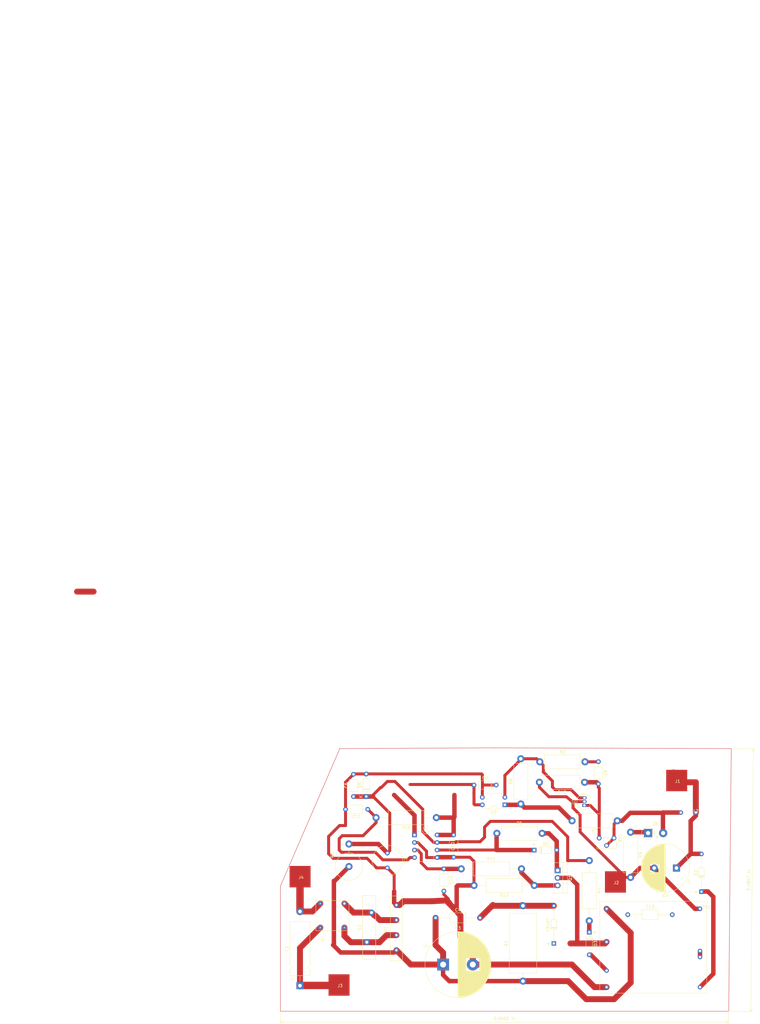
<source format=kicad_pcb>
(kicad_pcb (version 20171130) (host pcbnew "(5.1.5)-3")

  (general
    (thickness 1.6)
    (drawings 10)
    (tracks 258)
    (zones 0)
    (modules 44)
    (nets 29)
  )

  (page A4)
  (layers
    (0 F.Cu signal)
    (31 B.Cu signal)
    (32 B.Adhes user)
    (33 F.Adhes user)
    (34 B.Paste user)
    (35 F.Paste user)
    (36 B.SilkS user hide)
    (37 F.SilkS user)
    (38 B.Mask user hide)
    (39 F.Mask user hide)
    (40 Dwgs.User user hide)
    (41 Cmts.User user hide)
    (42 Eco1.User user hide)
    (43 Eco2.User user hide)
    (44 Edge.Cuts user hide)
    (45 Margin user)
    (46 B.CrtYd user hide)
    (47 F.CrtYd user hide)
    (48 B.Fab user hide)
    (49 F.Fab user hide)
  )

  (setup
    (last_trace_width 0.25)
    (user_trace_width 0.5)
    (user_trace_width 1)
    (user_trace_width 1.5)
    (user_trace_width 2)
    (user_trace_width 2.5)
    (user_trace_width 3)
    (trace_clearance 0.2)
    (zone_clearance 0.508)
    (zone_45_only no)
    (trace_min 0.2)
    (via_size 0.8)
    (via_drill 0.4)
    (via_min_size 0.4)
    (via_min_drill 0.3)
    (uvia_size 0.3)
    (uvia_drill 0.1)
    (uvias_allowed no)
    (uvia_min_size 0.2)
    (uvia_min_drill 0.1)
    (edge_width 0.05)
    (segment_width 0.2)
    (pcb_text_width 0.3)
    (pcb_text_size 1.5 1.5)
    (mod_edge_width 0.12)
    (mod_text_size 1 1)
    (mod_text_width 0.15)
    (pad_size 1.524 1.524)
    (pad_drill 0.762)
    (pad_to_mask_clearance 0.051)
    (solder_mask_min_width 0.25)
    (aux_axis_origin 219.74 141.488)
    (grid_origin 52.96 157.578)
    (visible_elements 7FFDFFFF)
    (pcbplotparams
      (layerselection 0x010fc_ffffffff)
      (usegerberextensions false)
      (usegerberattributes false)
      (usegerberadvancedattributes false)
      (creategerberjobfile false)
      (excludeedgelayer true)
      (linewidth 0.100000)
      (plotframeref false)
      (viasonmask false)
      (mode 1)
      (useauxorigin false)
      (hpglpennumber 1)
      (hpglpenspeed 20)
      (hpglpendiameter 15.000000)
      (psnegative false)
      (psa4output false)
      (plotreference true)
      (plotvalue true)
      (plotinvisibletext false)
      (padsonsilk false)
      (subtractmaskfromsilk false)
      (outputformat 1)
      (mirror false)
      (drillshape 1)
      (scaleselection 1)
      (outputdirectory ""))
  )

  (net 0 "")
  (net 1 "Net-(C2-Pad2)")
  (net 2 "Net-(C2-Pad1)")
  (net 3 GNDREF)
  (net 4 "Net-(C3-Pad1)")
  (net 5 "Net-(C4-Pad2)")
  (net 6 "Net-(C5-Pad1)")
  (net 7 "Net-(C6-Pad1)")
  (net 8 "Net-(C8-Pad1)")
  (net 9 "Net-(C9-Pad2)")
  (net 10 "Net-(C9-Pad1)")
  (net 11 "Net-(C10-Pad1)")
  (net 12 "Net-(C11-Pad1)")
  (net 13 "Net-(C12-Pad1)")
  (net 14 "Net-(D2-Pad1)")
  (net 15 "Net-(D3-Pad2)")
  (net 16 "Net-(D3-Pad1)")
  (net 17 "Net-(D4-Pad2)")
  (net 18 "Net-(D4-Pad1)")
  (net 19 "Net-(D6-Pad1)")
  (net 20 "Net-(Q1-Pad3)")
  (net 21 "Net-(R7-Pad2)")
  (net 22 "Net-(TR1-Pad6)")
  (net 23 "Net-(D6-Pad2)")
  (net 24 "Net-(C1-Pad2)")
  (net 25 "Net-(C1-Pad1)")
  (net 26 "Net-(R2-Pad1)")
  (net 27 "Net-(C13-Pad2)")
  (net 28 "Net-(C13-Pad1)")

  (net_class Default "Это класс цепей по умолчанию."
    (clearance 0.2)
    (trace_width 0.25)
    (via_dia 0.8)
    (via_drill 0.4)
    (uvia_dia 0.3)
    (uvia_drill 0.1)
    (add_net GNDREF)
    (add_net "Net-(C1-Pad1)")
    (add_net "Net-(C1-Pad2)")
    (add_net "Net-(C10-Pad1)")
    (add_net "Net-(C11-Pad1)")
    (add_net "Net-(C12-Pad1)")
    (add_net "Net-(C13-Pad1)")
    (add_net "Net-(C13-Pad2)")
    (add_net "Net-(C2-Pad1)")
    (add_net "Net-(C2-Pad2)")
    (add_net "Net-(C3-Pad1)")
    (add_net "Net-(C4-Pad2)")
    (add_net "Net-(C5-Pad1)")
    (add_net "Net-(C6-Pad1)")
    (add_net "Net-(C8-Pad1)")
    (add_net "Net-(C9-Pad1)")
    (add_net "Net-(C9-Pad2)")
    (add_net "Net-(D2-Pad1)")
    (add_net "Net-(D3-Pad1)")
    (add_net "Net-(D3-Pad2)")
    (add_net "Net-(D4-Pad1)")
    (add_net "Net-(D4-Pad2)")
    (add_net "Net-(D6-Pad1)")
    (add_net "Net-(D6-Pad2)")
    (add_net "Net-(Q1-Pad3)")
    (add_net "Net-(R2-Pad1)")
    (add_net "Net-(R7-Pad2)")
    (add_net "Net-(TR1-Pad6)")
  )

  (module Capacitor_THT:C_Axial_L5.1mm_D3.1mm_P15.00mm_Horizontal (layer F.Cu) (tedit 5AE50EF0) (tstamp 5DFA9A87)
    (at 185.71 108.918)
    (descr "C, Axial series, Axial, Horizontal, pin pitch=15mm, , length*diameter=5.1*3.1mm^2, http://www.vishay.com/docs/45231/arseries.pdf")
    (tags "C Axial series Axial Horizontal pin pitch 15mm  length 5.1mm diameter 3.1mm")
    (path /5E066417)
    (fp_text reference C13 (at 7.5 -2.67) (layer F.SilkS)
      (effects (font (size 1 1) (thickness 0.15)))
    )
    (fp_text value C_4700 (at 7.5 2.67) (layer F.Fab)
      (effects (font (size 1 1) (thickness 0.15)))
    )
    (fp_text user %R (at 7.5 0) (layer F.Fab)
      (effects (font (size 1 1) (thickness 0.15)))
    )
    (fp_line (start 16.05 -1.8) (end -1.05 -1.8) (layer F.CrtYd) (width 0.05))
    (fp_line (start 16.05 1.8) (end 16.05 -1.8) (layer F.CrtYd) (width 0.05))
    (fp_line (start -1.05 1.8) (end 16.05 1.8) (layer F.CrtYd) (width 0.05))
    (fp_line (start -1.05 -1.8) (end -1.05 1.8) (layer F.CrtYd) (width 0.05))
    (fp_line (start 13.96 0) (end 10.17 0) (layer F.SilkS) (width 0.12))
    (fp_line (start 1.04 0) (end 4.83 0) (layer F.SilkS) (width 0.12))
    (fp_line (start 10.17 -1.67) (end 4.83 -1.67) (layer F.SilkS) (width 0.12))
    (fp_line (start 10.17 1.67) (end 10.17 -1.67) (layer F.SilkS) (width 0.12))
    (fp_line (start 4.83 1.67) (end 10.17 1.67) (layer F.SilkS) (width 0.12))
    (fp_line (start 4.83 -1.67) (end 4.83 1.67) (layer F.SilkS) (width 0.12))
    (fp_line (start 15 0) (end 10.05 0) (layer F.Fab) (width 0.1))
    (fp_line (start 0 0) (end 4.95 0) (layer F.Fab) (width 0.1))
    (fp_line (start 10.05 -1.55) (end 4.95 -1.55) (layer F.Fab) (width 0.1))
    (fp_line (start 10.05 1.55) (end 10.05 -1.55) (layer F.Fab) (width 0.1))
    (fp_line (start 4.95 1.55) (end 10.05 1.55) (layer F.Fab) (width 0.1))
    (fp_line (start 4.95 -1.55) (end 4.95 1.55) (layer F.Fab) (width 0.1))
    (pad 2 thru_hole oval (at 15 0) (size 1.6 1.6) (drill 0.8) (layers *.Cu *.Mask)
      (net 27 "Net-(C13-Pad2)"))
    (pad 1 thru_hole circle (at 0 0) (size 1.6 1.6) (drill 0.8) (layers *.Cu *.Mask)
      (net 28 "Net-(C13-Pad1)"))
    (model ${KISYS3DMOD}/Capacitor_THT.3dshapes/C_Axial_L5.1mm_D3.1mm_P15.00mm_Horizontal.wrl
      (at (xyz 0 0 0))
      (scale (xyz 1 1 1))
      (rotate (xyz 0 0 0))
    )
  )

  (module MikleCustomLibrary:Pin (layer F.Cu) (tedit 5DF7DA93) (tstamp 5DF7F351)
    (at 71.73 99.658)
    (path /5E03F58D)
    (fp_text reference J4 (at 3.81 -3.302) (layer F.SilkS)
      (effects (font (size 1 1) (thickness 0.15)))
    )
    (fp_text value Conn_01x01_Male (at 3.429 -7.747) (layer F.Fab)
      (effects (font (size 1 1) (thickness 0.15)))
    )
    (fp_poly (pts (xy 6.985 0) (xy 0 0) (xy 0 -7.112) (xy 6.985 -7.112)) (layer F.Cu) (width 0.1))
  )

  (module MikleCustomLibrary:Pin (layer F.Cu) (tedit 5DF7DA93) (tstamp 5DF7F347)
    (at 84.87 136.178)
    (path /5E026E63)
    (fp_text reference J3 (at 3.81 -3.302) (layer F.SilkS)
      (effects (font (size 1 1) (thickness 0.15)))
    )
    (fp_text value Conn_01x01_Male (at 3.429 -7.747) (layer F.Fab)
      (effects (font (size 1 1) (thickness 0.15)))
    )
    (fp_poly (pts (xy 6.985 0) (xy 0 0) (xy 0 -7.112) (xy 6.985 -7.112)) (layer F.Cu) (width 0.1))
  )

  (module MikleCustomLibrary:Pin (layer F.Cu) (tedit 5DF7DA93) (tstamp 5DF7F33D)
    (at 178.07 101.448)
    (path /5DFDE6EB)
    (fp_text reference J2 (at 3.81 -3.302) (layer F.SilkS)
      (effects (font (size 1 1) (thickness 0.15)))
    )
    (fp_text value Conn_01x01_Male (at 3.429 -7.747) (layer F.Fab)
      (effects (font (size 1 1) (thickness 0.15)))
    )
    (fp_poly (pts (xy 6.985 0) (xy 0 0) (xy 0 -7.112) (xy 6.985 -7.112)) (layer F.Cu) (width 0.1))
  )

  (module MikleCustomLibrary:Pin (layer F.Cu) (tedit 5DF7DA93) (tstamp 5DF7F333)
    (at 198.72 67.248)
    (path /5DFC6F0C)
    (fp_text reference J1 (at 3.81 -3.302) (layer F.SilkS)
      (effects (font (size 1 1) (thickness 0.15)))
    )
    (fp_text value Conn_01x01_Male (at 3.429 -7.747) (layer F.Fab)
      (effects (font (size 1 1) (thickness 0.15)))
    )
    (fp_poly (pts (xy 6.985 0) (xy 0 0) (xy 0 -7.112) (xy 6.985 -7.112)) (layer F.Cu) (width 0.1))
  )

  (module MikleCustomLibrary:MyIBP_ForNIR (layer F.Cu) (tedit 5DF535C5) (tstamp 5DF4E46A)
    (at 172.212 138.43)
    (path /5DF31CD3)
    (fp_text reference TR1 (at 40.132 -31.996) (layer F.SilkS)
      (effects (font (size 1 1) (thickness 0.15)))
    )
    (fp_text value TRANSF6 (at 40.132 -30.996) (layer F.Fab)
      (effects (font (size 1 1) (thickness 0.15)))
    )
    (fp_text user U_in_pwr (at 8.89 -25.908 90) (layer Margin)
      (effects (font (size 1.5 1.5) (thickness 0.3)))
    )
    (fp_text user U_pit (at 8.89 -7.62 90) (layer Margin)
      (effects (font (size 1.5 1.5) (thickness 0.3)))
    )
    (fp_text user U_out (at 35.306 -21.336 270) (layer Margin)
      (effects (font (size 1.5 1.5) (thickness 0.3)))
    )
    (fp_line (start 40.132 -3.048) (end 4.064 -3.048) (layer F.SilkS) (width 0.12))
    (fp_line (start 4.064 -3.048) (end 4.064 -34.036) (layer F.SilkS) (width 0.12))
    (fp_line (start 4.064 -34.036) (end 40.132 -34.036) (layer F.SilkS) (width 0.12))
    (fp_line (start 40.132 -34.036) (end 40.132 -3.048) (layer F.SilkS) (width 0.12))
    (pad 4 thru_hole circle (at 6.35 -5.08 180) (size 1.524 1.524) (drill 0.762) (layers *.Cu *.Mask)
      (net 3 GNDREF))
    (pad 3 thru_hole circle (at 6.35 -10.668 180) (size 1.524 1.524) (drill 0.762) (layers *.Cu *.Mask)
      (net 15 "Net-(D3-Pad2)"))
    (pad 2 thru_hole circle (at 6.35 -20.32 180) (size 1.524 1.524) (drill 0.762) (layers *.Cu *.Mask)
      (net 28 "Net-(C13-Pad1)"))
    (pad 1 thru_hole circle (at 6.35 -31.496 180) (size 1.524 1.524) (drill 0.762) (layers *.Cu *.Mask)
      (net 4 "Net-(C3-Pad1)"))
    (pad 8 thru_hole circle (at 37.846 -5.08 180) (size 1.524 1.524) (drill 0.762) (layers *.Cu *.Mask)
      (net 14 "Net-(D2-Pad1)"))
    (pad 7 thru_hole circle (at 37.846 -15.24 180) (size 1.524 1.524) (drill 0.762) (layers *.Cu *.Mask)
      (net 22 "Net-(TR1-Pad6)"))
    (pad 5 thru_hole circle (at 37.846 -31.496 180) (size 1.524 1.524) (drill 0.762) (layers *.Cu *.Mask)
      (net 27 "Net-(C13-Pad2)"))
    (pad 6 thru_hole circle (at 37.846 -17.272 180) (size 1.524 1.524) (drill 0.762) (layers *.Cu *.Mask)
      (net 22 "Net-(TR1-Pad6)"))
  )

  (module Resistor_THT:R_Axial_DIN0414_L11.9mm_D4.5mm_P15.24mm_Horizontal (layer F.Cu) (tedit 5AE5139B) (tstamp 5DF4E387)
    (at 141.58 81.488)
    (descr "Resistor, Axial_DIN0414 series, Axial, Horizontal, pin pitch=15.24mm, 2W, length*diameter=11.9*4.5mm^2, http://www.vishay.com/docs/20128/wkxwrx.pdf")
    (tags "Resistor Axial_DIN0414 series Axial Horizontal pin pitch 15.24mm 2W length 11.9mm diameter 4.5mm")
    (path /5DF3776E)
    (fp_text reference R5 (at 7.62 -3.37) (layer F.SilkS)
      (effects (font (size 1 1) (thickness 0.15)))
    )
    (fp_text value R (at 7.62 3.37) (layer F.Fab)
      (effects (font (size 1 1) (thickness 0.15)))
    )
    (fp_text user %R (at 7.62 0) (layer F.Fab)
      (effects (font (size 1 1) (thickness 0.15)))
    )
    (fp_line (start 16.69 -2.5) (end -1.45 -2.5) (layer F.CrtYd) (width 0.05))
    (fp_line (start 16.69 2.5) (end 16.69 -2.5) (layer F.CrtYd) (width 0.05))
    (fp_line (start -1.45 2.5) (end 16.69 2.5) (layer F.CrtYd) (width 0.05))
    (fp_line (start -1.45 -2.5) (end -1.45 2.5) (layer F.CrtYd) (width 0.05))
    (fp_line (start 13.8 0) (end 13.69 0) (layer F.SilkS) (width 0.12))
    (fp_line (start 1.44 0) (end 1.55 0) (layer F.SilkS) (width 0.12))
    (fp_line (start 13.69 -2.37) (end 1.55 -2.37) (layer F.SilkS) (width 0.12))
    (fp_line (start 13.69 2.37) (end 13.69 -2.37) (layer F.SilkS) (width 0.12))
    (fp_line (start 1.55 2.37) (end 13.69 2.37) (layer F.SilkS) (width 0.12))
    (fp_line (start 1.55 -2.37) (end 1.55 2.37) (layer F.SilkS) (width 0.12))
    (fp_line (start 15.24 0) (end 13.57 0) (layer F.Fab) (width 0.1))
    (fp_line (start 0 0) (end 1.67 0) (layer F.Fab) (width 0.1))
    (fp_line (start 13.57 -2.25) (end 1.67 -2.25) (layer F.Fab) (width 0.1))
    (fp_line (start 13.57 2.25) (end 13.57 -2.25) (layer F.Fab) (width 0.1))
    (fp_line (start 1.67 2.25) (end 13.57 2.25) (layer F.Fab) (width 0.1))
    (fp_line (start 1.67 -2.25) (end 1.67 2.25) (layer F.Fab) (width 0.1))
    (pad 2 thru_hole oval (at 15.24 0) (size 2.4 2.4) (drill 1.2) (layers *.Cu *.Mask)
      (net 17 "Net-(D4-Pad2)"))
    (pad 1 thru_hole circle (at 0 0) (size 2.4 2.4) (drill 1.2) (layers *.Cu *.Mask)
      (net 18 "Net-(D4-Pad1)"))
    (model ${KISYS3DMOD}/Resistor_THT.3dshapes/R_Axial_DIN0414_L11.9mm_D4.5mm_P15.24mm_Horizontal.wrl
      (at (xyz 0 0 0))
      (scale (xyz 1 1 1))
      (rotate (xyz 0 0 0))
    )
  )

  (module Resistor_THT:R_Axial_DIN0414_L11.9mm_D4.5mm_P15.24mm_Horizontal (layer F.Cu) (tedit 5AE5139B) (tstamp 5DF7BA4A)
    (at 182.16 77.268 180)
    (descr "Resistor, Axial_DIN0414 series, Axial, Horizontal, pin pitch=15.24mm, 2W, length*diameter=11.9*4.5mm^2, http://www.vishay.com/docs/20128/wkxwrx.pdf")
    (tags "Resistor Axial_DIN0414 series Axial Horizontal pin pitch 15.24mm 2W length 11.9mm diameter 4.5mm")
    (path /5E0238A6)
    (fp_text reference R7 (at 7.62 -3.37) (layer F.SilkS)
      (effects (font (size 1 1) (thickness 0.15)))
    )
    (fp_text value R (at 7.62 3.37) (layer F.Fab)
      (effects (font (size 1 1) (thickness 0.15)))
    )
    (fp_text user %R (at 7.62 0) (layer F.Fab)
      (effects (font (size 1 1) (thickness 0.15)))
    )
    (fp_line (start 16.69 -2.5) (end -1.45 -2.5) (layer F.CrtYd) (width 0.05))
    (fp_line (start 16.69 2.5) (end 16.69 -2.5) (layer F.CrtYd) (width 0.05))
    (fp_line (start -1.45 2.5) (end 16.69 2.5) (layer F.CrtYd) (width 0.05))
    (fp_line (start -1.45 -2.5) (end -1.45 2.5) (layer F.CrtYd) (width 0.05))
    (fp_line (start 13.8 0) (end 13.69 0) (layer F.SilkS) (width 0.12))
    (fp_line (start 1.44 0) (end 1.55 0) (layer F.SilkS) (width 0.12))
    (fp_line (start 13.69 -2.37) (end 1.55 -2.37) (layer F.SilkS) (width 0.12))
    (fp_line (start 13.69 2.37) (end 13.69 -2.37) (layer F.SilkS) (width 0.12))
    (fp_line (start 1.55 2.37) (end 13.69 2.37) (layer F.SilkS) (width 0.12))
    (fp_line (start 1.55 -2.37) (end 1.55 2.37) (layer F.SilkS) (width 0.12))
    (fp_line (start 15.24 0) (end 13.57 0) (layer F.Fab) (width 0.1))
    (fp_line (start 0 0) (end 1.67 0) (layer F.Fab) (width 0.1))
    (fp_line (start 13.57 -2.25) (end 1.67 -2.25) (layer F.Fab) (width 0.1))
    (fp_line (start 13.57 2.25) (end 13.57 -2.25) (layer F.Fab) (width 0.1))
    (fp_line (start 1.67 2.25) (end 13.57 2.25) (layer F.Fab) (width 0.1))
    (fp_line (start 1.67 -2.25) (end 1.67 2.25) (layer F.Fab) (width 0.1))
    (pad 2 thru_hole oval (at 15.24 0 180) (size 2.4 2.4) (drill 1.2) (layers *.Cu *.Mask)
      (net 21 "Net-(R7-Pad2)"))
    (pad 1 thru_hole circle (at 0 0 180) (size 2.4 2.4) (drill 1.2) (layers *.Cu *.Mask)
      (net 23 "Net-(D6-Pad2)"))
    (model ${KISYS3DMOD}/Resistor_THT.3dshapes/R_Axial_DIN0414_L11.9mm_D4.5mm_P15.24mm_Horizontal.wrl
      (at (xyz 0 0 0))
      (scale (xyz 1 1 1))
      (rotate (xyz 0 0 0))
    )
  )

  (module Resistor_THT:R_Axial_DIN0414_L11.9mm_D4.5mm_P15.24mm_Horizontal (layer F.Cu) (tedit 5AE5139B) (tstamp 5DF7BA8C)
    (at 171.15 64.278 180)
    (descr "Resistor, Axial_DIN0414 series, Axial, Horizontal, pin pitch=15.24mm, 2W, length*diameter=11.9*4.5mm^2, http://www.vishay.com/docs/20128/wkxwrx.pdf")
    (tags "Resistor Axial_DIN0414 series Axial Horizontal pin pitch 15.24mm 2W length 11.9mm diameter 4.5mm")
    (path /5E043C0C)
    (fp_text reference R12 (at 7.62 -3.37) (layer F.SilkS)
      (effects (font (size 1 1) (thickness 0.15)))
    )
    (fp_text value R (at 7.62 3.37) (layer F.Fab)
      (effects (font (size 1 1) (thickness 0.15)))
    )
    (fp_text user %R (at 7.62 0) (layer F.Fab)
      (effects (font (size 1 1) (thickness 0.15)))
    )
    (fp_line (start 16.69 -2.5) (end -1.45 -2.5) (layer F.CrtYd) (width 0.05))
    (fp_line (start 16.69 2.5) (end 16.69 -2.5) (layer F.CrtYd) (width 0.05))
    (fp_line (start -1.45 2.5) (end 16.69 2.5) (layer F.CrtYd) (width 0.05))
    (fp_line (start -1.45 -2.5) (end -1.45 2.5) (layer F.CrtYd) (width 0.05))
    (fp_line (start 13.8 0) (end 13.69 0) (layer F.SilkS) (width 0.12))
    (fp_line (start 1.44 0) (end 1.55 0) (layer F.SilkS) (width 0.12))
    (fp_line (start 13.69 -2.37) (end 1.55 -2.37) (layer F.SilkS) (width 0.12))
    (fp_line (start 13.69 2.37) (end 13.69 -2.37) (layer F.SilkS) (width 0.12))
    (fp_line (start 1.55 2.37) (end 13.69 2.37) (layer F.SilkS) (width 0.12))
    (fp_line (start 1.55 -2.37) (end 1.55 2.37) (layer F.SilkS) (width 0.12))
    (fp_line (start 15.24 0) (end 13.57 0) (layer F.Fab) (width 0.1))
    (fp_line (start 0 0) (end 1.67 0) (layer F.Fab) (width 0.1))
    (fp_line (start 13.57 -2.25) (end 1.67 -2.25) (layer F.Fab) (width 0.1))
    (fp_line (start 13.57 2.25) (end 13.57 -2.25) (layer F.Fab) (width 0.1))
    (fp_line (start 1.67 2.25) (end 13.57 2.25) (layer F.Fab) (width 0.1))
    (fp_line (start 1.67 -2.25) (end 1.67 2.25) (layer F.Fab) (width 0.1))
    (pad 2 thru_hole oval (at 15.24 0 180) (size 2.4 2.4) (drill 1.2) (layers *.Cu *.Mask)
      (net 27 "Net-(C13-Pad2)"))
    (pad 1 thru_hole circle (at 0 0 180) (size 2.4 2.4) (drill 1.2) (layers *.Cu *.Mask)
      (net 9 "Net-(C9-Pad2)"))
    (model ${KISYS3DMOD}/Resistor_THT.3dshapes/R_Axial_DIN0414_L11.9mm_D4.5mm_P15.24mm_Horizontal.wrl
      (at (xyz 0 0 0))
      (scale (xyz 1 1 1))
      (rotate (xyz 0 0 0))
    )
  )

  (module Resistor_THT:R_Axial_DIN0414_L11.9mm_D4.5mm_P15.24mm_Horizontal (layer F.Cu) (tedit 5AE5139B) (tstamp 5DF82A3A)
    (at 186.66 81.108 270)
    (descr "Resistor, Axial_DIN0414 series, Axial, Horizontal, pin pitch=15.24mm, 2W, length*diameter=11.9*4.5mm^2, http://www.vishay.com/docs/20128/wkxwrx.pdf")
    (tags "Resistor Axial_DIN0414 series Axial Horizontal pin pitch 15.24mm 2W length 11.9mm diameter 4.5mm")
    (path /5E082351)
    (fp_text reference R9 (at 7.62 -3.37 90) (layer F.SilkS)
      (effects (font (size 1 1) (thickness 0.15)))
    )
    (fp_text value R (at 7.62 3.37 90) (layer F.Fab)
      (effects (font (size 1 1) (thickness 0.15)))
    )
    (fp_text user %R (at 7.62 0 90) (layer F.Fab)
      (effects (font (size 1 1) (thickness 0.15)))
    )
    (fp_line (start 16.69 -2.5) (end -1.45 -2.5) (layer F.CrtYd) (width 0.05))
    (fp_line (start 16.69 2.5) (end 16.69 -2.5) (layer F.CrtYd) (width 0.05))
    (fp_line (start -1.45 2.5) (end 16.69 2.5) (layer F.CrtYd) (width 0.05))
    (fp_line (start -1.45 -2.5) (end -1.45 2.5) (layer F.CrtYd) (width 0.05))
    (fp_line (start 13.8 0) (end 13.69 0) (layer F.SilkS) (width 0.12))
    (fp_line (start 1.44 0) (end 1.55 0) (layer F.SilkS) (width 0.12))
    (fp_line (start 13.69 -2.37) (end 1.55 -2.37) (layer F.SilkS) (width 0.12))
    (fp_line (start 13.69 2.37) (end 13.69 -2.37) (layer F.SilkS) (width 0.12))
    (fp_line (start 1.55 2.37) (end 13.69 2.37) (layer F.SilkS) (width 0.12))
    (fp_line (start 1.55 -2.37) (end 1.55 2.37) (layer F.SilkS) (width 0.12))
    (fp_line (start 15.24 0) (end 13.57 0) (layer F.Fab) (width 0.1))
    (fp_line (start 0 0) (end 1.67 0) (layer F.Fab) (width 0.1))
    (fp_line (start 13.57 -2.25) (end 1.67 -2.25) (layer F.Fab) (width 0.1))
    (fp_line (start 13.57 2.25) (end 13.57 -2.25) (layer F.Fab) (width 0.1))
    (fp_line (start 1.67 2.25) (end 13.57 2.25) (layer F.Fab) (width 0.1))
    (fp_line (start 1.67 -2.25) (end 1.67 2.25) (layer F.Fab) (width 0.1))
    (pad 2 thru_hole oval (at 15.24 0 270) (size 2.4 2.4) (drill 1.2) (layers *.Cu *.Mask)
      (net 27 "Net-(C13-Pad2)"))
    (pad 1 thru_hole circle (at 0 0 270) (size 2.4 2.4) (drill 1.2) (layers *.Cu *.Mask)
      (net 19 "Net-(D6-Pad1)"))
    (model ${KISYS3DMOD}/Resistor_THT.3dshapes/R_Axial_DIN0414_L11.9mm_D4.5mm_P15.24mm_Horizontal.wrl
      (at (xyz 0 0 0))
      (scale (xyz 1 1 1))
      (rotate (xyz 0 0 0))
    )
  )

  (module Resistor_THT:R_Axial_DIN0414_L11.9mm_D4.5mm_P15.24mm_Horizontal (layer F.Cu) (tedit 5AE5139B) (tstamp 5DF7BA60)
    (at 149.64 71.598 90)
    (descr "Resistor, Axial_DIN0414 series, Axial, Horizontal, pin pitch=15.24mm, 2W, length*diameter=11.9*4.5mm^2, http://www.vishay.com/docs/20128/wkxwrx.pdf")
    (tags "Resistor Axial_DIN0414 series Axial Horizontal pin pitch 15.24mm 2W length 11.9mm diameter 4.5mm")
    (path /5E027189)
    (fp_text reference R8 (at 7.62 -3.37 90) (layer F.SilkS)
      (effects (font (size 1 1) (thickness 0.15)))
    )
    (fp_text value R (at 7.62 3.37 90) (layer F.Fab)
      (effects (font (size 1 1) (thickness 0.15)))
    )
    (fp_text user %R (at 7.62 0 90) (layer F.Fab)
      (effects (font (size 1 1) (thickness 0.15)))
    )
    (fp_line (start 16.69 -2.5) (end -1.45 -2.5) (layer F.CrtYd) (width 0.05))
    (fp_line (start 16.69 2.5) (end 16.69 -2.5) (layer F.CrtYd) (width 0.05))
    (fp_line (start -1.45 2.5) (end 16.69 2.5) (layer F.CrtYd) (width 0.05))
    (fp_line (start -1.45 -2.5) (end -1.45 2.5) (layer F.CrtYd) (width 0.05))
    (fp_line (start 13.8 0) (end 13.69 0) (layer F.SilkS) (width 0.12))
    (fp_line (start 1.44 0) (end 1.55 0) (layer F.SilkS) (width 0.12))
    (fp_line (start 13.69 -2.37) (end 1.55 -2.37) (layer F.SilkS) (width 0.12))
    (fp_line (start 13.69 2.37) (end 13.69 -2.37) (layer F.SilkS) (width 0.12))
    (fp_line (start 1.55 2.37) (end 13.69 2.37) (layer F.SilkS) (width 0.12))
    (fp_line (start 1.55 -2.37) (end 1.55 2.37) (layer F.SilkS) (width 0.12))
    (fp_line (start 15.24 0) (end 13.57 0) (layer F.Fab) (width 0.1))
    (fp_line (start 0 0) (end 1.67 0) (layer F.Fab) (width 0.1))
    (fp_line (start 13.57 -2.25) (end 1.67 -2.25) (layer F.Fab) (width 0.1))
    (fp_line (start 13.57 2.25) (end 13.57 -2.25) (layer F.Fab) (width 0.1))
    (fp_line (start 1.67 2.25) (end 13.57 2.25) (layer F.Fab) (width 0.1))
    (fp_line (start 1.67 -2.25) (end 1.67 2.25) (layer F.Fab) (width 0.1))
    (pad 2 thru_hole oval (at 15.24 0 90) (size 2.4 2.4) (drill 1.2) (layers *.Cu *.Mask)
      (net 26 "Net-(R2-Pad1)"))
    (pad 1 thru_hole circle (at 0 0 90) (size 2.4 2.4) (drill 1.2) (layers *.Cu *.Mask)
      (net 21 "Net-(R7-Pad2)"))
    (model ${KISYS3DMOD}/Resistor_THT.3dshapes/R_Axial_DIN0414_L11.9mm_D4.5mm_P15.24mm_Horizontal.wrl
      (at (xyz 0 0 0))
      (scale (xyz 1 1 1))
      (rotate (xyz 0 0 0))
    )
  )

  (module Resistor_THT:R_Axial_DIN0414_L11.9mm_D4.5mm_P15.24mm_Horizontal (layer F.Cu) (tedit 5AE5139B) (tstamp 5DF7F3E8)
    (at 156.05 57.388)
    (descr "Resistor, Axial_DIN0414 series, Axial, Horizontal, pin pitch=15.24mm, 2W, length*diameter=11.9*4.5mm^2, http://www.vishay.com/docs/20128/wkxwrx.pdf")
    (tags "Resistor Axial_DIN0414 series Axial Horizontal pin pitch 15.24mm 2W length 11.9mm diameter 4.5mm")
    (path /5DF9A662)
    (fp_text reference R2 (at 7.62 -3.37) (layer F.SilkS)
      (effects (font (size 1 1) (thickness 0.15)))
    )
    (fp_text value R (at 7.62 3.37) (layer F.Fab)
      (effects (font (size 1 1) (thickness 0.15)))
    )
    (fp_text user %R (at 7.62 0) (layer F.Fab)
      (effects (font (size 1 1) (thickness 0.15)))
    )
    (fp_line (start 16.69 -2.5) (end -1.45 -2.5) (layer F.CrtYd) (width 0.05))
    (fp_line (start 16.69 2.5) (end 16.69 -2.5) (layer F.CrtYd) (width 0.05))
    (fp_line (start -1.45 2.5) (end 16.69 2.5) (layer F.CrtYd) (width 0.05))
    (fp_line (start -1.45 -2.5) (end -1.45 2.5) (layer F.CrtYd) (width 0.05))
    (fp_line (start 13.8 0) (end 13.69 0) (layer F.SilkS) (width 0.12))
    (fp_line (start 1.44 0) (end 1.55 0) (layer F.SilkS) (width 0.12))
    (fp_line (start 13.69 -2.37) (end 1.55 -2.37) (layer F.SilkS) (width 0.12))
    (fp_line (start 13.69 2.37) (end 13.69 -2.37) (layer F.SilkS) (width 0.12))
    (fp_line (start 1.55 2.37) (end 13.69 2.37) (layer F.SilkS) (width 0.12))
    (fp_line (start 1.55 -2.37) (end 1.55 2.37) (layer F.SilkS) (width 0.12))
    (fp_line (start 15.24 0) (end 13.57 0) (layer F.Fab) (width 0.1))
    (fp_line (start 0 0) (end 1.67 0) (layer F.Fab) (width 0.1))
    (fp_line (start 13.57 -2.25) (end 1.67 -2.25) (layer F.Fab) (width 0.1))
    (fp_line (start 13.57 2.25) (end 13.57 -2.25) (layer F.Fab) (width 0.1))
    (fp_line (start 1.67 2.25) (end 13.57 2.25) (layer F.Fab) (width 0.1))
    (fp_line (start 1.67 -2.25) (end 1.67 2.25) (layer F.Fab) (width 0.1))
    (pad 2 thru_hole oval (at 15.24 0) (size 2.4 2.4) (drill 1.2) (layers *.Cu *.Mask)
      (net 10 "Net-(C9-Pad1)"))
    (pad 1 thru_hole circle (at 0 0) (size 2.4 2.4) (drill 1.2) (layers *.Cu *.Mask)
      (net 26 "Net-(R2-Pad1)"))
    (model ${KISYS3DMOD}/Resistor_THT.3dshapes/R_Axial_DIN0414_L11.9mm_D4.5mm_P15.24mm_Horizontal.wrl
      (at (xyz 0 0 0))
      (scale (xyz 1 1 1))
      (rotate (xyz 0 0 0))
    )
  )

  (module Package_TO_SOT_THT:TO-92_Inline (layer F.Cu) (tedit 5A1DD157) (tstamp 5DF7F68C)
    (at 171.1 72.078 90)
    (descr "TO-92 leads in-line, narrow, oval pads, drill 0.75mm (see NXP sot054_po.pdf)")
    (tags "to-92 sc-43 sc-43a sot54 PA33 transistor")
    (path /5DF7E817)
    (fp_text reference U3 (at 1.27 -3.56 90) (layer F.SilkS)
      (effects (font (size 1 1) (thickness 0.15)))
    )
    (fp_text value TL431LP (at 1.27 2.79 90) (layer F.Fab)
      (effects (font (size 1 1) (thickness 0.15)))
    )
    (fp_arc (start 1.27 0) (end 1.27 -2.6) (angle 135) (layer F.SilkS) (width 0.12))
    (fp_arc (start 1.27 0) (end 1.27 -2.48) (angle -135) (layer F.Fab) (width 0.1))
    (fp_arc (start 1.27 0) (end 1.27 -2.6) (angle -135) (layer F.SilkS) (width 0.12))
    (fp_arc (start 1.27 0) (end 1.27 -2.48) (angle 135) (layer F.Fab) (width 0.1))
    (fp_line (start 4 2.01) (end -1.46 2.01) (layer F.CrtYd) (width 0.05))
    (fp_line (start 4 2.01) (end 4 -2.73) (layer F.CrtYd) (width 0.05))
    (fp_line (start -1.46 -2.73) (end -1.46 2.01) (layer F.CrtYd) (width 0.05))
    (fp_line (start -1.46 -2.73) (end 4 -2.73) (layer F.CrtYd) (width 0.05))
    (fp_line (start -0.5 1.75) (end 3 1.75) (layer F.Fab) (width 0.1))
    (fp_line (start -0.53 1.85) (end 3.07 1.85) (layer F.SilkS) (width 0.12))
    (fp_text user %R (at 1.27 -3.56 90) (layer F.Fab)
      (effects (font (size 1 1) (thickness 0.15)))
    )
    (pad 1 thru_hole rect (at 0 0 90) (size 1.05 1.5) (drill 0.75) (layers *.Cu *.Mask)
      (net 9 "Net-(C9-Pad2)"))
    (pad 3 thru_hole oval (at 2.54 0 90) (size 1.05 1.5) (drill 0.75) (layers *.Cu *.Mask)
      (net 26 "Net-(R2-Pad1)"))
    (pad 2 thru_hole oval (at 1.27 0 90) (size 1.05 1.5) (drill 0.75) (layers *.Cu *.Mask)
      (net 27 "Net-(C13-Pad2)"))
    (model ${KISYS3DMOD}/Package_TO_SOT_THT.3dshapes/TO-92_Inline.wrl
      (at (xyz 0 0 0))
      (scale (xyz 1 1 1))
      (rotate (xyz 0 0 0))
    )
  )

  (module Resistor_THT:R_Axial_DIN0918_L18.0mm_D9.0mm_P7.62mm_Vertical (layer F.Cu) (tedit 5AE5139B) (tstamp 5DF4E359)
    (at 91.694 92.71 90)
    (descr "Resistor, Axial_DIN0918 series, Axial, Vertical, pin pitch=7.62mm, 4W, length*diameter=18*9mm^2")
    (tags "Resistor Axial_DIN0918 series Axial Vertical pin pitch 7.62mm 4W length 18mm diameter 9mm")
    (path /5DF6D4E1)
    (fp_text reference R3 (at 3.81 -5.62 90) (layer F.SilkS)
      (effects (font (size 1 1) (thickness 0.15)))
    )
    (fp_text value "R 300k 2W" (at 3.81 5.62 90) (layer F.Fab)
      (effects (font (size 1 1) (thickness 0.15)))
    )
    (fp_text user %R (at 0 -1.7 90) (layer F.Fab)
      (effects (font (size 1 1) (thickness 0.15)))
    )
    (fp_line (start 9.07 -4.75) (end -4.75 -4.75) (layer F.CrtYd) (width 0.05))
    (fp_line (start 9.07 4.75) (end 9.07 -4.75) (layer F.CrtYd) (width 0.05))
    (fp_line (start -4.75 4.75) (end 9.07 4.75) (layer F.CrtYd) (width 0.05))
    (fp_line (start -4.75 -4.75) (end -4.75 4.75) (layer F.CrtYd) (width 0.05))
    (fp_line (start 4.62 0) (end 6.12 0) (layer F.SilkS) (width 0.12))
    (fp_line (start 0 0) (end 7.62 0) (layer F.Fab) (width 0.1))
    (fp_circle (center 0 0) (end 4.62 0) (layer F.SilkS) (width 0.12))
    (fp_circle (center 0 0) (end 4.5 0) (layer F.Fab) (width 0.1))
    (pad 2 thru_hole oval (at 7.62 0 90) (size 2.4 2.4) (drill 1.2) (layers *.Cu *.Mask)
      (net 7 "Net-(C6-Pad1)"))
    (pad 1 thru_hole circle (at 0 0 90) (size 2.4 2.4) (drill 1.2) (layers *.Cu *.Mask)
      (net 4 "Net-(C3-Pad1)"))
    (model ${KISYS3DMOD}/Resistor_THT.3dshapes/R_Axial_DIN0918_L18.0mm_D9.0mm_P7.62mm_Vertical.wrl
      (at (xyz 0 0 0))
      (scale (xyz 1 1 1))
      (rotate (xyz 0 0 0))
    )
  )

  (module MikleCustomLibrary:Drossel_ForNIR (layer F.Cu) (tedit 5DF4CC08) (tstamp 5DF4E302)
    (at 208.67 74.488 180)
    (path /5E00AF6A)
    (fp_text reference L2 (at 0 0.5) (layer F.SilkS)
      (effects (font (size 1 1) (thickness 0.15)))
    )
    (fp_text value INDUCTOR (at 0 -0.5) (layer F.Fab)
      (effects (font (size 1 1) (thickness 0.15)))
    )
    (fp_poly (pts (xy 7.112 5.588) (xy -1.524 5.588) (xy -1.524 -6.096) (xy 7.112 -6.096)) (layer F.Fab) (width 0.1))
    (pad 2 thru_hole circle (at 5.08 0 180) (size 1.524 1.524) (drill 0.762) (layers *.Cu *.Mask)
      (net 23 "Net-(D6-Pad2)"))
    (pad 1 thru_hole circle (at 0 0 180) (size 1.524 1.524) (drill 0.762) (layers *.Cu *.Mask)
      (net 6 "Net-(C5-Pad1)"))
  )

  (module Capacitor_THT:CP_Radial_D22.0mm_P10.00mm_SnapIn (layer F.Cu) (tedit 5AE50EF1) (tstamp 5DF4E052)
    (at 123.444 125.73)
    (descr "CP, Radial series, Radial, pin pitch=10.00mm, , diameter=22mm, Electrolytic Capacitor, , http://www.vishay.com/docs/28342/058059pll-si.pdf")
    (tags "CP Radial series Radial pin pitch 10.00mm  diameter 22mm Electrolytic Capacitor")
    (path /5DF289A7)
    (fp_text reference C3 (at 5 -12.25) (layer F.SilkS)
      (effects (font (size 1 1) (thickness 0.15)))
    )
    (fp_text value CP (at 5 12.25) (layer F.Fab)
      (effects (font (size 1 1) (thickness 0.15)))
    )
    (fp_text user %R (at 5 0) (layer F.Fab)
      (effects (font (size 1 1) (thickness 0.15)))
    )
    (fp_line (start -5.799337 -7.335) (end -5.799337 -5.135) (layer F.SilkS) (width 0.12))
    (fp_line (start -6.899337 -6.235) (end -4.699337 -6.235) (layer F.SilkS) (width 0.12))
    (fp_line (start 16.12 -0.04) (end 16.12 0.04) (layer F.SilkS) (width 0.12))
    (fp_line (start 16.08 -0.903) (end 16.08 0.903) (layer F.SilkS) (width 0.12))
    (fp_line (start 16.04 -1.292) (end 16.04 1.292) (layer F.SilkS) (width 0.12))
    (fp_line (start 16 -1.59) (end 16 1.59) (layer F.SilkS) (width 0.12))
    (fp_line (start 15.96 -1.84) (end 15.96 1.84) (layer F.SilkS) (width 0.12))
    (fp_line (start 15.92 -2.06) (end 15.92 2.06) (layer F.SilkS) (width 0.12))
    (fp_line (start 15.88 -2.258) (end 15.88 2.258) (layer F.SilkS) (width 0.12))
    (fp_line (start 15.84 -2.44) (end 15.84 2.44) (layer F.SilkS) (width 0.12))
    (fp_line (start 15.8 -2.609) (end 15.8 2.609) (layer F.SilkS) (width 0.12))
    (fp_line (start 15.76 -2.767) (end 15.76 2.767) (layer F.SilkS) (width 0.12))
    (fp_line (start 15.72 -2.916) (end 15.72 2.916) (layer F.SilkS) (width 0.12))
    (fp_line (start 15.68 -3.058) (end 15.68 3.058) (layer F.SilkS) (width 0.12))
    (fp_line (start 15.64 -3.192) (end 15.64 3.192) (layer F.SilkS) (width 0.12))
    (fp_line (start 15.6 -3.321) (end 15.6 3.321) (layer F.SilkS) (width 0.12))
    (fp_line (start 15.56 -3.445) (end 15.56 3.445) (layer F.SilkS) (width 0.12))
    (fp_line (start 15.52 -3.564) (end 15.52 3.564) (layer F.SilkS) (width 0.12))
    (fp_line (start 15.48 -3.679) (end 15.48 3.679) (layer F.SilkS) (width 0.12))
    (fp_line (start 15.44 -3.789) (end 15.44 3.789) (layer F.SilkS) (width 0.12))
    (fp_line (start 15.4 -3.897) (end 15.4 3.897) (layer F.SilkS) (width 0.12))
    (fp_line (start 15.36 -4.001) (end 15.36 4.001) (layer F.SilkS) (width 0.12))
    (fp_line (start 15.32 -4.102) (end 15.32 4.102) (layer F.SilkS) (width 0.12))
    (fp_line (start 15.28 -4.2) (end 15.28 4.2) (layer F.SilkS) (width 0.12))
    (fp_line (start 15.24 -4.296) (end 15.24 4.296) (layer F.SilkS) (width 0.12))
    (fp_line (start 15.2 -4.389) (end 15.2 4.389) (layer F.SilkS) (width 0.12))
    (fp_line (start 15.16 -4.48) (end 15.16 4.48) (layer F.SilkS) (width 0.12))
    (fp_line (start 15.12 -4.569) (end 15.12 4.569) (layer F.SilkS) (width 0.12))
    (fp_line (start 15.08 -4.656) (end 15.08 4.656) (layer F.SilkS) (width 0.12))
    (fp_line (start 15.04 -4.741) (end 15.04 4.741) (layer F.SilkS) (width 0.12))
    (fp_line (start 15 -4.824) (end 15 4.824) (layer F.SilkS) (width 0.12))
    (fp_line (start 14.96 -4.905) (end 14.96 4.905) (layer F.SilkS) (width 0.12))
    (fp_line (start 14.92 -4.985) (end 14.92 4.985) (layer F.SilkS) (width 0.12))
    (fp_line (start 14.88 -5.063) (end 14.88 5.063) (layer F.SilkS) (width 0.12))
    (fp_line (start 14.84 -5.14) (end 14.84 5.14) (layer F.SilkS) (width 0.12))
    (fp_line (start 14.8 -5.215) (end 14.8 5.215) (layer F.SilkS) (width 0.12))
    (fp_line (start 14.76 -5.289) (end 14.76 5.289) (layer F.SilkS) (width 0.12))
    (fp_line (start 14.72 -5.362) (end 14.72 5.362) (layer F.SilkS) (width 0.12))
    (fp_line (start 14.68 -5.433) (end 14.68 5.433) (layer F.SilkS) (width 0.12))
    (fp_line (start 14.64 -5.503) (end 14.64 5.503) (layer F.SilkS) (width 0.12))
    (fp_line (start 14.6 -5.572) (end 14.6 5.572) (layer F.SilkS) (width 0.12))
    (fp_line (start 14.56 -5.64) (end 14.56 5.64) (layer F.SilkS) (width 0.12))
    (fp_line (start 14.52 -5.707) (end 14.52 5.707) (layer F.SilkS) (width 0.12))
    (fp_line (start 14.48 -5.773) (end 14.48 5.773) (layer F.SilkS) (width 0.12))
    (fp_line (start 14.44 -5.838) (end 14.44 5.838) (layer F.SilkS) (width 0.12))
    (fp_line (start 14.4 -5.901) (end 14.4 5.901) (layer F.SilkS) (width 0.12))
    (fp_line (start 14.36 -5.964) (end 14.36 5.964) (layer F.SilkS) (width 0.12))
    (fp_line (start 14.32 -6.026) (end 14.32 6.026) (layer F.SilkS) (width 0.12))
    (fp_line (start 14.28 -6.087) (end 14.28 6.087) (layer F.SilkS) (width 0.12))
    (fp_line (start 14.24 -6.147) (end 14.24 6.147) (layer F.SilkS) (width 0.12))
    (fp_line (start 14.2 -6.207) (end 14.2 6.207) (layer F.SilkS) (width 0.12))
    (fp_line (start 14.16 -6.265) (end 14.16 6.265) (layer F.SilkS) (width 0.12))
    (fp_line (start 14.12 -6.323) (end 14.12 6.323) (layer F.SilkS) (width 0.12))
    (fp_line (start 14.08 -6.38) (end 14.08 6.38) (layer F.SilkS) (width 0.12))
    (fp_line (start 14.04 -6.436) (end 14.04 6.436) (layer F.SilkS) (width 0.12))
    (fp_line (start 14 -6.492) (end 14 6.492) (layer F.SilkS) (width 0.12))
    (fp_line (start 13.96 -6.546) (end 13.96 6.546) (layer F.SilkS) (width 0.12))
    (fp_line (start 13.92 -6.6) (end 13.92 6.6) (layer F.SilkS) (width 0.12))
    (fp_line (start 13.88 -6.654) (end 13.88 6.654) (layer F.SilkS) (width 0.12))
    (fp_line (start 13.84 -6.707) (end 13.84 6.707) (layer F.SilkS) (width 0.12))
    (fp_line (start 13.8 -6.759) (end 13.8 6.759) (layer F.SilkS) (width 0.12))
    (fp_line (start 13.76 -6.81) (end 13.76 6.81) (layer F.SilkS) (width 0.12))
    (fp_line (start 13.72 -6.861) (end 13.72 6.861) (layer F.SilkS) (width 0.12))
    (fp_line (start 13.68 -6.911) (end 13.68 6.911) (layer F.SilkS) (width 0.12))
    (fp_line (start 13.64 -6.961) (end 13.64 6.961) (layer F.SilkS) (width 0.12))
    (fp_line (start 13.6 -7.01) (end 13.6 7.01) (layer F.SilkS) (width 0.12))
    (fp_line (start 13.56 -7.058) (end 13.56 7.058) (layer F.SilkS) (width 0.12))
    (fp_line (start 13.52 -7.106) (end 13.52 7.106) (layer F.SilkS) (width 0.12))
    (fp_line (start 13.48 -7.154) (end 13.48 7.154) (layer F.SilkS) (width 0.12))
    (fp_line (start 13.44 -7.201) (end 13.44 7.201) (layer F.SilkS) (width 0.12))
    (fp_line (start 13.4 -7.247) (end 13.4 7.247) (layer F.SilkS) (width 0.12))
    (fp_line (start 13.36 -7.293) (end 13.36 7.293) (layer F.SilkS) (width 0.12))
    (fp_line (start 13.32 -7.338) (end 13.32 7.338) (layer F.SilkS) (width 0.12))
    (fp_line (start 13.28 -7.383) (end 13.28 7.383) (layer F.SilkS) (width 0.12))
    (fp_line (start 13.24 -7.428) (end 13.24 7.428) (layer F.SilkS) (width 0.12))
    (fp_line (start 13.2 -7.471) (end 13.2 7.471) (layer F.SilkS) (width 0.12))
    (fp_line (start 13.161 -7.515) (end 13.161 7.515) (layer F.SilkS) (width 0.12))
    (fp_line (start 13.121 -7.558) (end 13.121 7.558) (layer F.SilkS) (width 0.12))
    (fp_line (start 13.081 -7.6) (end 13.081 7.6) (layer F.SilkS) (width 0.12))
    (fp_line (start 13.041 -7.642) (end 13.041 7.642) (layer F.SilkS) (width 0.12))
    (fp_line (start 13.001 -7.684) (end 13.001 7.684) (layer F.SilkS) (width 0.12))
    (fp_line (start 12.961 -7.725) (end 12.961 7.725) (layer F.SilkS) (width 0.12))
    (fp_line (start 12.921 -7.766) (end 12.921 7.766) (layer F.SilkS) (width 0.12))
    (fp_line (start 12.881 -7.807) (end 12.881 7.807) (layer F.SilkS) (width 0.12))
    (fp_line (start 12.841 -7.846) (end 12.841 7.846) (layer F.SilkS) (width 0.12))
    (fp_line (start 12.801 -7.886) (end 12.801 7.886) (layer F.SilkS) (width 0.12))
    (fp_line (start 12.761 -7.925) (end 12.761 7.925) (layer F.SilkS) (width 0.12))
    (fp_line (start 12.721 -7.964) (end 12.721 7.964) (layer F.SilkS) (width 0.12))
    (fp_line (start 12.681 -8.002) (end 12.681 8.002) (layer F.SilkS) (width 0.12))
    (fp_line (start 12.641 -8.04) (end 12.641 8.04) (layer F.SilkS) (width 0.12))
    (fp_line (start 12.601 -8.078) (end 12.601 8.078) (layer F.SilkS) (width 0.12))
    (fp_line (start 12.561 -8.115) (end 12.561 8.115) (layer F.SilkS) (width 0.12))
    (fp_line (start 12.521 -8.152) (end 12.521 8.152) (layer F.SilkS) (width 0.12))
    (fp_line (start 12.481 -8.189) (end 12.481 8.189) (layer F.SilkS) (width 0.12))
    (fp_line (start 12.441 -8.225) (end 12.441 8.225) (layer F.SilkS) (width 0.12))
    (fp_line (start 12.401 -8.261) (end 12.401 8.261) (layer F.SilkS) (width 0.12))
    (fp_line (start 12.361 -8.296) (end 12.361 8.296) (layer F.SilkS) (width 0.12))
    (fp_line (start 12.321 -8.331) (end 12.321 8.331) (layer F.SilkS) (width 0.12))
    (fp_line (start 12.281 -8.366) (end 12.281 8.366) (layer F.SilkS) (width 0.12))
    (fp_line (start 12.241 -8.401) (end 12.241 8.401) (layer F.SilkS) (width 0.12))
    (fp_line (start 12.201 2.24) (end 12.201 8.435) (layer F.SilkS) (width 0.12))
    (fp_line (start 12.201 -8.435) (end 12.201 -2.24) (layer F.SilkS) (width 0.12))
    (fp_line (start 12.161 2.24) (end 12.161 8.469) (layer F.SilkS) (width 0.12))
    (fp_line (start 12.161 -8.469) (end 12.161 -2.24) (layer F.SilkS) (width 0.12))
    (fp_line (start 12.121 2.24) (end 12.121 8.502) (layer F.SilkS) (width 0.12))
    (fp_line (start 12.121 -8.502) (end 12.121 -2.24) (layer F.SilkS) (width 0.12))
    (fp_line (start 12.081 2.24) (end 12.081 8.535) (layer F.SilkS) (width 0.12))
    (fp_line (start 12.081 -8.535) (end 12.081 -2.24) (layer F.SilkS) (width 0.12))
    (fp_line (start 12.041 2.24) (end 12.041 8.568) (layer F.SilkS) (width 0.12))
    (fp_line (start 12.041 -8.568) (end 12.041 -2.24) (layer F.SilkS) (width 0.12))
    (fp_line (start 12.001 2.24) (end 12.001 8.601) (layer F.SilkS) (width 0.12))
    (fp_line (start 12.001 -8.601) (end 12.001 -2.24) (layer F.SilkS) (width 0.12))
    (fp_line (start 11.961 2.24) (end 11.961 8.633) (layer F.SilkS) (width 0.12))
    (fp_line (start 11.961 -8.633) (end 11.961 -2.24) (layer F.SilkS) (width 0.12))
    (fp_line (start 11.921 2.24) (end 11.921 8.665) (layer F.SilkS) (width 0.12))
    (fp_line (start 11.921 -8.665) (end 11.921 -2.24) (layer F.SilkS) (width 0.12))
    (fp_line (start 11.881 2.24) (end 11.881 8.697) (layer F.SilkS) (width 0.12))
    (fp_line (start 11.881 -8.697) (end 11.881 -2.24) (layer F.SilkS) (width 0.12))
    (fp_line (start 11.841 2.24) (end 11.841 8.728) (layer F.SilkS) (width 0.12))
    (fp_line (start 11.841 -8.728) (end 11.841 -2.24) (layer F.SilkS) (width 0.12))
    (fp_line (start 11.801 2.24) (end 11.801 8.759) (layer F.SilkS) (width 0.12))
    (fp_line (start 11.801 -8.759) (end 11.801 -2.24) (layer F.SilkS) (width 0.12))
    (fp_line (start 11.761 2.24) (end 11.761 8.79) (layer F.SilkS) (width 0.12))
    (fp_line (start 11.761 -8.79) (end 11.761 -2.24) (layer F.SilkS) (width 0.12))
    (fp_line (start 11.721 2.24) (end 11.721 8.82) (layer F.SilkS) (width 0.12))
    (fp_line (start 11.721 -8.82) (end 11.721 -2.24) (layer F.SilkS) (width 0.12))
    (fp_line (start 11.681 2.24) (end 11.681 8.85) (layer F.SilkS) (width 0.12))
    (fp_line (start 11.681 -8.85) (end 11.681 -2.24) (layer F.SilkS) (width 0.12))
    (fp_line (start 11.641 2.24) (end 11.641 8.88) (layer F.SilkS) (width 0.12))
    (fp_line (start 11.641 -8.88) (end 11.641 -2.24) (layer F.SilkS) (width 0.12))
    (fp_line (start 11.601 2.24) (end 11.601 8.91) (layer F.SilkS) (width 0.12))
    (fp_line (start 11.601 -8.91) (end 11.601 -2.24) (layer F.SilkS) (width 0.12))
    (fp_line (start 11.561 2.24) (end 11.561 8.939) (layer F.SilkS) (width 0.12))
    (fp_line (start 11.561 -8.939) (end 11.561 -2.24) (layer F.SilkS) (width 0.12))
    (fp_line (start 11.521 2.24) (end 11.521 8.968) (layer F.SilkS) (width 0.12))
    (fp_line (start 11.521 -8.968) (end 11.521 -2.24) (layer F.SilkS) (width 0.12))
    (fp_line (start 11.481 2.24) (end 11.481 8.997) (layer F.SilkS) (width 0.12))
    (fp_line (start 11.481 -8.997) (end 11.481 -2.24) (layer F.SilkS) (width 0.12))
    (fp_line (start 11.441 2.24) (end 11.441 9.026) (layer F.SilkS) (width 0.12))
    (fp_line (start 11.441 -9.026) (end 11.441 -2.24) (layer F.SilkS) (width 0.12))
    (fp_line (start 11.401 2.24) (end 11.401 9.054) (layer F.SilkS) (width 0.12))
    (fp_line (start 11.401 -9.054) (end 11.401 -2.24) (layer F.SilkS) (width 0.12))
    (fp_line (start 11.361 2.24) (end 11.361 9.082) (layer F.SilkS) (width 0.12))
    (fp_line (start 11.361 -9.082) (end 11.361 -2.24) (layer F.SilkS) (width 0.12))
    (fp_line (start 11.321 2.24) (end 11.321 9.11) (layer F.SilkS) (width 0.12))
    (fp_line (start 11.321 -9.11) (end 11.321 -2.24) (layer F.SilkS) (width 0.12))
    (fp_line (start 11.281 2.24) (end 11.281 9.137) (layer F.SilkS) (width 0.12))
    (fp_line (start 11.281 -9.137) (end 11.281 -2.24) (layer F.SilkS) (width 0.12))
    (fp_line (start 11.241 2.24) (end 11.241 9.165) (layer F.SilkS) (width 0.12))
    (fp_line (start 11.241 -9.165) (end 11.241 -2.24) (layer F.SilkS) (width 0.12))
    (fp_line (start 11.201 2.24) (end 11.201 9.192) (layer F.SilkS) (width 0.12))
    (fp_line (start 11.201 -9.192) (end 11.201 -2.24) (layer F.SilkS) (width 0.12))
    (fp_line (start 11.161 2.24) (end 11.161 9.218) (layer F.SilkS) (width 0.12))
    (fp_line (start 11.161 -9.218) (end 11.161 -2.24) (layer F.SilkS) (width 0.12))
    (fp_line (start 11.121 2.24) (end 11.121 9.245) (layer F.SilkS) (width 0.12))
    (fp_line (start 11.121 -9.245) (end 11.121 -2.24) (layer F.SilkS) (width 0.12))
    (fp_line (start 11.081 2.24) (end 11.081 9.271) (layer F.SilkS) (width 0.12))
    (fp_line (start 11.081 -9.271) (end 11.081 -2.24) (layer F.SilkS) (width 0.12))
    (fp_line (start 11.041 2.24) (end 11.041 9.297) (layer F.SilkS) (width 0.12))
    (fp_line (start 11.041 -9.297) (end 11.041 -2.24) (layer F.SilkS) (width 0.12))
    (fp_line (start 11.001 2.24) (end 11.001 9.323) (layer F.SilkS) (width 0.12))
    (fp_line (start 11.001 -9.323) (end 11.001 -2.24) (layer F.SilkS) (width 0.12))
    (fp_line (start 10.961 2.24) (end 10.961 9.348) (layer F.SilkS) (width 0.12))
    (fp_line (start 10.961 -9.348) (end 10.961 -2.24) (layer F.SilkS) (width 0.12))
    (fp_line (start 10.921 2.24) (end 10.921 9.374) (layer F.SilkS) (width 0.12))
    (fp_line (start 10.921 -9.374) (end 10.921 -2.24) (layer F.SilkS) (width 0.12))
    (fp_line (start 10.881 2.24) (end 10.881 9.399) (layer F.SilkS) (width 0.12))
    (fp_line (start 10.881 -9.399) (end 10.881 -2.24) (layer F.SilkS) (width 0.12))
    (fp_line (start 10.841 2.24) (end 10.841 9.424) (layer F.SilkS) (width 0.12))
    (fp_line (start 10.841 -9.424) (end 10.841 -2.24) (layer F.SilkS) (width 0.12))
    (fp_line (start 10.801 2.24) (end 10.801 9.448) (layer F.SilkS) (width 0.12))
    (fp_line (start 10.801 -9.448) (end 10.801 -2.24) (layer F.SilkS) (width 0.12))
    (fp_line (start 10.761 2.24) (end 10.761 9.472) (layer F.SilkS) (width 0.12))
    (fp_line (start 10.761 -9.472) (end 10.761 -2.24) (layer F.SilkS) (width 0.12))
    (fp_line (start 10.721 2.24) (end 10.721 9.497) (layer F.SilkS) (width 0.12))
    (fp_line (start 10.721 -9.497) (end 10.721 -2.24) (layer F.SilkS) (width 0.12))
    (fp_line (start 10.681 2.24) (end 10.681 9.52) (layer F.SilkS) (width 0.12))
    (fp_line (start 10.681 -9.52) (end 10.681 -2.24) (layer F.SilkS) (width 0.12))
    (fp_line (start 10.641 2.24) (end 10.641 9.544) (layer F.SilkS) (width 0.12))
    (fp_line (start 10.641 -9.544) (end 10.641 -2.24) (layer F.SilkS) (width 0.12))
    (fp_line (start 10.601 2.24) (end 10.601 9.567) (layer F.SilkS) (width 0.12))
    (fp_line (start 10.601 -9.567) (end 10.601 -2.24) (layer F.SilkS) (width 0.12))
    (fp_line (start 10.561 2.24) (end 10.561 9.591) (layer F.SilkS) (width 0.12))
    (fp_line (start 10.561 -9.591) (end 10.561 -2.24) (layer F.SilkS) (width 0.12))
    (fp_line (start 10.521 2.24) (end 10.521 9.614) (layer F.SilkS) (width 0.12))
    (fp_line (start 10.521 -9.614) (end 10.521 -2.24) (layer F.SilkS) (width 0.12))
    (fp_line (start 10.481 2.24) (end 10.481 9.636) (layer F.SilkS) (width 0.12))
    (fp_line (start 10.481 -9.636) (end 10.481 -2.24) (layer F.SilkS) (width 0.12))
    (fp_line (start 10.441 2.24) (end 10.441 9.659) (layer F.SilkS) (width 0.12))
    (fp_line (start 10.441 -9.659) (end 10.441 -2.24) (layer F.SilkS) (width 0.12))
    (fp_line (start 10.401 2.24) (end 10.401 9.681) (layer F.SilkS) (width 0.12))
    (fp_line (start 10.401 -9.681) (end 10.401 -2.24) (layer F.SilkS) (width 0.12))
    (fp_line (start 10.361 2.24) (end 10.361 9.703) (layer F.SilkS) (width 0.12))
    (fp_line (start 10.361 -9.703) (end 10.361 -2.24) (layer F.SilkS) (width 0.12))
    (fp_line (start 10.321 2.24) (end 10.321 9.725) (layer F.SilkS) (width 0.12))
    (fp_line (start 10.321 -9.725) (end 10.321 -2.24) (layer F.SilkS) (width 0.12))
    (fp_line (start 10.281 2.24) (end 10.281 9.747) (layer F.SilkS) (width 0.12))
    (fp_line (start 10.281 -9.747) (end 10.281 -2.24) (layer F.SilkS) (width 0.12))
    (fp_line (start 10.241 2.24) (end 10.241 9.768) (layer F.SilkS) (width 0.12))
    (fp_line (start 10.241 -9.768) (end 10.241 -2.24) (layer F.SilkS) (width 0.12))
    (fp_line (start 10.201 2.24) (end 10.201 9.79) (layer F.SilkS) (width 0.12))
    (fp_line (start 10.201 -9.79) (end 10.201 -2.24) (layer F.SilkS) (width 0.12))
    (fp_line (start 10.161 2.24) (end 10.161 9.811) (layer F.SilkS) (width 0.12))
    (fp_line (start 10.161 -9.811) (end 10.161 -2.24) (layer F.SilkS) (width 0.12))
    (fp_line (start 10.121 2.24) (end 10.121 9.832) (layer F.SilkS) (width 0.12))
    (fp_line (start 10.121 -9.832) (end 10.121 -2.24) (layer F.SilkS) (width 0.12))
    (fp_line (start 10.081 2.24) (end 10.081 9.852) (layer F.SilkS) (width 0.12))
    (fp_line (start 10.081 -9.852) (end 10.081 -2.24) (layer F.SilkS) (width 0.12))
    (fp_line (start 10.041 2.24) (end 10.041 9.873) (layer F.SilkS) (width 0.12))
    (fp_line (start 10.041 -9.873) (end 10.041 -2.24) (layer F.SilkS) (width 0.12))
    (fp_line (start 10.001 2.24) (end 10.001 9.893) (layer F.SilkS) (width 0.12))
    (fp_line (start 10.001 -9.893) (end 10.001 -2.24) (layer F.SilkS) (width 0.12))
    (fp_line (start 9.961 2.24) (end 9.961 9.913) (layer F.SilkS) (width 0.12))
    (fp_line (start 9.961 -9.913) (end 9.961 -2.24) (layer F.SilkS) (width 0.12))
    (fp_line (start 9.921 2.24) (end 9.921 9.933) (layer F.SilkS) (width 0.12))
    (fp_line (start 9.921 -9.933) (end 9.921 -2.24) (layer F.SilkS) (width 0.12))
    (fp_line (start 9.881 2.24) (end 9.881 9.952) (layer F.SilkS) (width 0.12))
    (fp_line (start 9.881 -9.952) (end 9.881 -2.24) (layer F.SilkS) (width 0.12))
    (fp_line (start 9.841 2.24) (end 9.841 9.972) (layer F.SilkS) (width 0.12))
    (fp_line (start 9.841 -9.972) (end 9.841 -2.24) (layer F.SilkS) (width 0.12))
    (fp_line (start 9.801 2.24) (end 9.801 9.991) (layer F.SilkS) (width 0.12))
    (fp_line (start 9.801 -9.991) (end 9.801 -2.24) (layer F.SilkS) (width 0.12))
    (fp_line (start 9.761 2.24) (end 9.761 10.01) (layer F.SilkS) (width 0.12))
    (fp_line (start 9.761 -10.01) (end 9.761 -2.24) (layer F.SilkS) (width 0.12))
    (fp_line (start 9.721 2.24) (end 9.721 10.029) (layer F.SilkS) (width 0.12))
    (fp_line (start 9.721 -10.029) (end 9.721 -2.24) (layer F.SilkS) (width 0.12))
    (fp_line (start 9.681 2.24) (end 9.681 10.048) (layer F.SilkS) (width 0.12))
    (fp_line (start 9.681 -10.048) (end 9.681 -2.24) (layer F.SilkS) (width 0.12))
    (fp_line (start 9.641 2.24) (end 9.641 10.066) (layer F.SilkS) (width 0.12))
    (fp_line (start 9.641 -10.066) (end 9.641 -2.24) (layer F.SilkS) (width 0.12))
    (fp_line (start 9.601 2.24) (end 9.601 10.084) (layer F.SilkS) (width 0.12))
    (fp_line (start 9.601 -10.084) (end 9.601 -2.24) (layer F.SilkS) (width 0.12))
    (fp_line (start 9.561 2.24) (end 9.561 10.103) (layer F.SilkS) (width 0.12))
    (fp_line (start 9.561 -10.103) (end 9.561 -2.24) (layer F.SilkS) (width 0.12))
    (fp_line (start 9.521 2.24) (end 9.521 10.12) (layer F.SilkS) (width 0.12))
    (fp_line (start 9.521 -10.12) (end 9.521 -2.24) (layer F.SilkS) (width 0.12))
    (fp_line (start 9.481 2.24) (end 9.481 10.138) (layer F.SilkS) (width 0.12))
    (fp_line (start 9.481 -10.138) (end 9.481 -2.24) (layer F.SilkS) (width 0.12))
    (fp_line (start 9.441 2.24) (end 9.441 10.156) (layer F.SilkS) (width 0.12))
    (fp_line (start 9.441 -10.156) (end 9.441 -2.24) (layer F.SilkS) (width 0.12))
    (fp_line (start 9.401 2.24) (end 9.401 10.173) (layer F.SilkS) (width 0.12))
    (fp_line (start 9.401 -10.173) (end 9.401 -2.24) (layer F.SilkS) (width 0.12))
    (fp_line (start 9.361 2.24) (end 9.361 10.19) (layer F.SilkS) (width 0.12))
    (fp_line (start 9.361 -10.19) (end 9.361 -2.24) (layer F.SilkS) (width 0.12))
    (fp_line (start 9.321 2.24) (end 9.321 10.207) (layer F.SilkS) (width 0.12))
    (fp_line (start 9.321 -10.207) (end 9.321 -2.24) (layer F.SilkS) (width 0.12))
    (fp_line (start 9.281 2.24) (end 9.281 10.224) (layer F.SilkS) (width 0.12))
    (fp_line (start 9.281 -10.224) (end 9.281 -2.24) (layer F.SilkS) (width 0.12))
    (fp_line (start 9.241 2.24) (end 9.241 10.24) (layer F.SilkS) (width 0.12))
    (fp_line (start 9.241 -10.24) (end 9.241 -2.24) (layer F.SilkS) (width 0.12))
    (fp_line (start 9.201 2.24) (end 9.201 10.257) (layer F.SilkS) (width 0.12))
    (fp_line (start 9.201 -10.257) (end 9.201 -2.24) (layer F.SilkS) (width 0.12))
    (fp_line (start 9.161 2.24) (end 9.161 10.273) (layer F.SilkS) (width 0.12))
    (fp_line (start 9.161 -10.273) (end 9.161 -2.24) (layer F.SilkS) (width 0.12))
    (fp_line (start 9.121 2.24) (end 9.121 10.289) (layer F.SilkS) (width 0.12))
    (fp_line (start 9.121 -10.289) (end 9.121 -2.24) (layer F.SilkS) (width 0.12))
    (fp_line (start 9.081 2.24) (end 9.081 10.305) (layer F.SilkS) (width 0.12))
    (fp_line (start 9.081 -10.305) (end 9.081 -2.24) (layer F.SilkS) (width 0.12))
    (fp_line (start 9.041 2.24) (end 9.041 10.321) (layer F.SilkS) (width 0.12))
    (fp_line (start 9.041 -10.321) (end 9.041 -2.24) (layer F.SilkS) (width 0.12))
    (fp_line (start 9.001 2.24) (end 9.001 10.336) (layer F.SilkS) (width 0.12))
    (fp_line (start 9.001 -10.336) (end 9.001 -2.24) (layer F.SilkS) (width 0.12))
    (fp_line (start 8.961 2.24) (end 8.961 10.351) (layer F.SilkS) (width 0.12))
    (fp_line (start 8.961 -10.351) (end 8.961 -2.24) (layer F.SilkS) (width 0.12))
    (fp_line (start 8.921 2.24) (end 8.921 10.367) (layer F.SilkS) (width 0.12))
    (fp_line (start 8.921 -10.367) (end 8.921 -2.24) (layer F.SilkS) (width 0.12))
    (fp_line (start 8.881 2.24) (end 8.881 10.382) (layer F.SilkS) (width 0.12))
    (fp_line (start 8.881 -10.382) (end 8.881 -2.24) (layer F.SilkS) (width 0.12))
    (fp_line (start 8.841 2.24) (end 8.841 10.396) (layer F.SilkS) (width 0.12))
    (fp_line (start 8.841 -10.396) (end 8.841 -2.24) (layer F.SilkS) (width 0.12))
    (fp_line (start 8.801 2.24) (end 8.801 10.411) (layer F.SilkS) (width 0.12))
    (fp_line (start 8.801 -10.411) (end 8.801 -2.24) (layer F.SilkS) (width 0.12))
    (fp_line (start 8.761 2.24) (end 8.761 10.426) (layer F.SilkS) (width 0.12))
    (fp_line (start 8.761 -10.426) (end 8.761 -2.24) (layer F.SilkS) (width 0.12))
    (fp_line (start 8.721 2.24) (end 8.721 10.44) (layer F.SilkS) (width 0.12))
    (fp_line (start 8.721 -10.44) (end 8.721 -2.24) (layer F.SilkS) (width 0.12))
    (fp_line (start 8.681 2.24) (end 8.681 10.454) (layer F.SilkS) (width 0.12))
    (fp_line (start 8.681 -10.454) (end 8.681 -2.24) (layer F.SilkS) (width 0.12))
    (fp_line (start 8.641 2.24) (end 8.641 10.468) (layer F.SilkS) (width 0.12))
    (fp_line (start 8.641 -10.468) (end 8.641 -2.24) (layer F.SilkS) (width 0.12))
    (fp_line (start 8.601 2.24) (end 8.601 10.482) (layer F.SilkS) (width 0.12))
    (fp_line (start 8.601 -10.482) (end 8.601 -2.24) (layer F.SilkS) (width 0.12))
    (fp_line (start 8.561 2.24) (end 8.561 10.495) (layer F.SilkS) (width 0.12))
    (fp_line (start 8.561 -10.495) (end 8.561 -2.24) (layer F.SilkS) (width 0.12))
    (fp_line (start 8.521 2.24) (end 8.521 10.509) (layer F.SilkS) (width 0.12))
    (fp_line (start 8.521 -10.509) (end 8.521 -2.24) (layer F.SilkS) (width 0.12))
    (fp_line (start 8.481 2.24) (end 8.481 10.522) (layer F.SilkS) (width 0.12))
    (fp_line (start 8.481 -10.522) (end 8.481 -2.24) (layer F.SilkS) (width 0.12))
    (fp_line (start 8.441 2.24) (end 8.441 10.535) (layer F.SilkS) (width 0.12))
    (fp_line (start 8.441 -10.535) (end 8.441 -2.24) (layer F.SilkS) (width 0.12))
    (fp_line (start 8.401 2.24) (end 8.401 10.548) (layer F.SilkS) (width 0.12))
    (fp_line (start 8.401 -10.548) (end 8.401 -2.24) (layer F.SilkS) (width 0.12))
    (fp_line (start 8.361 2.24) (end 8.361 10.561) (layer F.SilkS) (width 0.12))
    (fp_line (start 8.361 -10.561) (end 8.361 -2.24) (layer F.SilkS) (width 0.12))
    (fp_line (start 8.321 2.24) (end 8.321 10.573) (layer F.SilkS) (width 0.12))
    (fp_line (start 8.321 -10.573) (end 8.321 -2.24) (layer F.SilkS) (width 0.12))
    (fp_line (start 8.281 2.24) (end 8.281 10.586) (layer F.SilkS) (width 0.12))
    (fp_line (start 8.281 -10.586) (end 8.281 -2.24) (layer F.SilkS) (width 0.12))
    (fp_line (start 8.241 2.24) (end 8.241 10.598) (layer F.SilkS) (width 0.12))
    (fp_line (start 8.241 -10.598) (end 8.241 -2.24) (layer F.SilkS) (width 0.12))
    (fp_line (start 8.201 2.24) (end 8.201 10.61) (layer F.SilkS) (width 0.12))
    (fp_line (start 8.201 -10.61) (end 8.201 -2.24) (layer F.SilkS) (width 0.12))
    (fp_line (start 8.161 2.24) (end 8.161 10.622) (layer F.SilkS) (width 0.12))
    (fp_line (start 8.161 -10.622) (end 8.161 -2.24) (layer F.SilkS) (width 0.12))
    (fp_line (start 8.121 2.24) (end 8.121 10.634) (layer F.SilkS) (width 0.12))
    (fp_line (start 8.121 -10.634) (end 8.121 -2.24) (layer F.SilkS) (width 0.12))
    (fp_line (start 8.081 2.24) (end 8.081 10.645) (layer F.SilkS) (width 0.12))
    (fp_line (start 8.081 -10.645) (end 8.081 -2.24) (layer F.SilkS) (width 0.12))
    (fp_line (start 8.041 2.24) (end 8.041 10.657) (layer F.SilkS) (width 0.12))
    (fp_line (start 8.041 -10.657) (end 8.041 -2.24) (layer F.SilkS) (width 0.12))
    (fp_line (start 8.001 2.24) (end 8.001 10.668) (layer F.SilkS) (width 0.12))
    (fp_line (start 8.001 -10.668) (end 8.001 -2.24) (layer F.SilkS) (width 0.12))
    (fp_line (start 7.961 2.24) (end 7.961 10.679) (layer F.SilkS) (width 0.12))
    (fp_line (start 7.961 -10.679) (end 7.961 -2.24) (layer F.SilkS) (width 0.12))
    (fp_line (start 7.921 2.24) (end 7.921 10.69) (layer F.SilkS) (width 0.12))
    (fp_line (start 7.921 -10.69) (end 7.921 -2.24) (layer F.SilkS) (width 0.12))
    (fp_line (start 7.881 2.24) (end 7.881 10.701) (layer F.SilkS) (width 0.12))
    (fp_line (start 7.881 -10.701) (end 7.881 -2.24) (layer F.SilkS) (width 0.12))
    (fp_line (start 7.841 2.24) (end 7.841 10.712) (layer F.SilkS) (width 0.12))
    (fp_line (start 7.841 -10.712) (end 7.841 -2.24) (layer F.SilkS) (width 0.12))
    (fp_line (start 7.801 2.24) (end 7.801 10.722) (layer F.SilkS) (width 0.12))
    (fp_line (start 7.801 -10.722) (end 7.801 -2.24) (layer F.SilkS) (width 0.12))
    (fp_line (start 7.761 2.24) (end 7.761 10.733) (layer F.SilkS) (width 0.12))
    (fp_line (start 7.761 -10.733) (end 7.761 -2.24) (layer F.SilkS) (width 0.12))
    (fp_line (start 7.721 -10.743) (end 7.721 10.743) (layer F.SilkS) (width 0.12))
    (fp_line (start 7.681 -10.753) (end 7.681 10.753) (layer F.SilkS) (width 0.12))
    (fp_line (start 7.641 -10.763) (end 7.641 10.763) (layer F.SilkS) (width 0.12))
    (fp_line (start 7.601 -10.772) (end 7.601 10.772) (layer F.SilkS) (width 0.12))
    (fp_line (start 7.561 -10.782) (end 7.561 10.782) (layer F.SilkS) (width 0.12))
    (fp_line (start 7.521 -10.791) (end 7.521 10.791) (layer F.SilkS) (width 0.12))
    (fp_line (start 7.481 -10.8) (end 7.481 10.8) (layer F.SilkS) (width 0.12))
    (fp_line (start 7.441 -10.809) (end 7.441 10.809) (layer F.SilkS) (width 0.12))
    (fp_line (start 7.401 -10.818) (end 7.401 10.818) (layer F.SilkS) (width 0.12))
    (fp_line (start 7.361 -10.827) (end 7.361 10.827) (layer F.SilkS) (width 0.12))
    (fp_line (start 7.321 -10.836) (end 7.321 10.836) (layer F.SilkS) (width 0.12))
    (fp_line (start 7.281 -10.844) (end 7.281 10.844) (layer F.SilkS) (width 0.12))
    (fp_line (start 7.241 -10.853) (end 7.241 10.853) (layer F.SilkS) (width 0.12))
    (fp_line (start 7.201 -10.861) (end 7.201 10.861) (layer F.SilkS) (width 0.12))
    (fp_line (start 7.161 -10.869) (end 7.161 10.869) (layer F.SilkS) (width 0.12))
    (fp_line (start 7.121 -10.877) (end 7.121 10.877) (layer F.SilkS) (width 0.12))
    (fp_line (start 7.081 -10.884) (end 7.081 10.884) (layer F.SilkS) (width 0.12))
    (fp_line (start 7.041 -10.892) (end 7.041 10.892) (layer F.SilkS) (width 0.12))
    (fp_line (start 7.001 -10.899) (end 7.001 10.899) (layer F.SilkS) (width 0.12))
    (fp_line (start 6.961 -10.906) (end 6.961 10.906) (layer F.SilkS) (width 0.12))
    (fp_line (start 6.921 -10.913) (end 6.921 10.913) (layer F.SilkS) (width 0.12))
    (fp_line (start 6.881 -10.92) (end 6.881 10.92) (layer F.SilkS) (width 0.12))
    (fp_line (start 6.841 -10.927) (end 6.841 10.927) (layer F.SilkS) (width 0.12))
    (fp_line (start 6.801 -10.934) (end 6.801 10.934) (layer F.SilkS) (width 0.12))
    (fp_line (start 6.761 -10.94) (end 6.761 10.94) (layer F.SilkS) (width 0.12))
    (fp_line (start 6.721 -10.947) (end 6.721 10.947) (layer F.SilkS) (width 0.12))
    (fp_line (start 6.681 -10.953) (end 6.681 10.953) (layer F.SilkS) (width 0.12))
    (fp_line (start 6.641 -10.959) (end 6.641 10.959) (layer F.SilkS) (width 0.12))
    (fp_line (start 6.601 -10.965) (end 6.601 10.965) (layer F.SilkS) (width 0.12))
    (fp_line (start 6.561 -10.971) (end 6.561 10.971) (layer F.SilkS) (width 0.12))
    (fp_line (start 6.521 -10.976) (end 6.521 10.976) (layer F.SilkS) (width 0.12))
    (fp_line (start 6.481 -10.982) (end 6.481 10.982) (layer F.SilkS) (width 0.12))
    (fp_line (start 6.441 -10.987) (end 6.441 10.987) (layer F.SilkS) (width 0.12))
    (fp_line (start 6.401 -10.992) (end 6.401 10.992) (layer F.SilkS) (width 0.12))
    (fp_line (start 6.361 -10.997) (end 6.361 10.997) (layer F.SilkS) (width 0.12))
    (fp_line (start 6.321 -11.002) (end 6.321 11.002) (layer F.SilkS) (width 0.12))
    (fp_line (start 6.281 -11.007) (end 6.281 11.007) (layer F.SilkS) (width 0.12))
    (fp_line (start 6.241 -11.011) (end 6.241 11.011) (layer F.SilkS) (width 0.12))
    (fp_line (start 6.201 -11.016) (end 6.201 11.016) (layer F.SilkS) (width 0.12))
    (fp_line (start 6.161 -11.02) (end 6.161 11.02) (layer F.SilkS) (width 0.12))
    (fp_line (start 6.121 -11.024) (end 6.121 11.024) (layer F.SilkS) (width 0.12))
    (fp_line (start 6.081 -11.028) (end 6.081 11.028) (layer F.SilkS) (width 0.12))
    (fp_line (start 6.041 -11.032) (end 6.041 11.032) (layer F.SilkS) (width 0.12))
    (fp_line (start 6.001 -11.035) (end 6.001 11.035) (layer F.SilkS) (width 0.12))
    (fp_line (start 5.961 -11.039) (end 5.961 11.039) (layer F.SilkS) (width 0.12))
    (fp_line (start 5.921 -11.042) (end 5.921 11.042) (layer F.SilkS) (width 0.12))
    (fp_line (start 5.881 -11.046) (end 5.881 11.046) (layer F.SilkS) (width 0.12))
    (fp_line (start 5.841 -11.049) (end 5.841 11.049) (layer F.SilkS) (width 0.12))
    (fp_line (start 5.801 -11.052) (end 5.801 11.052) (layer F.SilkS) (width 0.12))
    (fp_line (start 5.761 -11.054) (end 5.761 11.054) (layer F.SilkS) (width 0.12))
    (fp_line (start 5.721 -11.057) (end 5.721 11.057) (layer F.SilkS) (width 0.12))
    (fp_line (start 5.68 -11.06) (end 5.68 11.06) (layer F.SilkS) (width 0.12))
    (fp_line (start 5.64 -11.062) (end 5.64 11.062) (layer F.SilkS) (width 0.12))
    (fp_line (start 5.6 -11.064) (end 5.6 11.064) (layer F.SilkS) (width 0.12))
    (fp_line (start 5.56 -11.066) (end 5.56 11.066) (layer F.SilkS) (width 0.12))
    (fp_line (start 5.52 -11.068) (end 5.52 11.068) (layer F.SilkS) (width 0.12))
    (fp_line (start 5.48 -11.07) (end 5.48 11.07) (layer F.SilkS) (width 0.12))
    (fp_line (start 5.44 -11.072) (end 5.44 11.072) (layer F.SilkS) (width 0.12))
    (fp_line (start 5.4 -11.073) (end 5.4 11.073) (layer F.SilkS) (width 0.12))
    (fp_line (start 5.36 -11.075) (end 5.36 11.075) (layer F.SilkS) (width 0.12))
    (fp_line (start 5.32 -11.076) (end 5.32 11.076) (layer F.SilkS) (width 0.12))
    (fp_line (start 5.28 -11.077) (end 5.28 11.077) (layer F.SilkS) (width 0.12))
    (fp_line (start 5.24 -11.078) (end 5.24 11.078) (layer F.SilkS) (width 0.12))
    (fp_line (start 5.2 -11.079) (end 5.2 11.079) (layer F.SilkS) (width 0.12))
    (fp_line (start 5.16 -11.079) (end 5.16 11.079) (layer F.SilkS) (width 0.12))
    (fp_line (start 5.12 -11.08) (end 5.12 11.08) (layer F.SilkS) (width 0.12))
    (fp_line (start 5.08 -11.08) (end 5.08 11.08) (layer F.SilkS) (width 0.12))
    (fp_line (start 5.04 -11.08) (end 5.04 11.08) (layer F.SilkS) (width 0.12))
    (fp_line (start 5 -11.081) (end 5 11.081) (layer F.SilkS) (width 0.12))
    (fp_line (start -3.361475 -5.9275) (end -3.361475 -3.7275) (layer F.Fab) (width 0.1))
    (fp_line (start -4.461475 -4.8275) (end -2.261475 -4.8275) (layer F.Fab) (width 0.1))
    (fp_circle (center 5 0) (end 16.25 0) (layer F.CrtYd) (width 0.05))
    (fp_circle (center 5 0) (end 16.12 0) (layer F.SilkS) (width 0.12))
    (fp_circle (center 5 0) (end 16 0) (layer F.Fab) (width 0.1))
    (pad 2 thru_hole circle (at 10 0) (size 4 4) (drill 2) (layers *.Cu *.Mask)
      (net 3 GNDREF))
    (pad 1 thru_hole rect (at 0 0) (size 4 4) (drill 2) (layers *.Cu *.Mask)
      (net 4 "Net-(C3-Pad1)"))
    (model ${KISYS3DMOD}/Capacitor_THT.3dshapes/CP_Radial_D22.0mm_P10.00mm_SnapIn.wrl
      (at (xyz 0 0 0))
      (scale (xyz 1 1 1))
      (rotate (xyz 0 0 0))
    )
  )

  (module MikleCustomLibrary:GBU606_diodeBridge (layer F.Cu) (tedit 5DF40A60) (tstamp 5DF4E227)
    (at 106.172 104.14 270)
    (path /5DFB1671)
    (fp_text reference D1 (at 9.652 2.032 90) (layer F.SilkS)
      (effects (font (size 1 1) (thickness 0.15)))
    )
    (fp_text value D_Bridge_-AA+ (at 8.636 -5.08 90) (layer F.Fab)
      (effects (font (size 1 1) (thickness 0.15)))
    )
    (fp_line (start -1.524 -3.556) (end 20.32 -3.556) (layer F.SilkS) (width 0.12))
    (fp_line (start 20.32 -3.556) (end 20.32 0.508) (layer F.SilkS) (width 0.12))
    (fp_line (start 20.32 0.508) (end -1.524 0.508) (layer F.SilkS) (width 0.12))
    (fp_line (start -1.524 0.508) (end -1.524 -3.556) (layer F.SilkS) (width 0.12))
    (pad 4 thru_hole circle (at 16.764 -1.524 270) (size 1.524 1.524) (drill 0.762) (layers *.Cu *.Mask)
      (net 4 "Net-(C3-Pad1)"))
    (pad 3 thru_hole circle (at 11.684 -1.524 270) (size 1.524 1.524) (drill 0.762) (layers *.Cu *.Mask)
      (net 1 "Net-(C2-Pad2)"))
    (pad 2 thru_hole circle (at 6.604 -1.524 270) (size 1.524 1.524) (drill 0.762) (layers *.Cu *.Mask)
      (net 2 "Net-(C2-Pad1)"))
    (pad 1 thru_hole circle (at 1.524 -1.524 270) (size 1.524 1.524) (drill 0.762) (layers *.Cu *.Mask)
      (net 3 GNDREF))
  )

  (module MikleCustomLibrary:DrosselForNIR (layer F.Cu) (tedit 5DF40A3F) (tstamp 5DF4E2FB)
    (at 82.042 113.284)
    (path /5DFD8F74)
    (fp_text reference L1 (at 0.508 4.056 180) (layer F.SilkS)
      (effects (font (size 1 1) (thickness 0.15)))
    )
    (fp_text value L_Coupled (at 0.508 3.056 180) (layer F.Fab)
      (effects (font (size 1 1) (thickness 0.15)))
    )
    (fp_line (start -1.524 -9.144) (end 9.652 -9.144) (layer F.SilkS) (width 0.12))
    (fp_line (start 9.652 -9.144) (end 9.652 1.016) (layer F.SilkS) (width 0.12))
    (fp_line (start 9.652 1.016) (end -1.524 1.016) (layer F.SilkS) (width 0.12))
    (fp_line (start -1.524 1.016) (end -1.524 -9.144) (layer F.SilkS) (width 0.12))
    (pad 2 thru_hole circle (at 8.128 -8.128) (size 1.524 1.524) (drill 0.762) (layers *.Cu *.Mask)
      (net 2 "Net-(C2-Pad1)"))
    (pad 1 thru_hole circle (at 0 0) (size 1.524 1.524) (drill 0.362) (layers *.Cu *.Mask)
      (net 25 "Net-(C1-Pad1)"))
    (pad 3 thru_hole circle (at 0 -8.128) (size 1.524 1.524) (drill 0.362) (layers *.Cu *.Mask)
      (net 24 "Net-(C1-Pad2)"))
    (pad 4 thru_hole circle (at 8.128 0) (size 1.524 1.524) (drill 0.362) (layers *.Cu *.Mask)
      (net 1 "Net-(C2-Pad2)"))
  )

  (module Package_DIP:DIP-4_W7.62mm (layer F.Cu) (tedit 5A02E8C5) (tstamp 5DF4E49E)
    (at 144.272 71.882 180)
    (descr "4-lead though-hole mounted DIP package, row spacing 7.62 mm (300 mils)")
    (tags "THT DIP DIL PDIP 2.54mm 7.62mm 300mil")
    (path /5DF2903C)
    (fp_text reference U2 (at 3.81 -2.33) (layer F.SilkS)
      (effects (font (size 1 1) (thickness 0.15)))
    )
    (fp_text value SFH617A-1 (at 3.81 4.87) (layer F.Fab)
      (effects (font (size 1 1) (thickness 0.15)))
    )
    (fp_text user %R (at 3.81 1.27) (layer F.Fab)
      (effects (font (size 1 1) (thickness 0.15)))
    )
    (fp_line (start 8.7 -1.55) (end -1.1 -1.55) (layer F.CrtYd) (width 0.05))
    (fp_line (start 8.7 4.1) (end 8.7 -1.55) (layer F.CrtYd) (width 0.05))
    (fp_line (start -1.1 4.1) (end 8.7 4.1) (layer F.CrtYd) (width 0.05))
    (fp_line (start -1.1 -1.55) (end -1.1 4.1) (layer F.CrtYd) (width 0.05))
    (fp_line (start 6.46 -1.33) (end 4.81 -1.33) (layer F.SilkS) (width 0.12))
    (fp_line (start 6.46 3.87) (end 6.46 -1.33) (layer F.SilkS) (width 0.12))
    (fp_line (start 1.16 3.87) (end 6.46 3.87) (layer F.SilkS) (width 0.12))
    (fp_line (start 1.16 -1.33) (end 1.16 3.87) (layer F.SilkS) (width 0.12))
    (fp_line (start 2.81 -1.33) (end 1.16 -1.33) (layer F.SilkS) (width 0.12))
    (fp_line (start 0.635 -0.27) (end 1.635 -1.27) (layer F.Fab) (width 0.1))
    (fp_line (start 0.635 3.81) (end 0.635 -0.27) (layer F.Fab) (width 0.1))
    (fp_line (start 6.985 3.81) (end 0.635 3.81) (layer F.Fab) (width 0.1))
    (fp_line (start 6.985 -1.27) (end 6.985 3.81) (layer F.Fab) (width 0.1))
    (fp_line (start 1.635 -1.27) (end 6.985 -1.27) (layer F.Fab) (width 0.1))
    (fp_arc (start 3.81 -1.33) (end 2.81 -1.33) (angle -180) (layer F.SilkS) (width 0.12))
    (pad 4 thru_hole oval (at 7.62 0 180) (size 1.6 1.6) (drill 0.8) (layers *.Cu *.Mask)
      (net 8 "Net-(C8-Pad1)"))
    (pad 2 thru_hole oval (at 0 2.54 180) (size 1.6 1.6) (drill 0.8) (layers *.Cu *.Mask)
      (net 26 "Net-(R2-Pad1)"))
    (pad 3 thru_hole oval (at 7.62 2.54 180) (size 1.6 1.6) (drill 0.8) (layers *.Cu *.Mask)
      (net 3 GNDREF))
    (pad 1 thru_hole rect (at 0 0 180) (size 1.6 1.6) (drill 0.8) (layers *.Cu *.Mask)
      (net 21 "Net-(R7-Pad2)"))
    (model ${KISYS3DMOD}/Package_DIP.3dshapes/DIP-4_W7.62mm.wrl
      (at (xyz 0 0 0))
      (scale (xyz 1 1 1))
      (rotate (xyz 0 0 0))
    )
  )

  (module Package_DIP:DIP-8_W7.62mm (layer F.Cu) (tedit 5A02E8C5) (tstamp 5DF4E486)
    (at 113.792 82.042)
    (descr "8-lead though-hole mounted DIP package, row spacing 7.62 mm (300 mils)")
    (tags "THT DIP DIL PDIP 2.54mm 7.62mm 300mil")
    (path /5DF1698F)
    (fp_text reference U1 (at 3.81 -2.33) (layer F.SilkS)
      (effects (font (size 1 1) (thickness 0.15)))
    )
    (fp_text value UC3843_DIP8 (at 3.81 9.95) (layer F.Fab)
      (effects (font (size 1 1) (thickness 0.15)))
    )
    (fp_text user %R (at 3.81 3.81) (layer F.Fab)
      (effects (font (size 1 1) (thickness 0.15)))
    )
    (fp_line (start 8.7 -1.55) (end -1.1 -1.55) (layer F.CrtYd) (width 0.05))
    (fp_line (start 8.7 9.15) (end 8.7 -1.55) (layer F.CrtYd) (width 0.05))
    (fp_line (start -1.1 9.15) (end 8.7 9.15) (layer F.CrtYd) (width 0.05))
    (fp_line (start -1.1 -1.55) (end -1.1 9.15) (layer F.CrtYd) (width 0.05))
    (fp_line (start 6.46 -1.33) (end 4.81 -1.33) (layer F.SilkS) (width 0.12))
    (fp_line (start 6.46 8.95) (end 6.46 -1.33) (layer F.SilkS) (width 0.12))
    (fp_line (start 1.16 8.95) (end 6.46 8.95) (layer F.SilkS) (width 0.12))
    (fp_line (start 1.16 -1.33) (end 1.16 8.95) (layer F.SilkS) (width 0.12))
    (fp_line (start 2.81 -1.33) (end 1.16 -1.33) (layer F.SilkS) (width 0.12))
    (fp_line (start 0.635 -0.27) (end 1.635 -1.27) (layer F.Fab) (width 0.1))
    (fp_line (start 0.635 8.89) (end 0.635 -0.27) (layer F.Fab) (width 0.1))
    (fp_line (start 6.985 8.89) (end 0.635 8.89) (layer F.Fab) (width 0.1))
    (fp_line (start 6.985 -1.27) (end 6.985 8.89) (layer F.Fab) (width 0.1))
    (fp_line (start 1.635 -1.27) (end 6.985 -1.27) (layer F.Fab) (width 0.1))
    (fp_arc (start 3.81 -1.33) (end 2.81 -1.33) (angle -180) (layer F.SilkS) (width 0.12))
    (pad 8 thru_hole oval (at 7.62 0) (size 1.6 1.6) (drill 0.8) (layers *.Cu *.Mask)
      (net 11 "Net-(C10-Pad1)"))
    (pad 4 thru_hole oval (at 0 7.62) (size 1.6 1.6) (drill 0.8) (layers *.Cu *.Mask)
      (net 12 "Net-(C11-Pad1)"))
    (pad 7 thru_hole oval (at 7.62 2.54) (size 1.6 1.6) (drill 0.8) (layers *.Cu *.Mask)
      (net 7 "Net-(C6-Pad1)"))
    (pad 3 thru_hole oval (at 0 5.08) (size 1.6 1.6) (drill 0.8) (layers *.Cu *.Mask)
      (net 13 "Net-(C12-Pad1)"))
    (pad 6 thru_hole oval (at 7.62 5.08) (size 1.6 1.6) (drill 0.8) (layers *.Cu *.Mask)
      (net 18 "Net-(D4-Pad1)"))
    (pad 2 thru_hole oval (at 0 2.54) (size 1.6 1.6) (drill 0.8) (layers *.Cu *.Mask)
      (net 3 GNDREF))
    (pad 5 thru_hole oval (at 7.62 7.62) (size 1.6 1.6) (drill 0.8) (layers *.Cu *.Mask)
      (net 3 GNDREF))
    (pad 1 thru_hole rect (at 0 0) (size 1.6 1.6) (drill 0.8) (layers *.Cu *.Mask)
      (net 8 "Net-(C8-Pad1)"))
    (model ${KISYS3DMOD}/Package_DIP.3dshapes/DIP-8_W7.62mm.wrl
      (at (xyz 0 0 0))
      (scale (xyz 1 1 1))
      (rotate (xyz 0 0 0))
    )
  )

  (module Potentiometer_THT:Potentiometer_ACP_CA6-H2,5_Horizontal (layer F.Cu) (tedit 5A3D4994) (tstamp 5DF4E45B)
    (at 181.07 83.088 270)
    (descr "Potentiometer, horizontal, ACP CA6-H2,5, http://www.acptechnologies.com/wp-content/uploads/2017/06/01-ACP-CA6.pdf")
    (tags "Potentiometer horizontal ACP CA6-H2,5")
    (path /5E06DB80)
    (fp_text reference RV1 (at 0 -2.06 90) (layer F.SilkS)
      (effects (font (size 1 1) (thickness 0.15)))
    )
    (fp_text value R_POT_Dual_Separate (at 0 7.06 90) (layer F.Fab)
      (effects (font (size 1 1) (thickness 0.15)))
    )
    (fp_text user %R (at 1.75 2.5 90) (layer F.Fab)
      (effects (font (size 0.78 0.78) (thickness 0.15)))
    )
    (fp_line (start 3.75 -1.1) (end -1.1 -1.1) (layer F.CrtYd) (width 0.05))
    (fp_line (start 3.75 6.1) (end 3.75 -1.1) (layer F.CrtYd) (width 0.05))
    (fp_line (start -1.1 6.1) (end 3.75 6.1) (layer F.CrtYd) (width 0.05))
    (fp_line (start -1.1 -1.1) (end -1.1 6.1) (layer F.CrtYd) (width 0.05))
    (fp_line (start 3.62 1.38) (end 3.62 3.62) (layer F.SilkS) (width 0.12))
    (fp_line (start -0.121 1.38) (end -0.121 3.62) (layer F.SilkS) (width 0.12))
    (fp_line (start -0.121 3.62) (end 3.62 3.62) (layer F.SilkS) (width 0.12))
    (fp_line (start -0.121 1.38) (end 3.62 1.38) (layer F.SilkS) (width 0.12))
    (fp_line (start -0.121 1.066) (end -0.121 3.935) (layer F.SilkS) (width 0.12))
    (fp_line (start 3.62 -0.77) (end 3.62 5.77) (layer F.SilkS) (width 0.12))
    (fp_line (start 0.925 5.77) (end 3.62 5.77) (layer F.SilkS) (width 0.12))
    (fp_line (start 0.925 -0.77) (end 3.62 -0.77) (layer F.SilkS) (width 0.12))
    (fp_line (start 3.5 1.5) (end 0 1.5) (layer F.Fab) (width 0.1))
    (fp_line (start 3.5 3.5) (end 3.5 1.5) (layer F.Fab) (width 0.1))
    (fp_line (start 0 3.5) (end 3.5 3.5) (layer F.Fab) (width 0.1))
    (fp_line (start 0 1.5) (end 0 3.5) (layer F.Fab) (width 0.1))
    (fp_line (start 0 -0.65) (end 3.5 -0.65) (layer F.Fab) (width 0.1))
    (fp_line (start 0 5.65) (end 0 -0.65) (layer F.Fab) (width 0.1))
    (fp_line (start 3.5 5.65) (end 0 5.65) (layer F.Fab) (width 0.1))
    (fp_line (start 3.5 -0.65) (end 3.5 5.65) (layer F.Fab) (width 0.1))
    (pad 1 thru_hole circle (at 0 0 270) (size 1.62 1.62) (drill 0.9) (layers *.Cu *.Mask)
      (net 23 "Net-(D6-Pad2)"))
    (pad 2 thru_hole circle (at 2.5 2.5 270) (size 1.62 1.62) (drill 0.9) (layers *.Cu *.Mask)
      (net 23 "Net-(D6-Pad2)"))
    (pad 3 thru_hole circle (at 0 5 270) (size 1.62 1.62) (drill 0.9) (layers *.Cu *.Mask)
      (net 9 "Net-(C9-Pad2)"))
    (model ${KISYS3DMOD}/Potentiometer_THT.3dshapes/Potentiometer_ACP_CA6-H2,5_Horizontal.wrl
      (at (xyz 0 0 0))
      (scale (xyz 1 1 1))
      (rotate (xyz 0 0 0))
    )
  )

  (module Resistor_THT:R_Axial_DIN0414_L11.9mm_D4.5mm_P20.32mm_Horizontal (layer F.Cu) (tedit 5AE5139B) (tstamp 5DF4E43F)
    (at 154.178 99.06 180)
    (descr "Resistor, Axial_DIN0414 series, Axial, Horizontal, pin pitch=20.32mm, 2W, length*diameter=11.9*4.5mm^2, http://www.vishay.com/docs/20128/wkxwrx.pdf")
    (tags "Resistor Axial_DIN0414 series Axial Horizontal pin pitch 20.32mm 2W length 11.9mm diameter 4.5mm")
    (path /5DF3D726)
    (fp_text reference R13 (at 10.16 -3.37) (layer F.SilkS)
      (effects (font (size 1 1) (thickness 0.15)))
    )
    (fp_text value "R 1.8" (at 10.16 3.37) (layer F.Fab)
      (effects (font (size 1 1) (thickness 0.15)))
    )
    (fp_text user %R (at 10.16 0) (layer F.Fab)
      (effects (font (size 1 1) (thickness 0.15)))
    )
    (fp_line (start 21.77 -2.5) (end -1.45 -2.5) (layer F.CrtYd) (width 0.05))
    (fp_line (start 21.77 2.5) (end 21.77 -2.5) (layer F.CrtYd) (width 0.05))
    (fp_line (start -1.45 2.5) (end 21.77 2.5) (layer F.CrtYd) (width 0.05))
    (fp_line (start -1.45 -2.5) (end -1.45 2.5) (layer F.CrtYd) (width 0.05))
    (fp_line (start 18.88 0) (end 16.23 0) (layer F.SilkS) (width 0.12))
    (fp_line (start 1.44 0) (end 4.09 0) (layer F.SilkS) (width 0.12))
    (fp_line (start 16.23 -2.37) (end 4.09 -2.37) (layer F.SilkS) (width 0.12))
    (fp_line (start 16.23 2.37) (end 16.23 -2.37) (layer F.SilkS) (width 0.12))
    (fp_line (start 4.09 2.37) (end 16.23 2.37) (layer F.SilkS) (width 0.12))
    (fp_line (start 4.09 -2.37) (end 4.09 2.37) (layer F.SilkS) (width 0.12))
    (fp_line (start 20.32 0) (end 16.11 0) (layer F.Fab) (width 0.1))
    (fp_line (start 0 0) (end 4.21 0) (layer F.Fab) (width 0.1))
    (fp_line (start 16.11 -2.25) (end 4.21 -2.25) (layer F.Fab) (width 0.1))
    (fp_line (start 16.11 2.25) (end 16.11 -2.25) (layer F.Fab) (width 0.1))
    (fp_line (start 4.21 2.25) (end 16.11 2.25) (layer F.Fab) (width 0.1))
    (fp_line (start 4.21 -2.25) (end 4.21 2.25) (layer F.Fab) (width 0.1))
    (pad 2 thru_hole oval (at 20.32 0 180) (size 2.4 2.4) (drill 1.2) (layers *.Cu *.Mask)
      (net 3 GNDREF))
    (pad 1 thru_hole circle (at 0 0 180) (size 2.4 2.4) (drill 1.2) (layers *.Cu *.Mask)
      (net 20 "Net-(Q1-Pad3)"))
    (model ${KISYS3DMOD}/Resistor_THT.3dshapes/R_Axial_DIN0414_L11.9mm_D4.5mm_P20.32mm_Horizontal.wrl
      (at (xyz 0 0 0))
      (scale (xyz 1 1 1))
      (rotate (xyz 0 0 0))
    )
  )

  (module Resistor_THT:R_Axial_DIN0414_L11.9mm_D4.5mm_P20.32mm_Horizontal (layer F.Cu) (tedit 5AE5139B) (tstamp 5DF4E411)
    (at 129.54 93.472)
    (descr "Resistor, Axial_DIN0414 series, Axial, Horizontal, pin pitch=20.32mm, 2W, length*diameter=11.9*4.5mm^2, http://www.vishay.com/docs/20128/wkxwrx.pdf")
    (tags "Resistor Axial_DIN0414 series Axial Horizontal pin pitch 20.32mm 2W length 11.9mm diameter 4.5mm")
    (path /5DF3EF7F)
    (fp_text reference R11 (at 10.16 -3.37) (layer F.SilkS)
      (effects (font (size 1 1) (thickness 0.15)))
    )
    (fp_text value "R 1k" (at 10.16 3.37) (layer F.Fab)
      (effects (font (size 1 1) (thickness 0.15)))
    )
    (fp_text user %R (at 10.16 0) (layer F.Fab)
      (effects (font (size 1 1) (thickness 0.15)))
    )
    (fp_line (start 21.77 -2.5) (end -1.45 -2.5) (layer F.CrtYd) (width 0.05))
    (fp_line (start 21.77 2.5) (end 21.77 -2.5) (layer F.CrtYd) (width 0.05))
    (fp_line (start -1.45 2.5) (end 21.77 2.5) (layer F.CrtYd) (width 0.05))
    (fp_line (start -1.45 -2.5) (end -1.45 2.5) (layer F.CrtYd) (width 0.05))
    (fp_line (start 18.88 0) (end 16.23 0) (layer F.SilkS) (width 0.12))
    (fp_line (start 1.44 0) (end 4.09 0) (layer F.SilkS) (width 0.12))
    (fp_line (start 16.23 -2.37) (end 4.09 -2.37) (layer F.SilkS) (width 0.12))
    (fp_line (start 16.23 2.37) (end 16.23 -2.37) (layer F.SilkS) (width 0.12))
    (fp_line (start 4.09 2.37) (end 16.23 2.37) (layer F.SilkS) (width 0.12))
    (fp_line (start 4.09 -2.37) (end 4.09 2.37) (layer F.SilkS) (width 0.12))
    (fp_line (start 20.32 0) (end 16.11 0) (layer F.Fab) (width 0.1))
    (fp_line (start 0 0) (end 4.21 0) (layer F.Fab) (width 0.1))
    (fp_line (start 16.11 -2.25) (end 4.21 -2.25) (layer F.Fab) (width 0.1))
    (fp_line (start 16.11 2.25) (end 16.11 -2.25) (layer F.Fab) (width 0.1))
    (fp_line (start 4.21 2.25) (end 16.11 2.25) (layer F.Fab) (width 0.1))
    (fp_line (start 4.21 -2.25) (end 4.21 2.25) (layer F.Fab) (width 0.1))
    (pad 2 thru_hole oval (at 20.32 0) (size 2.4 2.4) (drill 1.2) (layers *.Cu *.Mask)
      (net 20 "Net-(Q1-Pad3)"))
    (pad 1 thru_hole circle (at 0 0) (size 2.4 2.4) (drill 1.2) (layers *.Cu *.Mask)
      (net 13 "Net-(C12-Pad1)"))
    (model ${KISYS3DMOD}/Resistor_THT.3dshapes/R_Axial_DIN0414_L11.9mm_D4.5mm_P20.32mm_Horizontal.wrl
      (at (xyz 0 0 0))
      (scale (xyz 1 1 1))
      (rotate (xyz 0 0 0))
    )
  )

  (module Resistor_THT:R_Axial_DIN0414_L11.9mm_D4.5mm_P20.32mm_Horizontal (layer F.Cu) (tedit 5AE5139B) (tstamp 5DF4E3FA)
    (at 121.158 76.2 180)
    (descr "Resistor, Axial_DIN0414 series, Axial, Horizontal, pin pitch=20.32mm, 2W, length*diameter=11.9*4.5mm^2, http://www.vishay.com/docs/20128/wkxwrx.pdf")
    (tags "Resistor Axial_DIN0414 series Axial Horizontal pin pitch 20.32mm 2W length 11.9mm diameter 4.5mm")
    (path /5DFAD3E1)
    (fp_text reference R10 (at 10.16 -3.37) (layer F.SilkS)
      (effects (font (size 1 1) (thickness 0.15)))
    )
    (fp_text value "R 1k" (at 10.16 3.37) (layer F.Fab)
      (effects (font (size 1 1) (thickness 0.15)))
    )
    (fp_text user %R (at 10.16 0) (layer F.Fab)
      (effects (font (size 1 1) (thickness 0.15)))
    )
    (fp_line (start 21.77 -2.5) (end -1.45 -2.5) (layer F.CrtYd) (width 0.05))
    (fp_line (start 21.77 2.5) (end 21.77 -2.5) (layer F.CrtYd) (width 0.05))
    (fp_line (start -1.45 2.5) (end 21.77 2.5) (layer F.CrtYd) (width 0.05))
    (fp_line (start -1.45 -2.5) (end -1.45 2.5) (layer F.CrtYd) (width 0.05))
    (fp_line (start 18.88 0) (end 16.23 0) (layer F.SilkS) (width 0.12))
    (fp_line (start 1.44 0) (end 4.09 0) (layer F.SilkS) (width 0.12))
    (fp_line (start 16.23 -2.37) (end 4.09 -2.37) (layer F.SilkS) (width 0.12))
    (fp_line (start 16.23 2.37) (end 16.23 -2.37) (layer F.SilkS) (width 0.12))
    (fp_line (start 4.09 2.37) (end 16.23 2.37) (layer F.SilkS) (width 0.12))
    (fp_line (start 4.09 -2.37) (end 4.09 2.37) (layer F.SilkS) (width 0.12))
    (fp_line (start 20.32 0) (end 16.11 0) (layer F.Fab) (width 0.1))
    (fp_line (start 0 0) (end 4.21 0) (layer F.Fab) (width 0.1))
    (fp_line (start 16.11 -2.25) (end 4.21 -2.25) (layer F.Fab) (width 0.1))
    (fp_line (start 16.11 2.25) (end 16.11 -2.25) (layer F.Fab) (width 0.1))
    (fp_line (start 4.21 2.25) (end 16.11 2.25) (layer F.Fab) (width 0.1))
    (fp_line (start 4.21 -2.25) (end 4.21 2.25) (layer F.Fab) (width 0.1))
    (pad 2 thru_hole oval (at 20.32 0 180) (size 2.4 2.4) (drill 1.2) (layers *.Cu *.Mask)
      (net 12 "Net-(C11-Pad1)"))
    (pad 1 thru_hole circle (at 0 0 180) (size 2.4 2.4) (drill 1.2) (layers *.Cu *.Mask)
      (net 11 "Net-(C10-Pad1)"))
    (model ${KISYS3DMOD}/Resistor_THT.3dshapes/R_Axial_DIN0414_L11.9mm_D4.5mm_P20.32mm_Horizontal.wrl
      (at (xyz 0 0 0))
      (scale (xyz 1 1 1))
      (rotate (xyz 0 0 0))
    )
  )

  (module Resistor_THT:R_Axial_DIN0414_L11.9mm_D4.5mm_P20.32mm_Horizontal (layer F.Cu) (tedit 5AE5139B) (tstamp 5DF4E370)
    (at 172.72 90.678 270)
    (descr "Resistor, Axial_DIN0414 series, Axial, Horizontal, pin pitch=20.32mm, 2W, length*diameter=11.9*4.5mm^2, http://www.vishay.com/docs/20128/wkxwrx.pdf")
    (tags "Resistor Axial_DIN0414 series Axial Horizontal pin pitch 20.32mm 2W length 11.9mm diameter 4.5mm")
    (path /5DF481A6)
    (fp_text reference R4 (at 10.16 -3.37 90) (layer F.SilkS)
      (effects (font (size 1 1) (thickness 0.15)))
    )
    (fp_text value "R 33" (at 10.16 3.37 90) (layer F.Fab)
      (effects (font (size 1 1) (thickness 0.15)))
    )
    (fp_text user %R (at 10.16 0 90) (layer F.Fab)
      (effects (font (size 1 1) (thickness 0.15)))
    )
    (fp_line (start 21.77 -2.5) (end -1.45 -2.5) (layer F.CrtYd) (width 0.05))
    (fp_line (start 21.77 2.5) (end 21.77 -2.5) (layer F.CrtYd) (width 0.05))
    (fp_line (start -1.45 2.5) (end 21.77 2.5) (layer F.CrtYd) (width 0.05))
    (fp_line (start -1.45 -2.5) (end -1.45 2.5) (layer F.CrtYd) (width 0.05))
    (fp_line (start 18.88 0) (end 16.23 0) (layer F.SilkS) (width 0.12))
    (fp_line (start 1.44 0) (end 4.09 0) (layer F.SilkS) (width 0.12))
    (fp_line (start 16.23 -2.37) (end 4.09 -2.37) (layer F.SilkS) (width 0.12))
    (fp_line (start 16.23 2.37) (end 16.23 -2.37) (layer F.SilkS) (width 0.12))
    (fp_line (start 4.09 2.37) (end 16.23 2.37) (layer F.SilkS) (width 0.12))
    (fp_line (start 4.09 -2.37) (end 4.09 2.37) (layer F.SilkS) (width 0.12))
    (fp_line (start 20.32 0) (end 16.11 0) (layer F.Fab) (width 0.1))
    (fp_line (start 0 0) (end 4.21 0) (layer F.Fab) (width 0.1))
    (fp_line (start 16.11 -2.25) (end 4.21 -2.25) (layer F.Fab) (width 0.1))
    (fp_line (start 16.11 2.25) (end 16.11 -2.25) (layer F.Fab) (width 0.1))
    (fp_line (start 4.21 2.25) (end 16.11 2.25) (layer F.Fab) (width 0.1))
    (fp_line (start 4.21 -2.25) (end 4.21 2.25) (layer F.Fab) (width 0.1))
    (pad 2 thru_hole oval (at 20.32 0 270) (size 2.4 2.4) (drill 1.2) (layers *.Cu *.Mask)
      (net 16 "Net-(D3-Pad1)"))
    (pad 1 thru_hole circle (at 0 0 270) (size 2.4 2.4) (drill 1.2) (layers *.Cu *.Mask)
      (net 7 "Net-(C6-Pad1)"))
    (model ${KISYS3DMOD}/Resistor_THT.3dshapes/R_Axial_DIN0414_L11.9mm_D4.5mm_P20.32mm_Horizontal.wrl
      (at (xyz 0 0 0))
      (scale (xyz 1 1 1))
      (rotate (xyz 0 0 0))
    )
  )

  (module Resistor_THT:R_Axial_DIN0922_L20.0mm_D9.0mm_P25.40mm_Horizontal (layer F.Cu) (tedit 5AE5139B) (tstamp 5DF4E333)
    (at 150.368 131.318 90)
    (descr "Resistor, Axial_DIN0922 series, Axial, Horizontal, pin pitch=25.4mm, 5W, length*diameter=20*9mm^2, http://www.vishay.com/docs/20128/wkxwrx.pdf")
    (tags "Resistor Axial_DIN0922 series Axial Horizontal pin pitch 25.4mm 5W length 20mm diameter 9mm")
    (path /5DF311D3)
    (fp_text reference R1 (at 12.7 -5.62 90) (layer F.SilkS)
      (effects (font (size 1 1) (thickness 0.15)))
    )
    (fp_text value "R 39k" (at 12.7 5.62 90) (layer F.Fab)
      (effects (font (size 1 1) (thickness 0.15)))
    )
    (fp_text user %R (at 12.7 0 90) (layer F.Fab)
      (effects (font (size 1 1) (thickness 0.15)))
    )
    (fp_line (start 26.85 -4.75) (end -1.45 -4.75) (layer F.CrtYd) (width 0.05))
    (fp_line (start 26.85 4.75) (end 26.85 -4.75) (layer F.CrtYd) (width 0.05))
    (fp_line (start -1.45 4.75) (end 26.85 4.75) (layer F.CrtYd) (width 0.05))
    (fp_line (start -1.45 -4.75) (end -1.45 4.75) (layer F.CrtYd) (width 0.05))
    (fp_line (start 23.96 0) (end 22.82 0) (layer F.SilkS) (width 0.12))
    (fp_line (start 1.44 0) (end 2.58 0) (layer F.SilkS) (width 0.12))
    (fp_line (start 22.82 -4.62) (end 2.58 -4.62) (layer F.SilkS) (width 0.12))
    (fp_line (start 22.82 4.62) (end 22.82 -4.62) (layer F.SilkS) (width 0.12))
    (fp_line (start 2.58 4.62) (end 22.82 4.62) (layer F.SilkS) (width 0.12))
    (fp_line (start 2.58 -4.62) (end 2.58 4.62) (layer F.SilkS) (width 0.12))
    (fp_line (start 25.4 0) (end 22.7 0) (layer F.Fab) (width 0.1))
    (fp_line (start 0 0) (end 2.7 0) (layer F.Fab) (width 0.1))
    (fp_line (start 22.7 -4.5) (end 2.7 -4.5) (layer F.Fab) (width 0.1))
    (fp_line (start 22.7 4.5) (end 22.7 -4.5) (layer F.Fab) (width 0.1))
    (fp_line (start 2.7 4.5) (end 22.7 4.5) (layer F.Fab) (width 0.1))
    (fp_line (start 2.7 -4.5) (end 2.7 4.5) (layer F.Fab) (width 0.1))
    (pad 2 thru_hole oval (at 25.4 0 90) (size 2.4 2.4) (drill 1.2) (layers *.Cu *.Mask)
      (net 5 "Net-(C4-Pad2)"))
    (pad 1 thru_hole circle (at 0 0 90) (size 2.4 2.4) (drill 1.2) (layers *.Cu *.Mask)
      (net 4 "Net-(C3-Pad1)"))
    (model ${KISYS3DMOD}/Resistor_THT.3dshapes/R_Axial_DIN0922_L20.0mm_D9.0mm_P25.40mm_Horizontal.wrl
      (at (xyz 0 0 0))
      (scale (xyz 1 1 1))
      (rotate (xyz 0 0 0))
    )
  )

  (module Package_TO_SOT_THT:TO-220-3_Vertical (layer F.Cu) (tedit 5AC8BA0D) (tstamp 5DF4E31C)
    (at 162.052 93.98 270)
    (descr "TO-220-3, Vertical, RM 2.54mm, see https://www.vishay.com/docs/66542/to-220-1.pdf")
    (tags "TO-220-3 Vertical RM 2.54mm")
    (path /5DF224A2)
    (fp_text reference Q1 (at 2.54 -4.27 90) (layer F.SilkS)
      (effects (font (size 1 1) (thickness 0.15)))
    )
    (fp_text value IRF740 (at 2.54 2.5 90) (layer F.Fab)
      (effects (font (size 1 1) (thickness 0.15)))
    )
    (fp_text user %R (at 2.54 -4.27 90) (layer F.Fab)
      (effects (font (size 1 1) (thickness 0.15)))
    )
    (fp_line (start 7.79 -3.4) (end -2.71 -3.4) (layer F.CrtYd) (width 0.05))
    (fp_line (start 7.79 1.51) (end 7.79 -3.4) (layer F.CrtYd) (width 0.05))
    (fp_line (start -2.71 1.51) (end 7.79 1.51) (layer F.CrtYd) (width 0.05))
    (fp_line (start -2.71 -3.4) (end -2.71 1.51) (layer F.CrtYd) (width 0.05))
    (fp_line (start 4.391 -3.27) (end 4.391 -1.76) (layer F.SilkS) (width 0.12))
    (fp_line (start 0.69 -3.27) (end 0.69 -1.76) (layer F.SilkS) (width 0.12))
    (fp_line (start -2.58 -1.76) (end 7.66 -1.76) (layer F.SilkS) (width 0.12))
    (fp_line (start 7.66 -3.27) (end 7.66 1.371) (layer F.SilkS) (width 0.12))
    (fp_line (start -2.58 -3.27) (end -2.58 1.371) (layer F.SilkS) (width 0.12))
    (fp_line (start -2.58 1.371) (end 7.66 1.371) (layer F.SilkS) (width 0.12))
    (fp_line (start -2.58 -3.27) (end 7.66 -3.27) (layer F.SilkS) (width 0.12))
    (fp_line (start 4.39 -3.15) (end 4.39 -1.88) (layer F.Fab) (width 0.1))
    (fp_line (start 0.69 -3.15) (end 0.69 -1.88) (layer F.Fab) (width 0.1))
    (fp_line (start -2.46 -1.88) (end 7.54 -1.88) (layer F.Fab) (width 0.1))
    (fp_line (start 7.54 -3.15) (end -2.46 -3.15) (layer F.Fab) (width 0.1))
    (fp_line (start 7.54 1.25) (end 7.54 -3.15) (layer F.Fab) (width 0.1))
    (fp_line (start -2.46 1.25) (end 7.54 1.25) (layer F.Fab) (width 0.1))
    (fp_line (start -2.46 -3.15) (end -2.46 1.25) (layer F.Fab) (width 0.1))
    (pad 3 thru_hole oval (at 5.08 0 270) (size 1.905 2) (drill 1.1) (layers *.Cu *.Mask)
      (net 20 "Net-(Q1-Pad3)"))
    (pad 2 thru_hole oval (at 2.54 0 270) (size 1.905 2) (drill 1.1) (layers *.Cu *.Mask)
      (net 28 "Net-(C13-Pad1)"))
    (pad 1 thru_hole rect (at 0 0 270) (size 1.905 2) (drill 1.1) (layers *.Cu *.Mask)
      (net 17 "Net-(D4-Pad2)"))
    (model ${KISYS3DMOD}/Package_TO_SOT_THT.3dshapes/TO-220-3_Vertical.wrl
      (at (xyz 0 0 0))
      (scale (xyz 1 1 1))
      (rotate (xyz 0 0 0))
    )
  )

  (module Diode_THT:D_DO-34_SOD68_P12.70mm_Horizontal (layer F.Cu) (tedit 5AE50CD5) (tstamp 5DF4E2F2)
    (at 160.782 118.618 90)
    (descr "Diode, DO-34_SOD68 series, Axial, Horizontal, pin pitch=12.7mm, , length*diameter=3.04*1.6mm^2, , https://www.nxp.com/docs/en/data-sheet/KTY83_SER.pdf")
    (tags "Diode DO-34_SOD68 series Axial Horizontal pin pitch 12.7mm  length 3.04mm diameter 1.6mm")
    (path /5DF3C450)
    (fp_text reference FR107 (at 6.35 -1.92 90) (layer F.SilkS)
      (effects (font (size 1 1) (thickness 0.15)))
    )
    (fp_text value DIODE (at 6.35 1.92 90) (layer F.Fab)
      (effects (font (size 1 1) (thickness 0.15)))
    )
    (fp_text user K (at 0 -1.75 90) (layer F.SilkS)
      (effects (font (size 1 1) (thickness 0.15)))
    )
    (fp_text user K (at 0 -1.75 90) (layer F.Fab)
      (effects (font (size 1 1) (thickness 0.15)))
    )
    (fp_text user %R (at 6.578 0 90) (layer F.Fab)
      (effects (font (size 0.608 0.608) (thickness 0.0912)))
    )
    (fp_line (start 13.7 -1.05) (end -1 -1.05) (layer F.CrtYd) (width 0.05))
    (fp_line (start 13.7 1.05) (end 13.7 -1.05) (layer F.CrtYd) (width 0.05))
    (fp_line (start -1 1.05) (end 13.7 1.05) (layer F.CrtYd) (width 0.05))
    (fp_line (start -1 -1.05) (end -1 1.05) (layer F.CrtYd) (width 0.05))
    (fp_line (start 5.166 -0.92) (end 5.166 0.92) (layer F.SilkS) (width 0.12))
    (fp_line (start 5.406 -0.92) (end 5.406 0.92) (layer F.SilkS) (width 0.12))
    (fp_line (start 5.286 -0.92) (end 5.286 0.92) (layer F.SilkS) (width 0.12))
    (fp_line (start 11.71 0) (end 7.99 0) (layer F.SilkS) (width 0.12))
    (fp_line (start 0.99 0) (end 4.71 0) (layer F.SilkS) (width 0.12))
    (fp_line (start 7.99 -0.92) (end 4.71 -0.92) (layer F.SilkS) (width 0.12))
    (fp_line (start 7.99 0.92) (end 7.99 -0.92) (layer F.SilkS) (width 0.12))
    (fp_line (start 4.71 0.92) (end 7.99 0.92) (layer F.SilkS) (width 0.12))
    (fp_line (start 4.71 -0.92) (end 4.71 0.92) (layer F.SilkS) (width 0.12))
    (fp_line (start 5.186 -0.8) (end 5.186 0.8) (layer F.Fab) (width 0.1))
    (fp_line (start 5.386 -0.8) (end 5.386 0.8) (layer F.Fab) (width 0.1))
    (fp_line (start 5.286 -0.8) (end 5.286 0.8) (layer F.Fab) (width 0.1))
    (fp_line (start 12.7 0) (end 7.87 0) (layer F.Fab) (width 0.1))
    (fp_line (start 0 0) (end 4.83 0) (layer F.Fab) (width 0.1))
    (fp_line (start 7.87 -0.8) (end 4.83 -0.8) (layer F.Fab) (width 0.1))
    (fp_line (start 7.87 0.8) (end 7.87 -0.8) (layer F.Fab) (width 0.1))
    (fp_line (start 4.83 0.8) (end 7.87 0.8) (layer F.Fab) (width 0.1))
    (fp_line (start 4.83 -0.8) (end 4.83 0.8) (layer F.Fab) (width 0.1))
    (pad 2 thru_hole oval (at 12.7 0 90) (size 1.5 1.5) (drill 0.75) (layers *.Cu *.Mask)
      (net 5 "Net-(C4-Pad2)"))
    (pad 1 thru_hole rect (at 0 0 90) (size 1.5 1.5) (drill 0.75) (layers *.Cu *.Mask)
      (net 28 "Net-(C13-Pad1)"))
    (model ${KISYS3DMOD}/Diode_THT.3dshapes/D_DO-34_SOD68_P12.70mm_Horizontal.wrl
      (at (xyz 0 0 0))
      (scale (xyz 1 1 1))
      (rotate (xyz 0 0 0))
    )
  )

  (module Diode_THT:D_5W_P5.08mm_Vertical_AnodeUp (layer F.Cu) (tedit 5AE50CD5) (tstamp 5DF4E2B4)
    (at 192.55 81.408)
    (descr "Diode, 5W series, Axial, Vertical, pin pitch=5.08mm, , length*diameter=8.9*3.7mm^2, , http://www.diodes.com/_files/packages/8686949.gif")
    (tags "Diode 5W series Axial Vertical pin pitch 5.08mm  length 8.9mm diameter 3.7mm")
    (path /5E080A04)
    (fp_text reference D6 (at 2.54 -3.174899) (layer F.SilkS)
      (effects (font (size 1 1) (thickness 0.15)))
    )
    (fp_text value LED (at 2.54 3.174899) (layer F.Fab)
      (effects (font (size 1 1) (thickness 0.15)))
    )
    (fp_text user A (at 2.98 1.4) (layer F.SilkS)
      (effects (font (size 1 1) (thickness 0.15)))
    )
    (fp_text user A (at 2.98 1.4) (layer F.Fab)
      (effects (font (size 1 1) (thickness 0.15)))
    )
    (fp_text user %R (at 2.54 -3.174899) (layer F.Fab)
      (effects (font (size 1 1) (thickness 0.15)))
    )
    (fp_line (start 6.73 -2.1) (end -2.1 -2.1) (layer F.CrtYd) (width 0.05))
    (fp_line (start 6.73 2.1) (end 6.73 -2.1) (layer F.CrtYd) (width 0.05))
    (fp_line (start -2.1 2.1) (end 6.73 2.1) (layer F.CrtYd) (width 0.05))
    (fp_line (start -2.1 -2.1) (end -2.1 2.1) (layer F.CrtYd) (width 0.05))
    (fp_line (start 2.174899 0) (end 3.38 0) (layer F.SilkS) (width 0.12))
    (fp_line (start 0 0) (end 5.08 0) (layer F.Fab) (width 0.1))
    (fp_circle (center 0 0) (end 2.174899 0) (layer F.SilkS) (width 0.12))
    (fp_circle (center 0 0) (end 1.85 0) (layer F.Fab) (width 0.1))
    (pad 2 thru_hole oval (at 5.08 0) (size 2.8 2.8) (drill 1.4) (layers *.Cu *.Mask)
      (net 23 "Net-(D6-Pad2)"))
    (pad 1 thru_hole rect (at 0 0) (size 2.8 2.8) (drill 1.4) (layers *.Cu *.Mask)
      (net 19 "Net-(D6-Pad1)"))
    (model ${KISYS3DMOD}/Diode_THT.3dshapes/D_5W_P5.08mm_Vertical_AnodeUp.wrl
      (at (xyz 0 0 0))
      (scale (xyz 1 1 1))
      (rotate (xyz 0 0 0))
    )
  )

  (module Diode_THT:D_DO-35_SOD27_P7.62mm_Horizontal (layer F.Cu) (tedit 5AE50CD5) (tstamp 5DF4E2A3)
    (at 97.536 69.088 90)
    (descr "Diode, DO-35_SOD27 series, Axial, Horizontal, pin pitch=7.62mm, , length*diameter=4*2mm^2, , http://www.diodes.com/_files/packages/DO-35.pdf")
    (tags "Diode DO-35_SOD27 series Axial Horizontal pin pitch 7.62mm  length 4mm diameter 2mm")
    (path /5DF4C992)
    (fp_text reference D5 (at 3.81 -2.12 90) (layer F.SilkS)
      (effects (font (size 1 1) (thickness 0.15)))
    )
    (fp_text value D_Zener_27V (at 3.81 2.12 90) (layer F.Fab)
      (effects (font (size 1 1) (thickness 0.15)))
    )
    (fp_text user K (at 0 -1.8 90) (layer F.SilkS)
      (effects (font (size 1 1) (thickness 0.15)))
    )
    (fp_text user K (at 0 -1.8 90) (layer F.Fab)
      (effects (font (size 1 1) (thickness 0.15)))
    )
    (fp_text user %R (at 4.11 0 180) (layer F.Fab)
      (effects (font (size 0.8 0.8) (thickness 0.12)))
    )
    (fp_line (start 8.67 -1.25) (end -1.05 -1.25) (layer F.CrtYd) (width 0.05))
    (fp_line (start 8.67 1.25) (end 8.67 -1.25) (layer F.CrtYd) (width 0.05))
    (fp_line (start -1.05 1.25) (end 8.67 1.25) (layer F.CrtYd) (width 0.05))
    (fp_line (start -1.05 -1.25) (end -1.05 1.25) (layer F.CrtYd) (width 0.05))
    (fp_line (start 2.29 -1.12) (end 2.29 1.12) (layer F.SilkS) (width 0.12))
    (fp_line (start 2.53 -1.12) (end 2.53 1.12) (layer F.SilkS) (width 0.12))
    (fp_line (start 2.41 -1.12) (end 2.41 1.12) (layer F.SilkS) (width 0.12))
    (fp_line (start 6.58 0) (end 5.93 0) (layer F.SilkS) (width 0.12))
    (fp_line (start 1.04 0) (end 1.69 0) (layer F.SilkS) (width 0.12))
    (fp_line (start 5.93 -1.12) (end 1.69 -1.12) (layer F.SilkS) (width 0.12))
    (fp_line (start 5.93 1.12) (end 5.93 -1.12) (layer F.SilkS) (width 0.12))
    (fp_line (start 1.69 1.12) (end 5.93 1.12) (layer F.SilkS) (width 0.12))
    (fp_line (start 1.69 -1.12) (end 1.69 1.12) (layer F.SilkS) (width 0.12))
    (fp_line (start 2.31 -1) (end 2.31 1) (layer F.Fab) (width 0.1))
    (fp_line (start 2.51 -1) (end 2.51 1) (layer F.Fab) (width 0.1))
    (fp_line (start 2.41 -1) (end 2.41 1) (layer F.Fab) (width 0.1))
    (fp_line (start 7.62 0) (end 5.81 0) (layer F.Fab) (width 0.1))
    (fp_line (start 0 0) (end 1.81 0) (layer F.Fab) (width 0.1))
    (fp_line (start 5.81 -1) (end 1.81 -1) (layer F.Fab) (width 0.1))
    (fp_line (start 5.81 1) (end 5.81 -1) (layer F.Fab) (width 0.1))
    (fp_line (start 1.81 1) (end 5.81 1) (layer F.Fab) (width 0.1))
    (fp_line (start 1.81 -1) (end 1.81 1) (layer F.Fab) (width 0.1))
    (pad 2 thru_hole oval (at 7.62 0 90) (size 1.6 1.6) (drill 0.8) (layers *.Cu *.Mask)
      (net 3 GNDREF))
    (pad 1 thru_hole rect (at 0 0 90) (size 1.6 1.6) (drill 0.8) (layers *.Cu *.Mask)
      (net 7 "Net-(C6-Pad1)"))
    (model ${KISYS3DMOD}/Diode_THT.3dshapes/D_DO-35_SOD27_P7.62mm_Horizontal.wrl
      (at (xyz 0 0 0))
      (scale (xyz 1 1 1))
      (rotate (xyz 0 0 0))
    )
  )

  (module Diode_THT:D_DO-35_SOD27_P7.62mm_Horizontal (layer F.Cu) (tedit 5AE50CD5) (tstamp 5DF4E284)
    (at 154.13 87.148)
    (descr "Diode, DO-35_SOD27 series, Axial, Horizontal, pin pitch=7.62mm, , length*diameter=4*2mm^2, , http://www.diodes.com/_files/packages/DO-35.pdf")
    (tags "Diode DO-35_SOD27 series Axial Horizontal pin pitch 7.62mm  length 4mm diameter 2mm")
    (path /5DF37323)
    (fp_text reference D4 (at 3.81 -2.12) (layer F.SilkS)
      (effects (font (size 1 1) (thickness 0.15)))
    )
    (fp_text value 1N4148 (at 3.81 2.12) (layer F.Fab)
      (effects (font (size 1 1) (thickness 0.15)))
    )
    (fp_text user K (at 0 -1.8) (layer F.SilkS)
      (effects (font (size 1 1) (thickness 0.15)))
    )
    (fp_text user K (at 0 -1.8) (layer F.Fab)
      (effects (font (size 1 1) (thickness 0.15)))
    )
    (fp_text user %R (at 4.11 0) (layer F.Fab)
      (effects (font (size 0.8 0.8) (thickness 0.12)))
    )
    (fp_line (start 8.67 -1.25) (end -1.05 -1.25) (layer F.CrtYd) (width 0.05))
    (fp_line (start 8.67 1.25) (end 8.67 -1.25) (layer F.CrtYd) (width 0.05))
    (fp_line (start -1.05 1.25) (end 8.67 1.25) (layer F.CrtYd) (width 0.05))
    (fp_line (start -1.05 -1.25) (end -1.05 1.25) (layer F.CrtYd) (width 0.05))
    (fp_line (start 2.29 -1.12) (end 2.29 1.12) (layer F.SilkS) (width 0.12))
    (fp_line (start 2.53 -1.12) (end 2.53 1.12) (layer F.SilkS) (width 0.12))
    (fp_line (start 2.41 -1.12) (end 2.41 1.12) (layer F.SilkS) (width 0.12))
    (fp_line (start 6.58 0) (end 5.93 0) (layer F.SilkS) (width 0.12))
    (fp_line (start 1.04 0) (end 1.69 0) (layer F.SilkS) (width 0.12))
    (fp_line (start 5.93 -1.12) (end 1.69 -1.12) (layer F.SilkS) (width 0.12))
    (fp_line (start 5.93 1.12) (end 5.93 -1.12) (layer F.SilkS) (width 0.12))
    (fp_line (start 1.69 1.12) (end 5.93 1.12) (layer F.SilkS) (width 0.12))
    (fp_line (start 1.69 -1.12) (end 1.69 1.12) (layer F.SilkS) (width 0.12))
    (fp_line (start 2.31 -1) (end 2.31 1) (layer F.Fab) (width 0.1))
    (fp_line (start 2.51 -1) (end 2.51 1) (layer F.Fab) (width 0.1))
    (fp_line (start 2.41 -1) (end 2.41 1) (layer F.Fab) (width 0.1))
    (fp_line (start 7.62 0) (end 5.81 0) (layer F.Fab) (width 0.1))
    (fp_line (start 0 0) (end 1.81 0) (layer F.Fab) (width 0.1))
    (fp_line (start 5.81 -1) (end 1.81 -1) (layer F.Fab) (width 0.1))
    (fp_line (start 5.81 1) (end 5.81 -1) (layer F.Fab) (width 0.1))
    (fp_line (start 1.81 1) (end 5.81 1) (layer F.Fab) (width 0.1))
    (fp_line (start 1.81 -1) (end 1.81 1) (layer F.Fab) (width 0.1))
    (pad 2 thru_hole oval (at 7.62 0) (size 1.6 1.6) (drill 0.8) (layers *.Cu *.Mask)
      (net 17 "Net-(D4-Pad2)"))
    (pad 1 thru_hole rect (at 0 0) (size 1.6 1.6) (drill 0.8) (layers *.Cu *.Mask)
      (net 18 "Net-(D4-Pad1)"))
    (model ${KISYS3DMOD}/Diode_THT.3dshapes/D_DO-35_SOD27_P7.62mm_Horizontal.wrl
      (at (xyz 0 0 0))
      (scale (xyz 1 1 1))
      (rotate (xyz 0 0 0))
    )
  )

  (module Diode_THT:D_DO-35_SOD27_P7.62mm_Horizontal (layer F.Cu) (tedit 5AE50CD5) (tstamp 5DF4E265)
    (at 172.72 114.808 270)
    (descr "Diode, DO-35_SOD27 series, Axial, Horizontal, pin pitch=7.62mm, , length*diameter=4*2mm^2, , http://www.diodes.com/_files/packages/DO-35.pdf")
    (tags "Diode DO-35_SOD27 series Axial Horizontal pin pitch 7.62mm  length 4mm diameter 2mm")
    (path /5DF4369B)
    (fp_text reference D3 (at 3.81 -2.12 90) (layer F.SilkS)
      (effects (font (size 1 1) (thickness 0.15)))
    )
    (fp_text value 1N4148 (at 3.81 2.12 90) (layer F.Fab)
      (effects (font (size 1 1) (thickness 0.15)))
    )
    (fp_text user K (at 0 -1.8 90) (layer F.SilkS)
      (effects (font (size 1 1) (thickness 0.15)))
    )
    (fp_text user K (at 0 -1.8 90) (layer F.Fab)
      (effects (font (size 1 1) (thickness 0.15)))
    )
    (fp_text user %R (at 4.11 0 90) (layer F.Fab)
      (effects (font (size 0.8 0.8) (thickness 0.12)))
    )
    (fp_line (start 8.67 -1.25) (end -1.05 -1.25) (layer F.CrtYd) (width 0.05))
    (fp_line (start 8.67 1.25) (end 8.67 -1.25) (layer F.CrtYd) (width 0.05))
    (fp_line (start -1.05 1.25) (end 8.67 1.25) (layer F.CrtYd) (width 0.05))
    (fp_line (start -1.05 -1.25) (end -1.05 1.25) (layer F.CrtYd) (width 0.05))
    (fp_line (start 2.29 -1.12) (end 2.29 1.12) (layer F.SilkS) (width 0.12))
    (fp_line (start 2.53 -1.12) (end 2.53 1.12) (layer F.SilkS) (width 0.12))
    (fp_line (start 2.41 -1.12) (end 2.41 1.12) (layer F.SilkS) (width 0.12))
    (fp_line (start 6.58 0) (end 5.93 0) (layer F.SilkS) (width 0.12))
    (fp_line (start 1.04 0) (end 1.69 0) (layer F.SilkS) (width 0.12))
    (fp_line (start 5.93 -1.12) (end 1.69 -1.12) (layer F.SilkS) (width 0.12))
    (fp_line (start 5.93 1.12) (end 5.93 -1.12) (layer F.SilkS) (width 0.12))
    (fp_line (start 1.69 1.12) (end 5.93 1.12) (layer F.SilkS) (width 0.12))
    (fp_line (start 1.69 -1.12) (end 1.69 1.12) (layer F.SilkS) (width 0.12))
    (fp_line (start 2.31 -1) (end 2.31 1) (layer F.Fab) (width 0.1))
    (fp_line (start 2.51 -1) (end 2.51 1) (layer F.Fab) (width 0.1))
    (fp_line (start 2.41 -1) (end 2.41 1) (layer F.Fab) (width 0.1))
    (fp_line (start 7.62 0) (end 5.81 0) (layer F.Fab) (width 0.1))
    (fp_line (start 0 0) (end 1.81 0) (layer F.Fab) (width 0.1))
    (fp_line (start 5.81 -1) (end 1.81 -1) (layer F.Fab) (width 0.1))
    (fp_line (start 5.81 1) (end 5.81 -1) (layer F.Fab) (width 0.1))
    (fp_line (start 1.81 1) (end 5.81 1) (layer F.Fab) (width 0.1))
    (fp_line (start 1.81 -1) (end 1.81 1) (layer F.Fab) (width 0.1))
    (pad 2 thru_hole oval (at 7.62 0 270) (size 1.6 1.6) (drill 0.8) (layers *.Cu *.Mask)
      (net 15 "Net-(D3-Pad2)"))
    (pad 1 thru_hole rect (at 0 0 270) (size 1.6 1.6) (drill 0.8) (layers *.Cu *.Mask)
      (net 16 "Net-(D3-Pad1)"))
    (model ${KISYS3DMOD}/Diode_THT.3dshapes/D_DO-35_SOD27_P7.62mm_Horizontal.wrl
      (at (xyz 0 0 0))
      (scale (xyz 1 1 1))
      (rotate (xyz 0 0 0))
    )
  )

  (module Diode_THT:D_DO-34_SOD68_P12.70mm_Horizontal (layer F.Cu) (tedit 5AE50CD5) (tstamp 5DF5AFEB)
    (at 210.56 101.178 90)
    (descr "Diode, DO-34_SOD68 series, Axial, Horizontal, pin pitch=12.7mm, , length*diameter=3.04*1.6mm^2, , https://www.nxp.com/docs/en/data-sheet/KTY83_SER.pdf")
    (tags "Diode DO-34_SOD68 series Axial Horizontal pin pitch 12.7mm  length 3.04mm diameter 1.6mm")
    (path /5DF712A5)
    (fp_text reference D2 (at 6.35 -1.92 90) (layer F.SilkS)
      (effects (font (size 1 1) (thickness 0.15)))
    )
    (fp_text value HER304 (at 6.35 1.92 90) (layer F.Fab)
      (effects (font (size 1 1) (thickness 0.15)))
    )
    (fp_text user K (at 0 -1.75 90) (layer F.SilkS)
      (effects (font (size 1 1) (thickness 0.15)))
    )
    (fp_text user K (at 0 -1.75 90) (layer F.Fab)
      (effects (font (size 1 1) (thickness 0.15)))
    )
    (fp_text user %R (at 7.13 0.41 90) (layer F.Fab)
      (effects (font (size 0.608 0.608) (thickness 0.0912)))
    )
    (fp_line (start 13.7 -1.05) (end -1 -1.05) (layer F.CrtYd) (width 0.05))
    (fp_line (start 13.7 1.05) (end 13.7 -1.05) (layer F.CrtYd) (width 0.05))
    (fp_line (start -1 1.05) (end 13.7 1.05) (layer F.CrtYd) (width 0.05))
    (fp_line (start -1 -1.05) (end -1 1.05) (layer F.CrtYd) (width 0.05))
    (fp_line (start 5.166 -0.92) (end 5.166 0.92) (layer F.SilkS) (width 0.12))
    (fp_line (start 5.406 -0.92) (end 5.406 0.92) (layer F.SilkS) (width 0.12))
    (fp_line (start 5.286 -0.92) (end 5.286 0.92) (layer F.SilkS) (width 0.12))
    (fp_line (start 11.71 0) (end 7.99 0) (layer F.SilkS) (width 0.12))
    (fp_line (start 0.99 0) (end 4.71 0) (layer F.SilkS) (width 0.12))
    (fp_line (start 7.99 -0.92) (end 4.71 -0.92) (layer F.SilkS) (width 0.12))
    (fp_line (start 7.99 0.92) (end 7.99 -0.92) (layer F.SilkS) (width 0.12))
    (fp_line (start 4.71 0.92) (end 7.99 0.92) (layer F.SilkS) (width 0.12))
    (fp_line (start 4.71 -0.92) (end 4.71 0.92) (layer F.SilkS) (width 0.12))
    (fp_line (start 5.186 -0.8) (end 5.186 0.8) (layer F.Fab) (width 0.1))
    (fp_line (start 5.386 -0.8) (end 5.386 0.8) (layer F.Fab) (width 0.1))
    (fp_line (start 5.286 -0.8) (end 5.286 0.8) (layer F.Fab) (width 0.1))
    (fp_line (start 12.7 0) (end 7.87 0) (layer F.Fab) (width 0.1))
    (fp_line (start 0 0) (end 4.83 0) (layer F.Fab) (width 0.1))
    (fp_line (start 7.87 -0.8) (end 4.83 -0.8) (layer F.Fab) (width 0.1))
    (fp_line (start 7.87 0.8) (end 7.87 -0.8) (layer F.Fab) (width 0.1))
    (fp_line (start 4.83 0.8) (end 7.87 0.8) (layer F.Fab) (width 0.1))
    (fp_line (start 4.83 -0.8) (end 4.83 0.8) (layer F.Fab) (width 0.1))
    (pad 2 thru_hole oval (at 12.7 0 90) (size 1.5 1.5) (drill 0.75) (layers *.Cu *.Mask)
      (net 6 "Net-(C5-Pad1)"))
    (pad 1 thru_hole rect (at 0 0 90) (size 1.5 1.5) (drill 0.75) (layers *.Cu *.Mask)
      (net 14 "Net-(D2-Pad1)"))
    (model ${KISYS3DMOD}/Diode_THT.3dshapes/D_DO-34_SOD68_P12.70mm_Horizontal.wrl
      (at (xyz 0 0 0))
      (scale (xyz 1 1 1))
      (rotate (xyz 0 0 0))
    )
  )

  (module Capacitor_THT:C_Axial_L3.8mm_D2.6mm_P7.50mm_Horizontal (layer F.Cu) (tedit 5AE50EF0) (tstamp 5DF4E21E)
    (at 123.698 93.472 270)
    (descr "C, Axial series, Axial, Horizontal, pin pitch=7.5mm, , length*diameter=3.8*2.6mm^2, http://www.vishay.com/docs/45231/arseries.pdf")
    (tags "C Axial series Axial Horizontal pin pitch 7.5mm  length 3.8mm diameter 2.6mm")
    (path /5DFB8432)
    (fp_text reference C12 (at 3.75 -2.42 90) (layer F.SilkS)
      (effects (font (size 1 1) (thickness 0.15)))
    )
    (fp_text value C_0.47nF (at 3.75 2.42 90) (layer F.Fab)
      (effects (font (size 1 1) (thickness 0.15)))
    )
    (fp_text user %R (at 3.75 0 90) (layer F.Fab)
      (effects (font (size 0.76 0.76) (thickness 0.114)))
    )
    (fp_line (start 8.55 -1.55) (end -1.05 -1.55) (layer F.CrtYd) (width 0.05))
    (fp_line (start 8.55 1.55) (end 8.55 -1.55) (layer F.CrtYd) (width 0.05))
    (fp_line (start -1.05 1.55) (end 8.55 1.55) (layer F.CrtYd) (width 0.05))
    (fp_line (start -1.05 -1.55) (end -1.05 1.55) (layer F.CrtYd) (width 0.05))
    (fp_line (start 6.46 0) (end 5.77 0) (layer F.SilkS) (width 0.12))
    (fp_line (start 1.04 0) (end 1.73 0) (layer F.SilkS) (width 0.12))
    (fp_line (start 5.77 -1.42) (end 1.73 -1.42) (layer F.SilkS) (width 0.12))
    (fp_line (start 5.77 1.42) (end 5.77 -1.42) (layer F.SilkS) (width 0.12))
    (fp_line (start 1.73 1.42) (end 5.77 1.42) (layer F.SilkS) (width 0.12))
    (fp_line (start 1.73 -1.42) (end 1.73 1.42) (layer F.SilkS) (width 0.12))
    (fp_line (start 7.5 0) (end 5.65 0) (layer F.Fab) (width 0.1))
    (fp_line (start 0 0) (end 1.85 0) (layer F.Fab) (width 0.1))
    (fp_line (start 5.65 -1.3) (end 1.85 -1.3) (layer F.Fab) (width 0.1))
    (fp_line (start 5.65 1.3) (end 5.65 -1.3) (layer F.Fab) (width 0.1))
    (fp_line (start 1.85 1.3) (end 5.65 1.3) (layer F.Fab) (width 0.1))
    (fp_line (start 1.85 -1.3) (end 1.85 1.3) (layer F.Fab) (width 0.1))
    (pad 2 thru_hole oval (at 7.5 0 270) (size 1.6 1.6) (drill 0.8) (layers *.Cu *.Mask)
      (net 3 GNDREF))
    (pad 1 thru_hole circle (at 0 0 270) (size 1.6 1.6) (drill 0.8) (layers *.Cu *.Mask)
      (net 13 "Net-(C12-Pad1)"))
    (model ${KISYS3DMOD}/Capacitor_THT.3dshapes/C_Axial_L3.8mm_D2.6mm_P7.50mm_Horizontal.wrl
      (at (xyz 0 0 0))
      (scale (xyz 1 1 1))
      (rotate (xyz 0 0 0))
    )
  )

  (module Capacitor_THT:C_Axial_L3.8mm_D2.6mm_P7.50mm_Horizontal (layer F.Cu) (tedit 5AE50EF0) (tstamp 5DF4E207)
    (at 98.044 73.406 180)
    (descr "C, Axial series, Axial, Horizontal, pin pitch=7.5mm, , length*diameter=3.8*2.6mm^2, http://www.vishay.com/docs/45231/arseries.pdf")
    (tags "C Axial series Axial Horizontal pin pitch 7.5mm  length 3.8mm diameter 2.6mm")
    (path /5DFA1710)
    (fp_text reference C11 (at 3.75 -2.42) (layer F.SilkS)
      (effects (font (size 1 1) (thickness 0.15)))
    )
    (fp_text value C_1nF (at 3.75 2.42) (layer F.Fab)
      (effects (font (size 1 1) (thickness 0.15)))
    )
    (fp_text user %R (at 3.75 0) (layer F.Fab)
      (effects (font (size 0.76 0.76) (thickness 0.114)))
    )
    (fp_line (start 8.55 -1.55) (end -1.05 -1.55) (layer F.CrtYd) (width 0.05))
    (fp_line (start 8.55 1.55) (end 8.55 -1.55) (layer F.CrtYd) (width 0.05))
    (fp_line (start -1.05 1.55) (end 8.55 1.55) (layer F.CrtYd) (width 0.05))
    (fp_line (start -1.05 -1.55) (end -1.05 1.55) (layer F.CrtYd) (width 0.05))
    (fp_line (start 6.46 0) (end 5.77 0) (layer F.SilkS) (width 0.12))
    (fp_line (start 1.04 0) (end 1.73 0) (layer F.SilkS) (width 0.12))
    (fp_line (start 5.77 -1.42) (end 1.73 -1.42) (layer F.SilkS) (width 0.12))
    (fp_line (start 5.77 1.42) (end 5.77 -1.42) (layer F.SilkS) (width 0.12))
    (fp_line (start 1.73 1.42) (end 5.77 1.42) (layer F.SilkS) (width 0.12))
    (fp_line (start 1.73 -1.42) (end 1.73 1.42) (layer F.SilkS) (width 0.12))
    (fp_line (start 7.5 0) (end 5.65 0) (layer F.Fab) (width 0.1))
    (fp_line (start 0 0) (end 1.85 0) (layer F.Fab) (width 0.1))
    (fp_line (start 5.65 -1.3) (end 1.85 -1.3) (layer F.Fab) (width 0.1))
    (fp_line (start 5.65 1.3) (end 5.65 -1.3) (layer F.Fab) (width 0.1))
    (fp_line (start 1.85 1.3) (end 5.65 1.3) (layer F.Fab) (width 0.1))
    (fp_line (start 1.85 -1.3) (end 1.85 1.3) (layer F.Fab) (width 0.1))
    (pad 2 thru_hole oval (at 7.5 0 180) (size 1.6 1.6) (drill 0.8) (layers *.Cu *.Mask)
      (net 3 GNDREF))
    (pad 1 thru_hole circle (at 0 0 180) (size 1.6 1.6) (drill 0.8) (layers *.Cu *.Mask)
      (net 12 "Net-(C11-Pad1)"))
    (model ${KISYS3DMOD}/Capacitor_THT.3dshapes/C_Axial_L3.8mm_D2.6mm_P7.50mm_Horizontal.wrl
      (at (xyz 0 0 0))
      (scale (xyz 1 1 1))
      (rotate (xyz 0 0 0))
    )
  )

  (module Capacitor_THT:C_Axial_L3.8mm_D2.6mm_P7.50mm_Horizontal (layer F.Cu) (tedit 5AE50EF0) (tstamp 5DF4E1F0)
    (at 127 82.042 270)
    (descr "C, Axial series, Axial, Horizontal, pin pitch=7.5mm, , length*diameter=3.8*2.6mm^2, http://www.vishay.com/docs/45231/arseries.pdf")
    (tags "C Axial series Axial Horizontal pin pitch 7.5mm  length 3.8mm diameter 2.6mm")
    (path /5DF9BA0E)
    (fp_text reference C10 (at 3.81 0.254 90) (layer F.SilkS)
      (effects (font (size 1 1) (thickness 0.15)))
    )
    (fp_text value C_100nF (at 3.75 2.42 90) (layer F.Fab)
      (effects (font (size 1 1) (thickness 0.15)))
    )
    (fp_text user %R (at 3.75 0 90) (layer F.Fab)
      (effects (font (size 0.76 0.76) (thickness 0.114)))
    )
    (fp_line (start 8.55 -1.55) (end -1.05 -1.55) (layer F.CrtYd) (width 0.05))
    (fp_line (start 8.55 1.55) (end 8.55 -1.55) (layer F.CrtYd) (width 0.05))
    (fp_line (start -1.05 1.55) (end 8.55 1.55) (layer F.CrtYd) (width 0.05))
    (fp_line (start -1.05 -1.55) (end -1.05 1.55) (layer F.CrtYd) (width 0.05))
    (fp_line (start 6.46 0) (end 5.77 0) (layer F.SilkS) (width 0.12))
    (fp_line (start 1.04 0) (end 1.73 0) (layer F.SilkS) (width 0.12))
    (fp_line (start 5.77 -1.42) (end 1.73 -1.42) (layer F.SilkS) (width 0.12))
    (fp_line (start 5.77 1.42) (end 5.77 -1.42) (layer F.SilkS) (width 0.12))
    (fp_line (start 1.73 1.42) (end 5.77 1.42) (layer F.SilkS) (width 0.12))
    (fp_line (start 1.73 -1.42) (end 1.73 1.42) (layer F.SilkS) (width 0.12))
    (fp_line (start 7.5 0) (end 5.65 0) (layer F.Fab) (width 0.1))
    (fp_line (start 0 0) (end 1.85 0) (layer F.Fab) (width 0.1))
    (fp_line (start 5.65 -1.3) (end 1.85 -1.3) (layer F.Fab) (width 0.1))
    (fp_line (start 5.65 1.3) (end 5.65 -1.3) (layer F.Fab) (width 0.1))
    (fp_line (start 1.85 1.3) (end 5.65 1.3) (layer F.Fab) (width 0.1))
    (fp_line (start 1.85 -1.3) (end 1.85 1.3) (layer F.Fab) (width 0.1))
    (pad 2 thru_hole oval (at 7.5 0 270) (size 1.6 1.6) (drill 0.8) (layers *.Cu *.Mask)
      (net 3 GNDREF))
    (pad 1 thru_hole circle (at 0 0 270) (size 1.6 1.6) (drill 0.8) (layers *.Cu *.Mask)
      (net 11 "Net-(C10-Pad1)"))
    (model ${KISYS3DMOD}/Capacitor_THT.3dshapes/C_Axial_L3.8mm_D2.6mm_P7.50mm_Horizontal.wrl
      (at (xyz 0 0 0))
      (scale (xyz 1 1 1))
      (rotate (xyz 0 0 0))
    )
  )

  (module Capacitor_THT:C_Axial_L3.8mm_D2.6mm_P7.50mm_Horizontal (layer F.Cu) (tedit 5AE50EF0) (tstamp 5DF4E1D9)
    (at 175.79 57.328 270)
    (descr "C, Axial series, Axial, Horizontal, pin pitch=7.5mm, , length*diameter=3.8*2.6mm^2, http://www.vishay.com/docs/45231/arseries.pdf")
    (tags "C Axial series Axial Horizontal pin pitch 7.5mm  length 3.8mm diameter 2.6mm")
    (path /5E047E87)
    (fp_text reference C9 (at 3.75 -2.42 90) (layer F.SilkS)
      (effects (font (size 1 1) (thickness 0.15)))
    )
    (fp_text value C_Small (at 3.75 2.42 90) (layer F.Fab)
      (effects (font (size 1 1) (thickness 0.15)))
    )
    (fp_text user %R (at 3.75 0 90) (layer F.Fab)
      (effects (font (size 0.76 0.76) (thickness 0.114)))
    )
    (fp_line (start 8.55 -1.55) (end -1.05 -1.55) (layer F.CrtYd) (width 0.05))
    (fp_line (start 8.55 1.55) (end 8.55 -1.55) (layer F.CrtYd) (width 0.05))
    (fp_line (start -1.05 1.55) (end 8.55 1.55) (layer F.CrtYd) (width 0.05))
    (fp_line (start -1.05 -1.55) (end -1.05 1.55) (layer F.CrtYd) (width 0.05))
    (fp_line (start 6.46 0) (end 5.77 0) (layer F.SilkS) (width 0.12))
    (fp_line (start 1.04 0) (end 1.73 0) (layer F.SilkS) (width 0.12))
    (fp_line (start 5.77 -1.42) (end 1.73 -1.42) (layer F.SilkS) (width 0.12))
    (fp_line (start 5.77 1.42) (end 5.77 -1.42) (layer F.SilkS) (width 0.12))
    (fp_line (start 1.73 1.42) (end 5.77 1.42) (layer F.SilkS) (width 0.12))
    (fp_line (start 1.73 -1.42) (end 1.73 1.42) (layer F.SilkS) (width 0.12))
    (fp_line (start 7.5 0) (end 5.65 0) (layer F.Fab) (width 0.1))
    (fp_line (start 0 0) (end 1.85 0) (layer F.Fab) (width 0.1))
    (fp_line (start 5.65 -1.3) (end 1.85 -1.3) (layer F.Fab) (width 0.1))
    (fp_line (start 5.65 1.3) (end 5.65 -1.3) (layer F.Fab) (width 0.1))
    (fp_line (start 1.85 1.3) (end 5.65 1.3) (layer F.Fab) (width 0.1))
    (fp_line (start 1.85 -1.3) (end 1.85 1.3) (layer F.Fab) (width 0.1))
    (pad 2 thru_hole oval (at 7.5 0 270) (size 1.6 1.6) (drill 0.8) (layers *.Cu *.Mask)
      (net 9 "Net-(C9-Pad2)"))
    (pad 1 thru_hole circle (at 0 0 270) (size 1.6 1.6) (drill 0.8) (layers *.Cu *.Mask)
      (net 10 "Net-(C9-Pad1)"))
    (model ${KISYS3DMOD}/Capacitor_THT.3dshapes/C_Axial_L3.8mm_D2.6mm_P7.50mm_Horizontal.wrl
      (at (xyz 0 0 0))
      (scale (xyz 1 1 1))
      (rotate (xyz 0 0 0))
    )
  )

  (module Capacitor_THT:C_Axial_L3.8mm_D2.6mm_P7.50mm_Horizontal (layer F.Cu) (tedit 5AE50EF0) (tstamp 5DF4E1C2)
    (at 133.85 65.208)
    (descr "C, Axial series, Axial, Horizontal, pin pitch=7.5mm, , length*diameter=3.8*2.6mm^2, http://www.vishay.com/docs/45231/arseries.pdf")
    (tags "C Axial series Axial Horizontal pin pitch 7.5mm  length 3.8mm diameter 2.6mm")
    (path /5DF9417A)
    (fp_text reference C8 (at 3.75 -2.42) (layer F.SilkS)
      (effects (font (size 1 1) (thickness 0.15)))
    )
    (fp_text value C_Small (at 3.75 2.42) (layer F.Fab)
      (effects (font (size 1 1) (thickness 0.15)))
    )
    (fp_text user %R (at 3.75 0) (layer F.Fab)
      (effects (font (size 0.76 0.76) (thickness 0.114)))
    )
    (fp_line (start 8.55 -1.55) (end -1.05 -1.55) (layer F.CrtYd) (width 0.05))
    (fp_line (start 8.55 1.55) (end 8.55 -1.55) (layer F.CrtYd) (width 0.05))
    (fp_line (start -1.05 1.55) (end 8.55 1.55) (layer F.CrtYd) (width 0.05))
    (fp_line (start -1.05 -1.55) (end -1.05 1.55) (layer F.CrtYd) (width 0.05))
    (fp_line (start 6.46 0) (end 5.77 0) (layer F.SilkS) (width 0.12))
    (fp_line (start 1.04 0) (end 1.73 0) (layer F.SilkS) (width 0.12))
    (fp_line (start 5.77 -1.42) (end 1.73 -1.42) (layer F.SilkS) (width 0.12))
    (fp_line (start 5.77 1.42) (end 5.77 -1.42) (layer F.SilkS) (width 0.12))
    (fp_line (start 1.73 1.42) (end 5.77 1.42) (layer F.SilkS) (width 0.12))
    (fp_line (start 1.73 -1.42) (end 1.73 1.42) (layer F.SilkS) (width 0.12))
    (fp_line (start 7.5 0) (end 5.65 0) (layer F.Fab) (width 0.1))
    (fp_line (start 0 0) (end 1.85 0) (layer F.Fab) (width 0.1))
    (fp_line (start 5.65 -1.3) (end 1.85 -1.3) (layer F.Fab) (width 0.1))
    (fp_line (start 5.65 1.3) (end 5.65 -1.3) (layer F.Fab) (width 0.1))
    (fp_line (start 1.85 1.3) (end 5.65 1.3) (layer F.Fab) (width 0.1))
    (fp_line (start 1.85 -1.3) (end 1.85 1.3) (layer F.Fab) (width 0.1))
    (pad 2 thru_hole oval (at 7.5 0) (size 1.6 1.6) (drill 0.8) (layers *.Cu *.Mask)
      (net 3 GNDREF))
    (pad 1 thru_hole circle (at 0 0) (size 1.6 1.6) (drill 0.8) (layers *.Cu *.Mask)
      (net 8 "Net-(C8-Pad1)"))
    (model ${KISYS3DMOD}/Capacitor_THT.3dshapes/C_Axial_L3.8mm_D2.6mm_P7.50mm_Horizontal.wrl
      (at (xyz 0 0 0))
      (scale (xyz 1 1 1))
      (rotate (xyz 0 0 0))
    )
  )

  (module Capacitor_THT:C_Radial_D10.0mm_H12.5mm_P5.00mm (layer F.Cu) (tedit 5BC5C9BA) (tstamp 5DF4E1AB)
    (at 104.648 88.138 270)
    (descr "C, Radial series, Radial, pin pitch=5.00mm, diameter=10mm, height=12.5mm, Non-Polar Electrolytic Capacitor")
    (tags "C Radial series Radial pin pitch 5.00mm diameter 10mm height 12.5mm Non-Polar Electrolytic Capacitor")
    (path /5DF4A397)
    (fp_text reference C7 (at 2.5 -6.25 90) (layer F.SilkS)
      (effects (font (size 1 1) (thickness 0.15)))
    )
    (fp_text value CP (at 2.5 6.25 90) (layer F.Fab)
      (effects (font (size 1 1) (thickness 0.15)))
    )
    (fp_text user %R (at 2.5 0 90) (layer F.Fab)
      (effects (font (size 1 1) (thickness 0.15)))
    )
    (fp_circle (center 2.5 0) (end 7.75 0) (layer F.CrtYd) (width 0.05))
    (fp_circle (center 2.5 0) (end 7.62 0) (layer F.SilkS) (width 0.12))
    (fp_circle (center 2.5 0) (end 7.5 0) (layer F.Fab) (width 0.1))
    (pad 2 thru_hole circle (at 5 0 270) (size 1.6 1.6) (drill 0.8) (layers *.Cu *.Mask)
      (net 3 GNDREF))
    (pad 1 thru_hole circle (at 0 0 270) (size 1.6 1.6) (drill 0.8) (layers *.Cu *.Mask)
      (net 7 "Net-(C6-Pad1)"))
    (model ${KISYS3DMOD}/Capacitor_THT.3dshapes/C_Radial_D10.0mm_H12.5mm_P5.00mm.wrl
      (at (xyz 0 0 0))
      (scale (xyz 1 1 1))
      (rotate (xyz 0 0 0))
    )
  )

  (module Capacitor_THT:C_Axial_L3.8mm_D2.6mm_P7.50mm_Horizontal (layer F.Cu) (tedit 5AE50EF0) (tstamp 5DF4E1A1)
    (at 93.218 69.088 90)
    (descr "C, Axial series, Axial, Horizontal, pin pitch=7.5mm, , length*diameter=3.8*2.6mm^2, http://www.vishay.com/docs/45231/arseries.pdf")
    (tags "C Axial series Axial Horizontal pin pitch 7.5mm  length 3.8mm diameter 2.6mm")
    (path /5DF495EB)
    (fp_text reference C6 (at 3.75 -2.42 90) (layer F.SilkS)
      (effects (font (size 1 1) (thickness 0.15)))
    )
    (fp_text value C_Small (at 3.75 2.42 90) (layer F.Fab)
      (effects (font (size 1 1) (thickness 0.15)))
    )
    (fp_text user %R (at 3.75 0 90) (layer F.Fab)
      (effects (font (size 0.76 0.76) (thickness 0.114)))
    )
    (fp_line (start 8.55 -1.55) (end -1.05 -1.55) (layer F.CrtYd) (width 0.05))
    (fp_line (start 8.55 1.55) (end 8.55 -1.55) (layer F.CrtYd) (width 0.05))
    (fp_line (start -1.05 1.55) (end 8.55 1.55) (layer F.CrtYd) (width 0.05))
    (fp_line (start -1.05 -1.55) (end -1.05 1.55) (layer F.CrtYd) (width 0.05))
    (fp_line (start 6.46 0) (end 5.77 0) (layer F.SilkS) (width 0.12))
    (fp_line (start 1.04 0) (end 1.73 0) (layer F.SilkS) (width 0.12))
    (fp_line (start 5.77 -1.42) (end 1.73 -1.42) (layer F.SilkS) (width 0.12))
    (fp_line (start 5.77 1.42) (end 5.77 -1.42) (layer F.SilkS) (width 0.12))
    (fp_line (start 1.73 1.42) (end 5.77 1.42) (layer F.SilkS) (width 0.12))
    (fp_line (start 1.73 -1.42) (end 1.73 1.42) (layer F.SilkS) (width 0.12))
    (fp_line (start 7.5 0) (end 5.65 0) (layer F.Fab) (width 0.1))
    (fp_line (start 0 0) (end 1.85 0) (layer F.Fab) (width 0.1))
    (fp_line (start 5.65 -1.3) (end 1.85 -1.3) (layer F.Fab) (width 0.1))
    (fp_line (start 5.65 1.3) (end 5.65 -1.3) (layer F.Fab) (width 0.1))
    (fp_line (start 1.85 1.3) (end 5.65 1.3) (layer F.Fab) (width 0.1))
    (fp_line (start 1.85 -1.3) (end 1.85 1.3) (layer F.Fab) (width 0.1))
    (pad 2 thru_hole oval (at 7.5 0 90) (size 1.6 1.6) (drill 0.8) (layers *.Cu *.Mask)
      (net 3 GNDREF))
    (pad 1 thru_hole circle (at 0 0 90) (size 1.6 1.6) (drill 0.8) (layers *.Cu *.Mask)
      (net 7 "Net-(C6-Pad1)"))
    (model ${KISYS3DMOD}/Capacitor_THT.3dshapes/C_Axial_L3.8mm_D2.6mm_P7.50mm_Horizontal.wrl
      (at (xyz 0 0 0))
      (scale (xyz 1 1 1))
      (rotate (xyz 0 0 0))
    )
  )

  (module Capacitor_THT:CP_Radial_D16.0mm_P7.50mm (layer F.Cu) (tedit 5AE50EF1) (tstamp 5DF4E18A)
    (at 202.12 93.198 180)
    (descr "CP, Radial series, Radial, pin pitch=7.50mm, , diameter=16mm, Electrolytic Capacitor")
    (tags "CP Radial series Radial pin pitch 7.50mm  diameter 16mm Electrolytic Capacitor")
    (path /5E00C02E)
    (fp_text reference C5 (at 3.75 -9.25) (layer F.SilkS)
      (effects (font (size 1 1) (thickness 0.15)))
    )
    (fp_text value CP (at 3.75 9.25) (layer F.Fab)
      (effects (font (size 1 1) (thickness 0.15)))
    )
    (fp_text user %R (at 3.75 0) (layer F.Fab)
      (effects (font (size 1 1) (thickness 0.15)))
    )
    (fp_line (start -4.139491 -5.355) (end -4.139491 -3.755) (layer F.SilkS) (width 0.12))
    (fp_line (start -4.939491 -4.555) (end -3.339491 -4.555) (layer F.SilkS) (width 0.12))
    (fp_line (start 11.831 -0.765) (end 11.831 0.765) (layer F.SilkS) (width 0.12))
    (fp_line (start 11.791 -1.098) (end 11.791 1.098) (layer F.SilkS) (width 0.12))
    (fp_line (start 11.751 -1.351) (end 11.751 1.351) (layer F.SilkS) (width 0.12))
    (fp_line (start 11.711 -1.564) (end 11.711 1.564) (layer F.SilkS) (width 0.12))
    (fp_line (start 11.671 -1.752) (end 11.671 1.752) (layer F.SilkS) (width 0.12))
    (fp_line (start 11.631 -1.92) (end 11.631 1.92) (layer F.SilkS) (width 0.12))
    (fp_line (start 11.591 -2.074) (end 11.591 2.074) (layer F.SilkS) (width 0.12))
    (fp_line (start 11.551 -2.218) (end 11.551 2.218) (layer F.SilkS) (width 0.12))
    (fp_line (start 11.511 -2.351) (end 11.511 2.351) (layer F.SilkS) (width 0.12))
    (fp_line (start 11.471 -2.478) (end 11.471 2.478) (layer F.SilkS) (width 0.12))
    (fp_line (start 11.431 -2.597) (end 11.431 2.597) (layer F.SilkS) (width 0.12))
    (fp_line (start 11.391 -2.711) (end 11.391 2.711) (layer F.SilkS) (width 0.12))
    (fp_line (start 11.351 -2.82) (end 11.351 2.82) (layer F.SilkS) (width 0.12))
    (fp_line (start 11.311 -2.924) (end 11.311 2.924) (layer F.SilkS) (width 0.12))
    (fp_line (start 11.271 -3.024) (end 11.271 3.024) (layer F.SilkS) (width 0.12))
    (fp_line (start 11.231 -3.12) (end 11.231 3.12) (layer F.SilkS) (width 0.12))
    (fp_line (start 11.191 -3.213) (end 11.191 3.213) (layer F.SilkS) (width 0.12))
    (fp_line (start 11.151 -3.303) (end 11.151 3.303) (layer F.SilkS) (width 0.12))
    (fp_line (start 11.111 -3.39) (end 11.111 3.39) (layer F.SilkS) (width 0.12))
    (fp_line (start 11.071 -3.475) (end 11.071 3.475) (layer F.SilkS) (width 0.12))
    (fp_line (start 11.031 -3.557) (end 11.031 3.557) (layer F.SilkS) (width 0.12))
    (fp_line (start 10.991 -3.637) (end 10.991 3.637) (layer F.SilkS) (width 0.12))
    (fp_line (start 10.951 -3.715) (end 10.951 3.715) (layer F.SilkS) (width 0.12))
    (fp_line (start 10.911 -3.79) (end 10.911 3.79) (layer F.SilkS) (width 0.12))
    (fp_line (start 10.871 -3.864) (end 10.871 3.864) (layer F.SilkS) (width 0.12))
    (fp_line (start 10.831 -3.936) (end 10.831 3.936) (layer F.SilkS) (width 0.12))
    (fp_line (start 10.791 -4.007) (end 10.791 4.007) (layer F.SilkS) (width 0.12))
    (fp_line (start 10.751 -4.076) (end 10.751 4.076) (layer F.SilkS) (width 0.12))
    (fp_line (start 10.711 -4.143) (end 10.711 4.143) (layer F.SilkS) (width 0.12))
    (fp_line (start 10.671 -4.209) (end 10.671 4.209) (layer F.SilkS) (width 0.12))
    (fp_line (start 10.631 -4.273) (end 10.631 4.273) (layer F.SilkS) (width 0.12))
    (fp_line (start 10.591 -4.336) (end 10.591 4.336) (layer F.SilkS) (width 0.12))
    (fp_line (start 10.551 -4.398) (end 10.551 4.398) (layer F.SilkS) (width 0.12))
    (fp_line (start 10.511 -4.459) (end 10.511 4.459) (layer F.SilkS) (width 0.12))
    (fp_line (start 10.471 -4.519) (end 10.471 4.519) (layer F.SilkS) (width 0.12))
    (fp_line (start 10.431 -4.577) (end 10.431 4.577) (layer F.SilkS) (width 0.12))
    (fp_line (start 10.391 -4.634) (end 10.391 4.634) (layer F.SilkS) (width 0.12))
    (fp_line (start 10.351 -4.691) (end 10.351 4.691) (layer F.SilkS) (width 0.12))
    (fp_line (start 10.311 -4.746) (end 10.311 4.746) (layer F.SilkS) (width 0.12))
    (fp_line (start 10.271 -4.8) (end 10.271 4.8) (layer F.SilkS) (width 0.12))
    (fp_line (start 10.231 -4.854) (end 10.231 4.854) (layer F.SilkS) (width 0.12))
    (fp_line (start 10.191 -4.906) (end 10.191 4.906) (layer F.SilkS) (width 0.12))
    (fp_line (start 10.151 -4.958) (end 10.151 4.958) (layer F.SilkS) (width 0.12))
    (fp_line (start 10.111 -5.009) (end 10.111 5.009) (layer F.SilkS) (width 0.12))
    (fp_line (start 10.071 -5.059) (end 10.071 5.059) (layer F.SilkS) (width 0.12))
    (fp_line (start 10.031 -5.108) (end 10.031 5.108) (layer F.SilkS) (width 0.12))
    (fp_line (start 9.991 -5.156) (end 9.991 5.156) (layer F.SilkS) (width 0.12))
    (fp_line (start 9.951 -5.204) (end 9.951 5.204) (layer F.SilkS) (width 0.12))
    (fp_line (start 9.911 -5.251) (end 9.911 5.251) (layer F.SilkS) (width 0.12))
    (fp_line (start 9.871 -5.297) (end 9.871 5.297) (layer F.SilkS) (width 0.12))
    (fp_line (start 9.831 -5.343) (end 9.831 5.343) (layer F.SilkS) (width 0.12))
    (fp_line (start 9.791 -5.388) (end 9.791 5.388) (layer F.SilkS) (width 0.12))
    (fp_line (start 9.751 -5.432) (end 9.751 5.432) (layer F.SilkS) (width 0.12))
    (fp_line (start 9.711 -5.475) (end 9.711 5.475) (layer F.SilkS) (width 0.12))
    (fp_line (start 9.671 -5.518) (end 9.671 5.518) (layer F.SilkS) (width 0.12))
    (fp_line (start 9.631 -5.56) (end 9.631 5.56) (layer F.SilkS) (width 0.12))
    (fp_line (start 9.591 -5.602) (end 9.591 5.602) (layer F.SilkS) (width 0.12))
    (fp_line (start 9.551 -5.643) (end 9.551 5.643) (layer F.SilkS) (width 0.12))
    (fp_line (start 9.511 -5.684) (end 9.511 5.684) (layer F.SilkS) (width 0.12))
    (fp_line (start 9.471 -5.724) (end 9.471 5.724) (layer F.SilkS) (width 0.12))
    (fp_line (start 9.431 -5.763) (end 9.431 5.763) (layer F.SilkS) (width 0.12))
    (fp_line (start 9.391 -5.802) (end 9.391 5.802) (layer F.SilkS) (width 0.12))
    (fp_line (start 9.351 -5.84) (end 9.351 5.84) (layer F.SilkS) (width 0.12))
    (fp_line (start 9.311 -5.878) (end 9.311 5.878) (layer F.SilkS) (width 0.12))
    (fp_line (start 9.271 -5.916) (end 9.271 5.916) (layer F.SilkS) (width 0.12))
    (fp_line (start 9.231 -5.952) (end 9.231 5.952) (layer F.SilkS) (width 0.12))
    (fp_line (start 9.191 -5.989) (end 9.191 5.989) (layer F.SilkS) (width 0.12))
    (fp_line (start 9.151 -6.025) (end 9.151 6.025) (layer F.SilkS) (width 0.12))
    (fp_line (start 9.111 -6.06) (end 9.111 6.06) (layer F.SilkS) (width 0.12))
    (fp_line (start 9.071 -6.095) (end 9.071 6.095) (layer F.SilkS) (width 0.12))
    (fp_line (start 9.031 -6.129) (end 9.031 6.129) (layer F.SilkS) (width 0.12))
    (fp_line (start 8.991 -6.163) (end 8.991 6.163) (layer F.SilkS) (width 0.12))
    (fp_line (start 8.951 -6.197) (end 8.951 6.197) (layer F.SilkS) (width 0.12))
    (fp_line (start 8.911 1.44) (end 8.911 6.23) (layer F.SilkS) (width 0.12))
    (fp_line (start 8.911 -6.23) (end 8.911 -1.44) (layer F.SilkS) (width 0.12))
    (fp_line (start 8.871 1.44) (end 8.871 6.263) (layer F.SilkS) (width 0.12))
    (fp_line (start 8.871 -6.263) (end 8.871 -1.44) (layer F.SilkS) (width 0.12))
    (fp_line (start 8.831 1.44) (end 8.831 6.295) (layer F.SilkS) (width 0.12))
    (fp_line (start 8.831 -6.295) (end 8.831 -1.44) (layer F.SilkS) (width 0.12))
    (fp_line (start 8.791 1.44) (end 8.791 6.327) (layer F.SilkS) (width 0.12))
    (fp_line (start 8.791 -6.327) (end 8.791 -1.44) (layer F.SilkS) (width 0.12))
    (fp_line (start 8.751 1.44) (end 8.751 6.358) (layer F.SilkS) (width 0.12))
    (fp_line (start 8.751 -6.358) (end 8.751 -1.44) (layer F.SilkS) (width 0.12))
    (fp_line (start 8.711 1.44) (end 8.711 6.39) (layer F.SilkS) (width 0.12))
    (fp_line (start 8.711 -6.39) (end 8.711 -1.44) (layer F.SilkS) (width 0.12))
    (fp_line (start 8.671 1.44) (end 8.671 6.42) (layer F.SilkS) (width 0.12))
    (fp_line (start 8.671 -6.42) (end 8.671 -1.44) (layer F.SilkS) (width 0.12))
    (fp_line (start 8.631 1.44) (end 8.631 6.45) (layer F.SilkS) (width 0.12))
    (fp_line (start 8.631 -6.45) (end 8.631 -1.44) (layer F.SilkS) (width 0.12))
    (fp_line (start 8.591 1.44) (end 8.591 6.48) (layer F.SilkS) (width 0.12))
    (fp_line (start 8.591 -6.48) (end 8.591 -1.44) (layer F.SilkS) (width 0.12))
    (fp_line (start 8.551 1.44) (end 8.551 6.51) (layer F.SilkS) (width 0.12))
    (fp_line (start 8.551 -6.51) (end 8.551 -1.44) (layer F.SilkS) (width 0.12))
    (fp_line (start 8.511 1.44) (end 8.511 6.539) (layer F.SilkS) (width 0.12))
    (fp_line (start 8.511 -6.539) (end 8.511 -1.44) (layer F.SilkS) (width 0.12))
    (fp_line (start 8.471 1.44) (end 8.471 6.568) (layer F.SilkS) (width 0.12))
    (fp_line (start 8.471 -6.568) (end 8.471 -1.44) (layer F.SilkS) (width 0.12))
    (fp_line (start 8.431 1.44) (end 8.431 6.596) (layer F.SilkS) (width 0.12))
    (fp_line (start 8.431 -6.596) (end 8.431 -1.44) (layer F.SilkS) (width 0.12))
    (fp_line (start 8.391 1.44) (end 8.391 6.624) (layer F.SilkS) (width 0.12))
    (fp_line (start 8.391 -6.624) (end 8.391 -1.44) (layer F.SilkS) (width 0.12))
    (fp_line (start 8.351 1.44) (end 8.351 6.652) (layer F.SilkS) (width 0.12))
    (fp_line (start 8.351 -6.652) (end 8.351 -1.44) (layer F.SilkS) (width 0.12))
    (fp_line (start 8.311 1.44) (end 8.311 6.679) (layer F.SilkS) (width 0.12))
    (fp_line (start 8.311 -6.679) (end 8.311 -1.44) (layer F.SilkS) (width 0.12))
    (fp_line (start 8.271 1.44) (end 8.271 6.706) (layer F.SilkS) (width 0.12))
    (fp_line (start 8.271 -6.706) (end 8.271 -1.44) (layer F.SilkS) (width 0.12))
    (fp_line (start 8.231 1.44) (end 8.231 6.733) (layer F.SilkS) (width 0.12))
    (fp_line (start 8.231 -6.733) (end 8.231 -1.44) (layer F.SilkS) (width 0.12))
    (fp_line (start 8.191 1.44) (end 8.191 6.759) (layer F.SilkS) (width 0.12))
    (fp_line (start 8.191 -6.759) (end 8.191 -1.44) (layer F.SilkS) (width 0.12))
    (fp_line (start 8.151 1.44) (end 8.151 6.785) (layer F.SilkS) (width 0.12))
    (fp_line (start 8.151 -6.785) (end 8.151 -1.44) (layer F.SilkS) (width 0.12))
    (fp_line (start 8.111 1.44) (end 8.111 6.811) (layer F.SilkS) (width 0.12))
    (fp_line (start 8.111 -6.811) (end 8.111 -1.44) (layer F.SilkS) (width 0.12))
    (fp_line (start 8.071 1.44) (end 8.071 6.836) (layer F.SilkS) (width 0.12))
    (fp_line (start 8.071 -6.836) (end 8.071 -1.44) (layer F.SilkS) (width 0.12))
    (fp_line (start 8.031 1.44) (end 8.031 6.861) (layer F.SilkS) (width 0.12))
    (fp_line (start 8.031 -6.861) (end 8.031 -1.44) (layer F.SilkS) (width 0.12))
    (fp_line (start 7.991 1.44) (end 7.991 6.886) (layer F.SilkS) (width 0.12))
    (fp_line (start 7.991 -6.886) (end 7.991 -1.44) (layer F.SilkS) (width 0.12))
    (fp_line (start 7.951 1.44) (end 7.951 6.91) (layer F.SilkS) (width 0.12))
    (fp_line (start 7.951 -6.91) (end 7.951 -1.44) (layer F.SilkS) (width 0.12))
    (fp_line (start 7.911 1.44) (end 7.911 6.934) (layer F.SilkS) (width 0.12))
    (fp_line (start 7.911 -6.934) (end 7.911 -1.44) (layer F.SilkS) (width 0.12))
    (fp_line (start 7.871 1.44) (end 7.871 6.958) (layer F.SilkS) (width 0.12))
    (fp_line (start 7.871 -6.958) (end 7.871 -1.44) (layer F.SilkS) (width 0.12))
    (fp_line (start 7.831 1.44) (end 7.831 6.981) (layer F.SilkS) (width 0.12))
    (fp_line (start 7.831 -6.981) (end 7.831 -1.44) (layer F.SilkS) (width 0.12))
    (fp_line (start 7.791 1.44) (end 7.791 7.004) (layer F.SilkS) (width 0.12))
    (fp_line (start 7.791 -7.004) (end 7.791 -1.44) (layer F.SilkS) (width 0.12))
    (fp_line (start 7.751 1.44) (end 7.751 7.027) (layer F.SilkS) (width 0.12))
    (fp_line (start 7.751 -7.027) (end 7.751 -1.44) (layer F.SilkS) (width 0.12))
    (fp_line (start 7.711 1.44) (end 7.711 7.049) (layer F.SilkS) (width 0.12))
    (fp_line (start 7.711 -7.049) (end 7.711 -1.44) (layer F.SilkS) (width 0.12))
    (fp_line (start 7.671 1.44) (end 7.671 7.072) (layer F.SilkS) (width 0.12))
    (fp_line (start 7.671 -7.072) (end 7.671 -1.44) (layer F.SilkS) (width 0.12))
    (fp_line (start 7.631 1.44) (end 7.631 7.094) (layer F.SilkS) (width 0.12))
    (fp_line (start 7.631 -7.094) (end 7.631 -1.44) (layer F.SilkS) (width 0.12))
    (fp_line (start 7.591 1.44) (end 7.591 7.115) (layer F.SilkS) (width 0.12))
    (fp_line (start 7.591 -7.115) (end 7.591 -1.44) (layer F.SilkS) (width 0.12))
    (fp_line (start 7.551 1.44) (end 7.551 7.136) (layer F.SilkS) (width 0.12))
    (fp_line (start 7.551 -7.136) (end 7.551 -1.44) (layer F.SilkS) (width 0.12))
    (fp_line (start 7.511 1.44) (end 7.511 7.157) (layer F.SilkS) (width 0.12))
    (fp_line (start 7.511 -7.157) (end 7.511 -1.44) (layer F.SilkS) (width 0.12))
    (fp_line (start 7.471 1.44) (end 7.471 7.178) (layer F.SilkS) (width 0.12))
    (fp_line (start 7.471 -7.178) (end 7.471 -1.44) (layer F.SilkS) (width 0.12))
    (fp_line (start 7.431 1.44) (end 7.431 7.199) (layer F.SilkS) (width 0.12))
    (fp_line (start 7.431 -7.199) (end 7.431 -1.44) (layer F.SilkS) (width 0.12))
    (fp_line (start 7.391 1.44) (end 7.391 7.219) (layer F.SilkS) (width 0.12))
    (fp_line (start 7.391 -7.219) (end 7.391 -1.44) (layer F.SilkS) (width 0.12))
    (fp_line (start 7.351 1.44) (end 7.351 7.239) (layer F.SilkS) (width 0.12))
    (fp_line (start 7.351 -7.239) (end 7.351 -1.44) (layer F.SilkS) (width 0.12))
    (fp_line (start 7.311 1.44) (end 7.311 7.258) (layer F.SilkS) (width 0.12))
    (fp_line (start 7.311 -7.258) (end 7.311 -1.44) (layer F.SilkS) (width 0.12))
    (fp_line (start 7.271 1.44) (end 7.271 7.278) (layer F.SilkS) (width 0.12))
    (fp_line (start 7.271 -7.278) (end 7.271 -1.44) (layer F.SilkS) (width 0.12))
    (fp_line (start 7.231 1.44) (end 7.231 7.297) (layer F.SilkS) (width 0.12))
    (fp_line (start 7.231 -7.297) (end 7.231 -1.44) (layer F.SilkS) (width 0.12))
    (fp_line (start 7.191 1.44) (end 7.191 7.316) (layer F.SilkS) (width 0.12))
    (fp_line (start 7.191 -7.316) (end 7.191 -1.44) (layer F.SilkS) (width 0.12))
    (fp_line (start 7.151 1.44) (end 7.151 7.334) (layer F.SilkS) (width 0.12))
    (fp_line (start 7.151 -7.334) (end 7.151 -1.44) (layer F.SilkS) (width 0.12))
    (fp_line (start 7.111 1.44) (end 7.111 7.353) (layer F.SilkS) (width 0.12))
    (fp_line (start 7.111 -7.353) (end 7.111 -1.44) (layer F.SilkS) (width 0.12))
    (fp_line (start 7.071 1.44) (end 7.071 7.371) (layer F.SilkS) (width 0.12))
    (fp_line (start 7.071 -7.371) (end 7.071 -1.44) (layer F.SilkS) (width 0.12))
    (fp_line (start 7.031 1.44) (end 7.031 7.389) (layer F.SilkS) (width 0.12))
    (fp_line (start 7.031 -7.389) (end 7.031 -1.44) (layer F.SilkS) (width 0.12))
    (fp_line (start 6.991 1.44) (end 6.991 7.406) (layer F.SilkS) (width 0.12))
    (fp_line (start 6.991 -7.406) (end 6.991 -1.44) (layer F.SilkS) (width 0.12))
    (fp_line (start 6.951 1.44) (end 6.951 7.423) (layer F.SilkS) (width 0.12))
    (fp_line (start 6.951 -7.423) (end 6.951 -1.44) (layer F.SilkS) (width 0.12))
    (fp_line (start 6.911 1.44) (end 6.911 7.44) (layer F.SilkS) (width 0.12))
    (fp_line (start 6.911 -7.44) (end 6.911 -1.44) (layer F.SilkS) (width 0.12))
    (fp_line (start 6.871 1.44) (end 6.871 7.457) (layer F.SilkS) (width 0.12))
    (fp_line (start 6.871 -7.457) (end 6.871 -1.44) (layer F.SilkS) (width 0.12))
    (fp_line (start 6.831 1.44) (end 6.831 7.474) (layer F.SilkS) (width 0.12))
    (fp_line (start 6.831 -7.474) (end 6.831 -1.44) (layer F.SilkS) (width 0.12))
    (fp_line (start 6.791 1.44) (end 6.791 7.49) (layer F.SilkS) (width 0.12))
    (fp_line (start 6.791 -7.49) (end 6.791 -1.44) (layer F.SilkS) (width 0.12))
    (fp_line (start 6.751 1.44) (end 6.751 7.506) (layer F.SilkS) (width 0.12))
    (fp_line (start 6.751 -7.506) (end 6.751 -1.44) (layer F.SilkS) (width 0.12))
    (fp_line (start 6.711 1.44) (end 6.711 7.522) (layer F.SilkS) (width 0.12))
    (fp_line (start 6.711 -7.522) (end 6.711 -1.44) (layer F.SilkS) (width 0.12))
    (fp_line (start 6.671 1.44) (end 6.671 7.537) (layer F.SilkS) (width 0.12))
    (fp_line (start 6.671 -7.537) (end 6.671 -1.44) (layer F.SilkS) (width 0.12))
    (fp_line (start 6.631 1.44) (end 6.631 7.553) (layer F.SilkS) (width 0.12))
    (fp_line (start 6.631 -7.553) (end 6.631 -1.44) (layer F.SilkS) (width 0.12))
    (fp_line (start 6.591 1.44) (end 6.591 7.568) (layer F.SilkS) (width 0.12))
    (fp_line (start 6.591 -7.568) (end 6.591 -1.44) (layer F.SilkS) (width 0.12))
    (fp_line (start 6.551 1.44) (end 6.551 7.582) (layer F.SilkS) (width 0.12))
    (fp_line (start 6.551 -7.582) (end 6.551 -1.44) (layer F.SilkS) (width 0.12))
    (fp_line (start 6.511 1.44) (end 6.511 7.597) (layer F.SilkS) (width 0.12))
    (fp_line (start 6.511 -7.597) (end 6.511 -1.44) (layer F.SilkS) (width 0.12))
    (fp_line (start 6.471 1.44) (end 6.471 7.611) (layer F.SilkS) (width 0.12))
    (fp_line (start 6.471 -7.611) (end 6.471 -1.44) (layer F.SilkS) (width 0.12))
    (fp_line (start 6.431 1.44) (end 6.431 7.625) (layer F.SilkS) (width 0.12))
    (fp_line (start 6.431 -7.625) (end 6.431 -1.44) (layer F.SilkS) (width 0.12))
    (fp_line (start 6.391 1.44) (end 6.391 7.639) (layer F.SilkS) (width 0.12))
    (fp_line (start 6.391 -7.639) (end 6.391 -1.44) (layer F.SilkS) (width 0.12))
    (fp_line (start 6.351 1.44) (end 6.351 7.653) (layer F.SilkS) (width 0.12))
    (fp_line (start 6.351 -7.653) (end 6.351 -1.44) (layer F.SilkS) (width 0.12))
    (fp_line (start 6.311 1.44) (end 6.311 7.666) (layer F.SilkS) (width 0.12))
    (fp_line (start 6.311 -7.666) (end 6.311 -1.44) (layer F.SilkS) (width 0.12))
    (fp_line (start 6.271 1.44) (end 6.271 7.68) (layer F.SilkS) (width 0.12))
    (fp_line (start 6.271 -7.68) (end 6.271 -1.44) (layer F.SilkS) (width 0.12))
    (fp_line (start 6.231 1.44) (end 6.231 7.693) (layer F.SilkS) (width 0.12))
    (fp_line (start 6.231 -7.693) (end 6.231 -1.44) (layer F.SilkS) (width 0.12))
    (fp_line (start 6.191 1.44) (end 6.191 7.705) (layer F.SilkS) (width 0.12))
    (fp_line (start 6.191 -7.705) (end 6.191 -1.44) (layer F.SilkS) (width 0.12))
    (fp_line (start 6.151 1.44) (end 6.151 7.718) (layer F.SilkS) (width 0.12))
    (fp_line (start 6.151 -7.718) (end 6.151 -1.44) (layer F.SilkS) (width 0.12))
    (fp_line (start 6.111 1.44) (end 6.111 7.73) (layer F.SilkS) (width 0.12))
    (fp_line (start 6.111 -7.73) (end 6.111 -1.44) (layer F.SilkS) (width 0.12))
    (fp_line (start 6.071 1.44) (end 6.071 7.742) (layer F.SilkS) (width 0.12))
    (fp_line (start 6.071 -7.742) (end 6.071 -1.44) (layer F.SilkS) (width 0.12))
    (fp_line (start 6.031 -7.754) (end 6.031 7.754) (layer F.SilkS) (width 0.12))
    (fp_line (start 5.991 -7.765) (end 5.991 7.765) (layer F.SilkS) (width 0.12))
    (fp_line (start 5.951 -7.777) (end 5.951 7.777) (layer F.SilkS) (width 0.12))
    (fp_line (start 5.911 -7.788) (end 5.911 7.788) (layer F.SilkS) (width 0.12))
    (fp_line (start 5.871 -7.799) (end 5.871 7.799) (layer F.SilkS) (width 0.12))
    (fp_line (start 5.831 -7.81) (end 5.831 7.81) (layer F.SilkS) (width 0.12))
    (fp_line (start 5.791 -7.82) (end 5.791 7.82) (layer F.SilkS) (width 0.12))
    (fp_line (start 5.751 -7.83) (end 5.751 7.83) (layer F.SilkS) (width 0.12))
    (fp_line (start 5.711 -7.84) (end 5.711 7.84) (layer F.SilkS) (width 0.12))
    (fp_line (start 5.671 -7.85) (end 5.671 7.85) (layer F.SilkS) (width 0.12))
    (fp_line (start 5.631 -7.86) (end 5.631 7.86) (layer F.SilkS) (width 0.12))
    (fp_line (start 5.591 -7.869) (end 5.591 7.869) (layer F.SilkS) (width 0.12))
    (fp_line (start 5.551 -7.878) (end 5.551 7.878) (layer F.SilkS) (width 0.12))
    (fp_line (start 5.511 -7.887) (end 5.511 7.887) (layer F.SilkS) (width 0.12))
    (fp_line (start 5.471 -7.896) (end 5.471 7.896) (layer F.SilkS) (width 0.12))
    (fp_line (start 5.431 -7.905) (end 5.431 7.905) (layer F.SilkS) (width 0.12))
    (fp_line (start 5.391 -7.913) (end 5.391 7.913) (layer F.SilkS) (width 0.12))
    (fp_line (start 5.351 -7.921) (end 5.351 7.921) (layer F.SilkS) (width 0.12))
    (fp_line (start 5.311 -7.929) (end 5.311 7.929) (layer F.SilkS) (width 0.12))
    (fp_line (start 5.271 -7.937) (end 5.271 7.937) (layer F.SilkS) (width 0.12))
    (fp_line (start 5.231 -7.944) (end 5.231 7.944) (layer F.SilkS) (width 0.12))
    (fp_line (start 5.191 -7.952) (end 5.191 7.952) (layer F.SilkS) (width 0.12))
    (fp_line (start 5.151 -7.959) (end 5.151 7.959) (layer F.SilkS) (width 0.12))
    (fp_line (start 5.111 -7.966) (end 5.111 7.966) (layer F.SilkS) (width 0.12))
    (fp_line (start 5.071 -7.972) (end 5.071 7.972) (layer F.SilkS) (width 0.12))
    (fp_line (start 5.031 -7.979) (end 5.031 7.979) (layer F.SilkS) (width 0.12))
    (fp_line (start 4.991 -7.985) (end 4.991 7.985) (layer F.SilkS) (width 0.12))
    (fp_line (start 4.951 -7.991) (end 4.951 7.991) (layer F.SilkS) (width 0.12))
    (fp_line (start 4.911 -7.997) (end 4.911 7.997) (layer F.SilkS) (width 0.12))
    (fp_line (start 4.871 -8.003) (end 4.871 8.003) (layer F.SilkS) (width 0.12))
    (fp_line (start 4.831 -8.008) (end 4.831 8.008) (layer F.SilkS) (width 0.12))
    (fp_line (start 4.791 -8.014) (end 4.791 8.014) (layer F.SilkS) (width 0.12))
    (fp_line (start 4.751 -8.019) (end 4.751 8.019) (layer F.SilkS) (width 0.12))
    (fp_line (start 4.711 -8.024) (end 4.711 8.024) (layer F.SilkS) (width 0.12))
    (fp_line (start 4.671 -8.028) (end 4.671 8.028) (layer F.SilkS) (width 0.12))
    (fp_line (start 4.631 -8.033) (end 4.631 8.033) (layer F.SilkS) (width 0.12))
    (fp_line (start 4.591 -8.037) (end 4.591 8.037) (layer F.SilkS) (width 0.12))
    (fp_line (start 4.551 -8.041) (end 4.551 8.041) (layer F.SilkS) (width 0.12))
    (fp_line (start 4.511 -8.045) (end 4.511 8.045) (layer F.SilkS) (width 0.12))
    (fp_line (start 4.471 -8.049) (end 4.471 8.049) (layer F.SilkS) (width 0.12))
    (fp_line (start 4.43 -8.052) (end 4.43 8.052) (layer F.SilkS) (width 0.12))
    (fp_line (start 4.39 -8.055) (end 4.39 8.055) (layer F.SilkS) (width 0.12))
    (fp_line (start 4.35 -8.058) (end 4.35 8.058) (layer F.SilkS) (width 0.12))
    (fp_line (start 4.31 -8.061) (end 4.31 8.061) (layer F.SilkS) (width 0.12))
    (fp_line (start 4.27 -8.064) (end 4.27 8.064) (layer F.SilkS) (width 0.12))
    (fp_line (start 4.23 -8.066) (end 4.23 8.066) (layer F.SilkS) (width 0.12))
    (fp_line (start 4.19 -8.069) (end 4.19 8.069) (layer F.SilkS) (width 0.12))
    (fp_line (start 4.15 -8.071) (end 4.15 8.071) (layer F.SilkS) (width 0.12))
    (fp_line (start 4.11 -8.073) (end 4.11 8.073) (layer F.SilkS) (width 0.12))
    (fp_line (start 4.07 -8.074) (end 4.07 8.074) (layer F.SilkS) (width 0.12))
    (fp_line (start 4.03 -8.076) (end 4.03 8.076) (layer F.SilkS) (width 0.12))
    (fp_line (start 3.99 -8.077) (end 3.99 8.077) (layer F.SilkS) (width 0.12))
    (fp_line (start 3.95 -8.078) (end 3.95 8.078) (layer F.SilkS) (width 0.12))
    (fp_line (start 3.91 -8.079) (end 3.91 8.079) (layer F.SilkS) (width 0.12))
    (fp_line (start 3.87 -8.08) (end 3.87 8.08) (layer F.SilkS) (width 0.12))
    (fp_line (start 3.83 -8.08) (end 3.83 8.08) (layer F.SilkS) (width 0.12))
    (fp_line (start 3.79 -8.08) (end 3.79 8.08) (layer F.SilkS) (width 0.12))
    (fp_line (start 3.75 -8.081) (end 3.75 8.081) (layer F.SilkS) (width 0.12))
    (fp_line (start -2.325168 -4.3075) (end -2.325168 -2.7075) (layer F.Fab) (width 0.1))
    (fp_line (start -3.125168 -3.5075) (end -1.525168 -3.5075) (layer F.Fab) (width 0.1))
    (fp_circle (center 3.75 0) (end 12 0) (layer F.CrtYd) (width 0.05))
    (fp_circle (center 3.75 0) (end 11.87 0) (layer F.SilkS) (width 0.12))
    (fp_circle (center 3.75 0) (end 11.75 0) (layer F.Fab) (width 0.1))
    (pad 2 thru_hole circle (at 7.5 0 180) (size 2.4 2.4) (drill 1.2) (layers *.Cu *.Mask)
      (net 27 "Net-(C13-Pad2)"))
    (pad 1 thru_hole rect (at 0 0 180) (size 2.4 2.4) (drill 1.2) (layers *.Cu *.Mask)
      (net 6 "Net-(C5-Pad1)"))
    (model ${KISYS3DMOD}/Capacitor_THT.3dshapes/CP_Radial_D16.0mm_P7.50mm.wrl
      (at (xyz 0 0 0))
      (scale (xyz 1 1 1))
      (rotate (xyz 0 0 0))
    )
  )

  (module Capacitor_THT:C_Axial_L5.1mm_D3.1mm_P15.00mm_Horizontal (layer F.Cu) (tedit 5AE50EF0) (tstamp 5DF4E069)
    (at 120.904 109.982)
    (descr "C, Axial series, Axial, Horizontal, pin pitch=15mm, , length*diameter=5.1*3.1mm^2, http://www.vishay.com/docs/45231/arseries.pdf")
    (tags "C Axial series Axial Horizontal pin pitch 15mm  length 5.1mm diameter 3.1mm")
    (path /5DF32F7F)
    (fp_text reference C4 (at 7.5 -2.67) (layer F.SilkS)
      (effects (font (size 1 1) (thickness 0.15)))
    )
    (fp_text value C_4700 (at 7.5 2.67) (layer F.Fab)
      (effects (font (size 1 1) (thickness 0.15)))
    )
    (fp_text user %R (at 7.5 0) (layer F.Fab)
      (effects (font (size 1 1) (thickness 0.15)))
    )
    (fp_line (start 16.05 -1.8) (end -1.05 -1.8) (layer F.CrtYd) (width 0.05))
    (fp_line (start 16.05 1.8) (end 16.05 -1.8) (layer F.CrtYd) (width 0.05))
    (fp_line (start -1.05 1.8) (end 16.05 1.8) (layer F.CrtYd) (width 0.05))
    (fp_line (start -1.05 -1.8) (end -1.05 1.8) (layer F.CrtYd) (width 0.05))
    (fp_line (start 13.96 0) (end 10.17 0) (layer F.SilkS) (width 0.12))
    (fp_line (start 1.04 0) (end 4.83 0) (layer F.SilkS) (width 0.12))
    (fp_line (start 10.17 -1.67) (end 4.83 -1.67) (layer F.SilkS) (width 0.12))
    (fp_line (start 10.17 1.67) (end 10.17 -1.67) (layer F.SilkS) (width 0.12))
    (fp_line (start 4.83 1.67) (end 10.17 1.67) (layer F.SilkS) (width 0.12))
    (fp_line (start 4.83 -1.67) (end 4.83 1.67) (layer F.SilkS) (width 0.12))
    (fp_line (start 15 0) (end 10.05 0) (layer F.Fab) (width 0.1))
    (fp_line (start 0 0) (end 4.95 0) (layer F.Fab) (width 0.1))
    (fp_line (start 10.05 -1.55) (end 4.95 -1.55) (layer F.Fab) (width 0.1))
    (fp_line (start 10.05 1.55) (end 10.05 -1.55) (layer F.Fab) (width 0.1))
    (fp_line (start 4.95 1.55) (end 10.05 1.55) (layer F.Fab) (width 0.1))
    (fp_line (start 4.95 -1.55) (end 4.95 1.55) (layer F.Fab) (width 0.1))
    (pad 2 thru_hole oval (at 15 0) (size 1.6 1.6) (drill 0.8) (layers *.Cu *.Mask)
      (net 5 "Net-(C4-Pad2)"))
    (pad 1 thru_hole circle (at 0 0) (size 1.6 1.6) (drill 0.8) (layers *.Cu *.Mask)
      (net 4 "Net-(C3-Pad1)"))
    (model ${KISYS3DMOD}/Capacitor_THT.3dshapes/C_Axial_L5.1mm_D3.1mm_P15.00mm_Horizontal.wrl
      (at (xyz 0 0 0))
      (scale (xyz 1 1 1))
      (rotate (xyz 0 0 0))
    )
  )

  (module Varistor:RV_Disc_D21.5mm_W4.4mm_P10mm (layer F.Cu) (tedit 5A0F68DF) (tstamp 5DF4DEBD)
    (at 99.314 108.204 270)
    (descr "Varistor, diameter 21.5mm, width 4.4mm, pitch 10mm")
    (tags "varistor SIOV")
    (path /5DFDAB4B)
    (fp_text reference C2 (at 5 4 90) (layer F.SilkS)
      (effects (font (size 1 1) (thickness 0.15)))
    )
    (fp_text value C_Varistor (at 5 -2.4 90) (layer F.Fab)
      (effects (font (size 1 1) (thickness 0.15)))
    )
    (fp_line (start -5.75 -1.4) (end -5.75 3) (layer F.Fab) (width 0.1))
    (fp_line (start 15.75 -1.4) (end 15.75 3) (layer F.Fab) (width 0.1))
    (fp_line (start -5.75 -1.4) (end 15.75 -1.4) (layer F.Fab) (width 0.1))
    (fp_line (start -5.75 3) (end 15.75 3) (layer F.Fab) (width 0.1))
    (fp_line (start -5.75 -1.4) (end -5.75 3) (layer F.SilkS) (width 0.15))
    (fp_line (start 15.75 -1.4) (end 15.75 3) (layer F.SilkS) (width 0.15))
    (fp_line (start -5.75 -1.4) (end 15.75 -1.4) (layer F.SilkS) (width 0.15))
    (fp_line (start -5.75 3) (end 15.75 3) (layer F.SilkS) (width 0.15))
    (fp_line (start -6 -1.65) (end -6 3.25) (layer F.CrtYd) (width 0.05))
    (fp_line (start 16 -1.65) (end 16 3.25) (layer F.CrtYd) (width 0.05))
    (fp_line (start -6 -1.65) (end 16 -1.65) (layer F.CrtYd) (width 0.05))
    (fp_line (start -6 3.25) (end 16 3.25) (layer F.CrtYd) (width 0.05))
    (fp_text user %R (at 5 0.8 90) (layer F.Fab)
      (effects (font (size 1 1) (thickness 0.15)))
    )
    (pad 2 thru_hole circle (at 10 1.6 270) (size 2 2) (drill 1) (layers *.Cu *.Mask)
      (net 1 "Net-(C2-Pad2)"))
    (pad 1 thru_hole circle (at 0 0 270) (size 2 2) (drill 1) (layers *.Cu *.Mask)
      (net 2 "Net-(C2-Pad1)"))
    (model ${KISYS3DMOD}/Varistor.3dshapes/RV_Disc_D21.5mm_W4.4mm_P10mm.wrl
      (at (xyz 0 0 0))
      (scale (xyz 1 1 1))
      (rotate (xyz 0 0 0))
    )
  )

  (module Capacitor_THT:CP_Axial_L18.0mm_D6.5mm_P25.00mm_Horizontal (layer F.Cu) (tedit 5AE50EF2) (tstamp 5DF4DEAA)
    (at 75.184 132.842 90)
    (descr "CP, Axial series, Axial, Horizontal, pin pitch=25mm, , length*diameter=18*6.5mm^2, Electrolytic Capacitor, , http://www.vishay.com/docs/28325/021asm.pdf")
    (tags "CP Axial series Axial Horizontal pin pitch 25mm  length 18mm diameter 6.5mm Electrolytic Capacitor")
    (path /5DFDD3EC)
    (fp_text reference C1 (at 12.5 -4.37 90) (layer F.SilkS)
      (effects (font (size 1 1) (thickness 0.15)))
    )
    (fp_text value C_X (at 12.5 4.37 90) (layer F.Fab)
      (effects (font (size 1 1) (thickness 0.15)))
    )
    (fp_text user %R (at 12.5 0 90) (layer F.Fab)
      (effects (font (size 1 1) (thickness 0.15)))
    )
    (fp_line (start 26.45 -3.5) (end -1.45 -3.5) (layer F.CrtYd) (width 0.05))
    (fp_line (start 26.45 3.5) (end 26.45 -3.5) (layer F.CrtYd) (width 0.05))
    (fp_line (start -1.45 3.5) (end 26.45 3.5) (layer F.CrtYd) (width 0.05))
    (fp_line (start -1.45 -3.5) (end -1.45 3.5) (layer F.CrtYd) (width 0.05))
    (fp_line (start 23.56 0) (end 21.62 0) (layer F.SilkS) (width 0.12))
    (fp_line (start 1.44 0) (end 3.38 0) (layer F.SilkS) (width 0.12))
    (fp_line (start 6.98 3.37) (end 21.62 3.37) (layer F.SilkS) (width 0.12))
    (fp_line (start 6.08 2.47) (end 6.98 3.37) (layer F.SilkS) (width 0.12))
    (fp_line (start 5.18 3.37) (end 6.08 2.47) (layer F.SilkS) (width 0.12))
    (fp_line (start 3.38 3.37) (end 5.18 3.37) (layer F.SilkS) (width 0.12))
    (fp_line (start 6.98 -3.37) (end 21.62 -3.37) (layer F.SilkS) (width 0.12))
    (fp_line (start 6.08 -2.47) (end 6.98 -3.37) (layer F.SilkS) (width 0.12))
    (fp_line (start 5.18 -3.37) (end 6.08 -2.47) (layer F.SilkS) (width 0.12))
    (fp_line (start 3.38 -3.37) (end 5.18 -3.37) (layer F.SilkS) (width 0.12))
    (fp_line (start 21.62 -3.37) (end 21.62 3.37) (layer F.SilkS) (width 0.12))
    (fp_line (start 3.38 -3.37) (end 3.38 3.37) (layer F.SilkS) (width 0.12))
    (fp_line (start 2.18 -3.5) (end 2.18 -1.7) (layer F.SilkS) (width 0.12))
    (fp_line (start 1.28 -2.6) (end 3.08 -2.6) (layer F.SilkS) (width 0.12))
    (fp_line (start 6.1 -0.9) (end 6.1 0.9) (layer F.Fab) (width 0.1))
    (fp_line (start 5.2 0) (end 7 0) (layer F.Fab) (width 0.1))
    (fp_line (start 25 0) (end 21.5 0) (layer F.Fab) (width 0.1))
    (fp_line (start 0 0) (end 3.5 0) (layer F.Fab) (width 0.1))
    (fp_line (start 6.98 3.25) (end 21.5 3.25) (layer F.Fab) (width 0.1))
    (fp_line (start 6.08 2.35) (end 6.98 3.25) (layer F.Fab) (width 0.1))
    (fp_line (start 5.18 3.25) (end 6.08 2.35) (layer F.Fab) (width 0.1))
    (fp_line (start 3.5 3.25) (end 5.18 3.25) (layer F.Fab) (width 0.1))
    (fp_line (start 6.98 -3.25) (end 21.5 -3.25) (layer F.Fab) (width 0.1))
    (fp_line (start 6.08 -2.35) (end 6.98 -3.25) (layer F.Fab) (width 0.1))
    (fp_line (start 5.18 -3.25) (end 6.08 -2.35) (layer F.Fab) (width 0.1))
    (fp_line (start 3.5 -3.25) (end 5.18 -3.25) (layer F.Fab) (width 0.1))
    (fp_line (start 21.5 -3.25) (end 21.5 3.25) (layer F.Fab) (width 0.1))
    (fp_line (start 3.5 -3.25) (end 3.5 3.25) (layer F.Fab) (width 0.1))
    (pad 2 thru_hole oval (at 25 0 90) (size 2.4 2.4) (drill 1.2) (layers *.Cu *.Mask)
      (net 24 "Net-(C1-Pad2)"))
    (pad 1 thru_hole rect (at 0 0 90) (size 2.4 2.4) (drill 1.2) (layers *.Cu *.Mask)
      (net 25 "Net-(C1-Pad1)"))
    (model ${KISYS3DMOD}/Capacitor_THT.3dshapes/CP_Axial_L18.0mm_D6.5mm_P25.00mm_Horizontal.wrl
      (at (xyz 0 0 0))
      (scale (xyz 1 1 1))
      (rotate (xyz 0 0 0))
    )
  )

  (gr_line (start 219.74 141.488) (end 220.6 52.93) (layer F.Cu) (width 0.12))
  (dimension 151.13 (width 0.12) (layer F.SilkS)
    (gr_text "151,130 мм" (at 144.145 146.402) (layer F.SilkS)
      (effects (font (size 1 1) (thickness 0.15)))
    )
    (feature1 (pts (xy 68.58 141.478) (xy 68.58 145.718421)))
    (feature2 (pts (xy 219.71 141.478) (xy 219.71 145.718421)))
    (crossbar (pts (xy 219.71 145.132) (xy 68.58 145.132)))
    (arrow1a (pts (xy 68.58 145.132) (xy 69.706504 144.545579)))
    (arrow1b (pts (xy 68.58 145.132) (xy 69.706504 145.718421)))
    (arrow2a (pts (xy 219.71 145.132) (xy 218.583496 144.545579)))
    (arrow2b (pts (xy 219.71 145.132) (xy 218.583496 145.718421)))
  )
  (dimension 88.562176 (width 0.12) (layer F.SilkS)
    (gr_text "88,562 мм" (at 228.90643 97.293841 89.44360959) (layer F.SilkS)
      (effects (font (size 1 1) (thickness 0.15)))
    )
    (feature1 (pts (xy 220.6 52.93) (xy 228.652883 53.008203)))
    (feature2 (pts (xy 219.74 141.488) (xy 227.792883 141.566203)))
    (crossbar (pts (xy 227.20649 141.560508) (xy 228.06649 53.002508)))
    (arrow1a (pts (xy 228.06649 53.002508) (xy 228.641944 54.134653)))
    (arrow1b (pts (xy 228.06649 53.002508) (xy 227.469158 54.123264)))
    (arrow2a (pts (xy 227.20649 141.560508) (xy 227.803822 140.439752)))
    (arrow2b (pts (xy 227.20649 141.560508) (xy 226.631036 140.428363)))
  )
  (gr_line (start 88.61 52.898) (end 87.848 54.676) (layer F.Cu) (width 0.12))
  (gr_line (start 140.59 52.676) (end 88.52 52.93) (layer F.Cu) (width 0.12))
  (gr_line (start 220.6 52.93) (end 140.59 52.676) (layer F.Cu) (width 0.12))
  (gr_line (start 68.58 141.478) (end 68.58 99.314) (layer F.Cu) (width 0.12))
  (gr_line (start 68.58 99.314) (end 87.884 54.61) (layer F.Cu) (width 0.12))
  (gr_line (start -25.908 -199.39) (end -25.908 -199.136) (layer F.SilkS) (width 0.12))
  (gr_line (start 219.71 141.478) (end 68.58 141.478) (layer F.Cu) (width 0.12))

  (segment (start 90.17 113.284) (end 90.17 116.078) (width 2) (layer F.Cu) (net 1) (status 10))
  (segment (start 92.296 118.204) (end 97.714 118.204) (width 2) (layer F.Cu) (net 1) (status 20))
  (segment (start 90.17 116.078) (end 92.296 118.204) (width 2) (layer F.Cu) (net 1))
  (segment (start 97.714 118.204) (end 102.014 118.204) (width 2) (layer F.Cu) (net 1) (status 10))
  (segment (start 104.394 115.824) (end 107.696 115.824) (width 2) (layer F.Cu) (net 1) (status 20))
  (segment (start 102.014 118.204) (end 104.394 115.824) (width 2) (layer F.Cu) (net 1))
  (segment (start 93.218 108.204) (end 90.17 105.156) (width 2) (layer F.Cu) (net 2) (status 20))
  (segment (start 99.314 108.204) (end 93.218 108.204) (width 2) (layer F.Cu) (net 2) (status 10))
  (segment (start 100.313999 109.203999) (end 100.567999 109.203999) (width 2) (layer F.Cu) (net 2))
  (segment (start 99.314 108.204) (end 100.313999 109.203999) (width 2) (layer F.Cu) (net 2) (status 10))
  (segment (start 102.108 110.744) (end 107.696 110.744) (width 2) (layer F.Cu) (net 2) (status 20))
  (segment (start 100.567999 109.203999) (end 102.108 110.744) (width 2) (layer F.Cu) (net 2))
  (segment (start 129.286 109.22) (end 129.286 116.332) (width 2) (layer F.Cu) (net 3))
  (segment (start 133.444 120.49) (end 133.444 125.73) (width 2) (layer F.Cu) (net 3) (status 20))
  (segment (start 129.286 116.332) (end 133.444 120.49) (width 2) (layer F.Cu) (net 3))
  (segment (start 178.562 133.35) (end 174.498 133.35) (width 2) (layer F.Cu) (net 3) (status 10))
  (segment (start 166.878 125.73) (end 133.444 125.73) (width 2) (layer F.Cu) (net 3) (status 20))
  (segment (start 174.498 133.35) (end 166.878 125.73) (width 2) (layer F.Cu) (net 3))
  (segment (start 124.46 104.14) (end 125.476 104.902) (width 2) (layer F.Cu) (net 3))
  (segment (start 121.532 89.542) (end 121.412 89.662) (width 1.5) (layer F.Cu) (net 3) (status 30))
  (segment (start 127 89.542) (end 121.532 89.542) (width 1.5) (layer F.Cu) (net 3) (status 30))
  (segment (start 113.792 84.582) (end 114.92337 84.582) (width 1) (layer F.Cu) (net 3) (status 10))
  (segment (start 114.92337 84.582) (end 117.856 87.51463) (width 1) (layer F.Cu) (net 3))
  (segment (start 117.856 87.51463) (end 117.856 89.662) (width 1) (layer F.Cu) (net 3))
  (segment (start 117.856 89.662) (end 121.412 89.662) (width 1) (layer F.Cu) (net 3) (status 20))
  (segment (start 125.222 104.902) (end 127 106.68) (width 2) (layer F.Cu) (net 3))
  (segment (start 128.404 99.06) (end 128.016 99.448) (width 1.5) (layer F.Cu) (net 3))
  (segment (start 133.858 99.06) (end 128.404 99.06) (width 1.5) (layer F.Cu) (net 3) (status 10))
  (segment (start 128.016 99.448) (end 128.016 107.696) (width 1.5) (layer F.Cu) (net 3))
  (segment (start 127 106.68) (end 128.016 107.696) (width 2) (layer F.Cu) (net 3))
  (segment (start 128.016 107.696) (end 129.286 109.22) (width 2) (layer F.Cu) (net 3))
  (segment (start 97.416 61.588) (end 97.536 61.468) (width 1.5) (layer F.Cu) (net 3) (status 30))
  (segment (start 106.934001 104.902001) (end 106.934001 101.092001) (width 1.5) (layer F.Cu) (net 3))
  (segment (start 107.696 105.664) (end 106.934001 104.902001) (width 1.5) (layer F.Cu) (net 3) (status 10))
  (segment (start 90.544 78.874) (end 88.512 78.874) (width 1) (layer F.Cu) (net 3))
  (segment (start 88.512 78.874) (end 84.836 82.55) (width 1) (layer F.Cu) (net 3))
  (segment (start 84.836 82.55) (end 84.836 88.392) (width 1) (layer F.Cu) (net 3))
  (segment (start 84.836 88.392) (end 86.36 89.916) (width 1) (layer F.Cu) (net 3))
  (segment (start 86.36 89.916) (end 97.79 89.916) (width 1) (layer F.Cu) (net 3))
  (segment (start 101.012 93.138) (end 104.648 93.138) (width 1) (layer F.Cu) (net 3) (status 20))
  (segment (start 97.79 89.916) (end 101.012 93.138) (width 1) (layer F.Cu) (net 3))
  (segment (start 119.38 104.394) (end 124.206 104.14) (width 2) (layer F.Cu) (net 3))
  (segment (start 110.04363 104.394) (end 119.38 104.394) (width 2) (layer F.Cu) (net 3))
  (segment (start 107.696 105.664) (end 108.77363 105.664) (width 2) (layer F.Cu) (net 3) (status 10))
  (segment (start 108.77363 105.664) (end 110.04363 104.394) (width 2) (layer F.Cu) (net 3))
  (segment (start 106.934001 95.424001) (end 104.648 93.138) (width 1) (layer F.Cu) (net 3) (status 20))
  (segment (start 106.934001 101.092001) (end 106.934001 95.424001) (width 1) (layer F.Cu) (net 3))
  (segment (start 127 89.542) (end 132.468 89.542) (width 1) (layer F.Cu) (net 3) (status 10))
  (segment (start 133.858 90.932) (end 133.858 99.06) (width 1) (layer F.Cu) (net 3) (status 20))
  (segment (start 132.468 89.542) (end 133.858 90.932) (width 1) (layer F.Cu) (net 3))
  (segment (start 125.222 103.62737) (end 125.222 104.902) (width 1) (layer F.Cu) (net 3))
  (segment (start 123.698 102.10337) (end 125.222 103.62737) (width 1) (layer F.Cu) (net 3))
  (segment (start 123.698 100.972) (end 123.698 102.10337) (width 1) (layer F.Cu) (net 3) (status 10))
  (segment (start 129.032 61.468) (end 97.536 61.468) (width 1) (layer F.Cu) (net 3) (status 20))
  (segment (start 136.398 61.468) (end 129.032 61.468) (width 1) (layer F.Cu) (net 3))
  (segment (start 136.652 61.722) (end 136.398 61.468) (width 1) (layer F.Cu) (net 3))
  (segment (start 93.338 61.468) (end 93.218 61.588) (width 1) (layer F.Cu) (net 3))
  (segment (start 97.536 61.468) (end 93.338 61.468) (width 1) (layer F.Cu) (net 3))
  (segment (start 90.544 64.262) (end 90.544 73.406) (width 1) (layer F.Cu) (net 3))
  (segment (start 93.218 61.588) (end 90.544 64.262) (width 1) (layer F.Cu) (net 3))
  (segment (start 90.544 78.874) (end 90.544 73.406) (width 1) (layer F.Cu) (net 3))
  (segment (start 136.77 65.208) (end 136.7 65.138) (width 1) (layer F.Cu) (net 3))
  (segment (start 136.652 69.342) (end 136.7 65.138) (width 1) (layer F.Cu) (net 3))
  (segment (start 141.35 65.208) (end 136.77 65.208) (width 1) (layer F.Cu) (net 3))
  (segment (start 136.7 65.138) (end 136.652 61.722) (width 1) (layer F.Cu) (net 3))
  (segment (start 112.522 125.73) (end 107.696 120.904) (width 2) (layer F.Cu) (net 4) (status 20))
  (segment (start 123.444 125.73) (end 112.522 125.73) (width 2) (layer F.Cu) (net 4) (status 10))
  (segment (start 120.904 119.19) (end 120.904 109.982) (width 2) (layer F.Cu) (net 4) (status 20))
  (segment (start 123.444 125.73) (end 123.444 121.73) (width 2) (layer F.Cu) (net 4) (status 10))
  (segment (start 123.444 121.73) (end 120.904 119.19) (width 2) (layer F.Cu) (net 4))
  (segment (start 123.444 129.23) (end 125.532 131.318) (width 1.5) (layer F.Cu) (net 4))
  (segment (start 123.444 125.73) (end 123.444 129.23) (width 1.5) (layer F.Cu) (net 4) (status 10))
  (segment (start 125.532 131.318) (end 150.368 131.318) (width 1.5) (layer F.Cu) (net 4) (status 20))
  (segment (start 107.696 120.904) (end 106.934001 121.665999) (width 1.5) (layer F.Cu) (net 4) (status 10))
  (segment (start 106.934001 121.665999) (end 88.899999 121.665999) (width 1.5) (layer F.Cu) (net 4))
  (segment (start 88.899999 121.665999) (end 86.36 119.126) (width 1.5) (layer F.Cu) (net 4))
  (segment (start 86.614 118.872) (end 86.36 119.126) (width 1.5) (layer F.Cu) (net 4))
  (segment (start 86.614 97.536) (end 86.614 118.872) (width 1.5) (layer F.Cu) (net 4))
  (segment (start 165.608 131.318) (end 171.704 137.414) (width 2) (layer F.Cu) (net 4))
  (segment (start 150.368 131.318) (end 165.608 131.318) (width 2) (layer F.Cu) (net 4) (status 10))
  (segment (start 186.69 115.062) (end 178.562 106.934) (width 2) (layer F.Cu) (net 4) (status 20))
  (segment (start 171.704 137.414) (end 181.102 137.414) (width 2) (layer F.Cu) (net 4))
  (segment (start 181.102 137.414) (end 186.69 131.826) (width 2) (layer F.Cu) (net 4))
  (segment (start 186.69 131.826) (end 186.69 115.062) (width 2) (layer F.Cu) (net 4))
  (segment (start 86.868 97.536) (end 91.694 92.71) (width 1.5) (layer F.Cu) (net 4) (status 20))
  (segment (start 86.614 97.536) (end 86.868 97.536) (width 1.5) (layer F.Cu) (net 4))
  (segment (start 150.114 105.664) (end 150.368 105.918) (width 2) (layer F.Cu) (net 5) (status 30))
  (segment (start 135.904 109.982) (end 140.222 105.664) (width 2) (layer F.Cu) (net 5) (status 10))
  (segment (start 140.476 105.918) (end 150.368 105.918) (width 2) (layer F.Cu) (net 5) (status 20))
  (segment (start 140.222 105.664) (end 140.476 105.918) (width 2) (layer F.Cu) (net 5))
  (segment (start 160.782 105.918) (end 150.368 105.918) (width 2) (layer F.Cu) (net 5) (status 30))
  (segment (start 206.92 88.398) (end 202.12 93.198) (width 1.5) (layer F.Cu) (net 6))
  (segment (start 210.49 88.398) (end 206.92 88.398) (width 1.5) (layer F.Cu) (net 6))
  (segment (start 206.92 77.31563) (end 206.92 88.398) (width 1.5) (layer F.Cu) (net 6))
  (segment (start 208.67 75.56563) (end 206.92 77.31563) (width 1.5) (layer F.Cu) (net 6))
  (segment (start 208.67 74.488) (end 208.67 75.56563) (width 1.5) (layer F.Cu) (net 6))
  (segment (start 208.67 73.41037) (end 208.65 73.39037) (width 2) (layer F.Cu) (net 6))
  (segment (start 208.67 74.488) (end 208.67 73.41037) (width 2) (layer F.Cu) (net 6))
  (segment (start 208.65 73.39037) (end 208.65 64.288) (width 2) (layer F.Cu) (net 6))
  (segment (start 208.65 64.288) (end 204.43 64.288) (width 2) (layer F.Cu) (net 6))
  (segment (start 204.43 64.288) (end 201.1 60.958) (width 2) (layer F.Cu) (net 6))
  (segment (start 97.536 69.088) (end 99.836 69.088) (width 1.5) (layer F.Cu) (net 7) (status 10))
  (segment (start 93.218 69.088) (end 97.536 69.088) (width 1.5) (layer F.Cu) (net 7) (status 30))
  (segment (start 101.6 85.09) (end 104.648 88.138) (width 1.5) (layer F.Cu) (net 7) (status 20))
  (segment (start 91.694 85.09) (end 101.6 85.09) (width 1.5) (layer F.Cu) (net 7) (status 10))
  (segment (start 105.447999 74.699999) (end 99.836 69.088) (width 1) (layer F.Cu) (net 7))
  (segment (start 105.447999 87.338001) (end 105.447999 74.699999) (width 1) (layer F.Cu) (net 7))
  (segment (start 104.648 88.138) (end 105.447999 87.338001) (width 1) (layer F.Cu) (net 7) (status 10))
  (segment (start 120.28063 84.582) (end 121.412 84.582) (width 1) (layer F.Cu) (net 7) (status 20))
  (segment (start 116.586 73.406) (end 116.586 80.88737) (width 1) (layer F.Cu) (net 7))
  (segment (start 116.586 80.88737) (end 120.28063 84.582) (width 1) (layer F.Cu) (net 7))
  (segment (start 107.188 64.008) (end 116.586 73.406) (width 1) (layer F.Cu) (net 7))
  (segment (start 99.836 69.088) (end 99.836 68.566) (width 1) (layer F.Cu) (net 7))
  (segment (start 99.836 68.566) (end 102.362 66.04) (width 1) (layer F.Cu) (net 7))
  (segment (start 102.362 66.04) (end 102.616 66.04) (width 1) (layer F.Cu) (net 7))
  (segment (start 102.616 66.04) (end 104.648 64.008) (width 1) (layer F.Cu) (net 7))
  (segment (start 104.648 64.008) (end 107.188 64.008) (width 1) (layer F.Cu) (net 7))
  (segment (start 127.762 84.582) (end 121.412 84.582) (width 1) (layer F.Cu) (net 7) (status 20))
  (segment (start 172.72 90.678) (end 171.022944 90.678) (width 1) (layer F.Cu) (net 7) (status 10))
  (segment (start 171.022944 90.678) (end 165.44 90.678) (width 1) (layer F.Cu) (net 7))
  (segment (start 165.44 90.678) (end 165.608 90.678) (width 1) (layer F.Cu) (net 7))
  (segment (start 139.35 77.458) (end 160.242 77.47) (width 1) (layer F.Cu) (net 7))
  (segment (start 165.44 82.668) (end 165.44 90.678) (width 1) (layer F.Cu) (net 7))
  (segment (start 137.414 79.394) (end 139.35 77.458) (width 1) (layer F.Cu) (net 7))
  (segment (start 137.414 82.804) (end 137.414 79.394) (width 1) (layer F.Cu) (net 7))
  (segment (start 135.89 84.328) (end 137.414 82.804) (width 1) (layer F.Cu) (net 7))
  (segment (start 160.242 77.47) (end 165.44 82.668) (width 1) (layer F.Cu) (net 7))
  (segment (start 127.762 84.328) (end 135.89 84.328) (width 1) (layer F.Cu) (net 7))
  (segment (start 113.792 75.438) (end 106.934 68.58) (width 1.5) (layer F.Cu) (net 8) (status 20))
  (segment (start 113.792 82.042) (end 113.792 75.438) (width 1.5) (layer F.Cu) (net 8) (status 10))
  (segment (start 134.112 71.882) (end 136.652 71.882) (width 1) (layer F.Cu) (net 8) (status 20))
  (segment (start 133.858 71.628) (end 134.112 71.882) (width 1) (layer F.Cu) (net 8))
  (segment (start 112.268 65.024) (end 133.096 65.024) (width 1) (layer F.Cu) (net 8))
  (segment (start 133.858 67.818) (end 133.858 71.628) (width 1) (layer F.Cu) (net 8))
  (segment (start 133.858 65.278) (end 133.858 67.818) (width 1) (layer F.Cu) (net 8))
  (segment (start 133.35 65.278) (end 133.096 65.024) (width 1) (layer F.Cu) (net 8))
  (segment (start 133.858 65.278) (end 133.35 65.278) (width 1) (layer F.Cu) (net 8))
  (segment (start 175.24 64.278) (end 175.79 64.828) (width 1.5) (layer F.Cu) (net 9))
  (segment (start 171.15 64.278) (end 175.24 64.278) (width 1.5) (layer F.Cu) (net 9))
  (segment (start 176.07 81.942488) (end 176.06 81.932488) (width 1) (layer F.Cu) (net 9))
  (segment (start 176.07 83.088) (end 176.07 81.942488) (width 1) (layer F.Cu) (net 9))
  (segment (start 176.06 81.932488) (end 176.06 75.118) (width 1) (layer F.Cu) (net 9))
  (segment (start 173.02 72.078) (end 171.1 72.078) (width 1) (layer F.Cu) (net 9))
  (segment (start 176.1 66.26937) (end 176.1 75.138) (width 1) (layer F.Cu) (net 9))
  (segment (start 175.79 65.95937) (end 176.1 66.26937) (width 1) (layer F.Cu) (net 9))
  (segment (start 175.79 64.828) (end 175.79 65.95937) (width 1) (layer F.Cu) (net 9))
  (segment (start 176.06 75.118) (end 176.1 75.138) (width 1) (layer F.Cu) (net 9))
  (segment (start 176.1 75.138) (end 173.02 72.078) (width 1) (layer F.Cu) (net 9))
  (segment (start 175.73 57.388) (end 175.79 57.328) (width 1) (layer F.Cu) (net 10))
  (segment (start 171.29 57.388) (end 175.73 57.388) (width 1) (layer F.Cu) (net 10))
  (segment (start 121.412 82.042) (end 127 82.042) (width 1.5) (layer F.Cu) (net 11) (status 30))
  (segment (start 121.158 76.2) (end 127 76.2) (width 1.5) (layer F.Cu) (net 11) (status 10))
  (segment (start 127.254 75.946) (end 127.254 68.58) (width 1.5) (layer F.Cu) (net 11) (status 20))
  (segment (start 127 76.2) (end 127.254 75.946) (width 1.5) (layer F.Cu) (net 11))
  (segment (start 127 76.2) (end 127 82.042) (width 1.5) (layer F.Cu) (net 11) (status 20))
  (segment (start 100.838 76.2) (end 97.79 73.152) (width 1) (layer F.Cu) (net 12) (status 30))
  (segment (start 100.838 77.897056) (end 96.439056 82.296) (width 1) (layer F.Cu) (net 12))
  (segment (start 100.838 76.2) (end 100.838 77.897056) (width 1) (layer F.Cu) (net 12) (status 10))
  (segment (start 96.439056 82.296) (end 89.408 82.296) (width 1) (layer F.Cu) (net 12))
  (segment (start 89.408 82.296) (end 88.392 83.312) (width 1) (layer F.Cu) (net 12))
  (segment (start 88.392 83.312) (end 88.392 87.122) (width 1) (layer F.Cu) (net 12))
  (segment (start 88.392 87.122) (end 89.154 87.884) (width 1) (layer F.Cu) (net 12))
  (segment (start 89.154 87.884) (end 100.584 87.884) (width 1) (layer F.Cu) (net 12))
  (segment (start 100.584 87.884) (end 103.124 90.424) (width 1) (layer F.Cu) (net 12))
  (segment (start 103.124 90.424) (end 111.506 90.424) (width 1) (layer F.Cu) (net 12))
  (segment (start 112.268 89.662) (end 113.792 89.662) (width 1) (layer F.Cu) (net 12) (status 20))
  (segment (start 111.506 90.424) (end 112.268 89.662) (width 1) (layer F.Cu) (net 12))
  (segment (start 129.286 93.472) (end 123.444 93.472) (width 1.5) (layer F.Cu) (net 13) (status 30))
  (segment (start 118.11 93.472) (end 123.698 93.472) (width 1) (layer F.Cu) (net 13) (status 20))
  (segment (start 116.078 91.44) (end 118.11 93.472) (width 1) (layer F.Cu) (net 13))
  (segment (start 113.792 87.122) (end 114.92337 87.122) (width 1) (layer F.Cu) (net 13) (status 10))
  (segment (start 114.92337 87.122) (end 115.316 87.51463) (width 1) (layer F.Cu) (net 13))
  (segment (start 115.316 87.63) (end 116.078 88.392) (width 1) (layer F.Cu) (net 13))
  (segment (start 115.316 87.51463) (end 115.316 87.63) (width 1) (layer F.Cu) (net 13))
  (segment (start 116.078 88.392) (end 116.078 91.44) (width 1) (layer F.Cu) (net 13))
  (segment (start 212.74 101.098) (end 214.56 102.918) (width 1.5) (layer F.Cu) (net 14))
  (segment (start 210.49 101.098) (end 212.74 101.098) (width 1.5) (layer F.Cu) (net 14))
  (segment (start 214.56 128.848) (end 210.058 133.35) (width 1.5) (layer F.Cu) (net 14))
  (segment (start 214.56 102.918) (end 214.56 128.848) (width 1.5) (layer F.Cu) (net 14))
  (segment (start 173.228 122.428) (end 178.562 127.762) (width 1.5) (layer F.Cu) (net 15) (status 30))
  (segment (start 172.72 122.428) (end 173.228 122.428) (width 1.5) (layer F.Cu) (net 15) (status 30))
  (segment (start 172.72 114.808) (end 172.72 110.998) (width 1.5) (layer F.Cu) (net 16) (status 30))
  (segment (start 162.052 93.472) (end 162.052 93.98) (width 1.5) (layer F.Cu) (net 17) (status 30))
  (segment (start 161.798 93.726) (end 162.052 93.98) (width 1.5) (layer F.Cu) (net 17) (status 30))
  (segment (start 161.798 86.614) (end 161.798 93.726) (width 1.5) (layer F.Cu) (net 17) (status 30))
  (segment (start 156.82 81.488) (end 159.07 81.488) (width 1.5) (layer F.Cu) (net 17))
  (segment (start 161.75 84.168) (end 161.75 87.148) (width 1.5) (layer F.Cu) (net 17))
  (segment (start 159.07 81.488) (end 161.75 84.168) (width 1.5) (layer F.Cu) (net 17))
  (segment (start 141.478 87.122) (end 153.67 87.122) (width 1.5) (layer F.Cu) (net 18) (status 20))
  (segment (start 141.478 81.453056) (end 141.478 87.122) (width 1.5) (layer F.Cu) (net 18))
  (segment (start 129.032 87.122) (end 141.478 87.122) (width 1) (layer F.Cu) (net 18))
  (segment (start 129.032 87.122) (end 121.412 87.122) (width 1) (layer F.Cu) (net 18) (status 20))
  (segment (start 192.25 81.108) (end 192.55 81.408) (width 1.5) (layer F.Cu) (net 19))
  (segment (start 186.66 81.108) (end 192.25 81.108) (width 1.5) (layer F.Cu) (net 19))
  (segment (start 162.052 99.06) (end 154.178 99.06) (width 1.5) (layer F.Cu) (net 20) (status 30))
  (segment (start 149.86 94.742) (end 154.178 99.06) (width 1.5) (layer F.Cu) (net 20) (status 20))
  (segment (start 149.86 93.472) (end 149.86 94.742) (width 1.5) (layer F.Cu) (net 20) (status 10))
  (segment (start 144.272 71.882) (end 149.606 71.882) (width 1.5) (layer F.Cu) (net 21) (status 30))
  (segment (start 165.720001 76.068001) (end 166.92 77.268) (width 1.5) (layer F.Cu) (net 21))
  (segment (start 162.449999 72.797999) (end 165.720001 76.068001) (width 1.5) (layer F.Cu) (net 21))
  (segment (start 150.839999 72.797999) (end 162.449999 72.797999) (width 1.5) (layer F.Cu) (net 21))
  (segment (start 149.64 71.598) (end 150.839999 72.797999) (width 1.5) (layer F.Cu) (net 21))
  (segment (start 210.058 121.158) (end 210.058 123.19) (width 1.5) (layer F.Cu) (net 22) (status 30))
  (segment (start 197.59 74.488) (end 197.56 74.518) (width 1.5) (layer F.Cu) (net 23))
  (segment (start 203.59 74.488) (end 197.59 74.488) (width 1.5) (layer F.Cu) (net 23))
  (segment (start 197.56 81.338) (end 197.63 81.408) (width 1.5) (layer F.Cu) (net 23))
  (segment (start 186.537056 74.588) (end 197.57 74.588) (width 1.5) (layer F.Cu) (net 23))
  (segment (start 183.857056 77.268) (end 186.537056 74.588) (width 1.5) (layer F.Cu) (net 23))
  (segment (start 182.16 77.268) (end 183.857056 77.268) (width 1.5) (layer F.Cu) (net 23))
  (segment (start 197.56 74.518) (end 197.57 74.588) (width 1.5) (layer F.Cu) (net 23))
  (segment (start 197.57 74.588) (end 197.56 81.338) (width 1.5) (layer F.Cu) (net 23))
  (segment (start 181.07 78.358) (end 182.16 77.268) (width 1) (layer F.Cu) (net 23))
  (segment (start 181.07 83.088) (end 181.07 78.358) (width 1) (layer F.Cu) (net 23))
  (segment (start 181.07 83.088) (end 178.57 85.588) (width 1) (layer F.Cu) (net 23))
  (segment (start 79.356 107.842) (end 82.042 105.156) (width 2) (layer F.Cu) (net 24) (status 20))
  (segment (start 75.184 107.842) (end 79.356 107.842) (width 2) (layer F.Cu) (net 24) (status 10))
  (segment (start 75.184 96.114) (end 76.51 94.788) (width 2.5) (layer F.Cu) (net 24))
  (segment (start 75.184 107.842) (end 75.184 96.114) (width 2.5) (layer F.Cu) (net 24) (status 10))
  (segment (start 75.184 120.142) (end 82.042 113.284) (width 2) (layer F.Cu) (net 25) (status 20))
  (segment (start 75.184 132.842) (end 75.184 120.142) (width 2) (layer F.Cu) (net 25) (status 10))
  (segment (start 75.248 132.778) (end 75.184 132.842) (width 2.5) (layer F.Cu) (net 25) (status 30))
  (segment (start 88.88 132.778) (end 75.248 132.778) (width 2.5) (layer F.Cu) (net 25) (status 20))
  (segment (start 144.272 61.976) (end 144.272 69.342) (width 1) (layer F.Cu) (net 26) (status 20))
  (segment (start 149.606 56.642) (end 144.272 61.976) (width 1) (layer F.Cu) (net 26))
  (segment (start 155.02 56.358) (end 156.05 57.388) (width 1) (layer F.Cu) (net 26))
  (segment (start 149.64 56.358) (end 155.02 56.358) (width 1) (layer F.Cu) (net 26))
  (segment (start 157.249999 60.817999) (end 157.249999 58.587999) (width 1) (layer F.Cu) (net 26))
  (segment (start 171.1 69.538) (end 169.35 69.538) (width 1) (layer F.Cu) (net 26))
  (segment (start 157.249999 58.587999) (end 156.05 57.388) (width 1) (layer F.Cu) (net 26))
  (segment (start 160.3 63.868) (end 157.249999 60.817999) (width 1) (layer F.Cu) (net 26))
  (segment (start 169.35 69.538) (end 166.59 66.778) (width 1) (layer F.Cu) (net 26))
  (segment (start 166.59 66.778) (end 161.19 66.778) (width 1) (layer F.Cu) (net 26))
  (segment (start 160.3 65.888) (end 160.3 63.868) (width 1) (layer F.Cu) (net 26))
  (segment (start 161.19 66.778) (end 160.3 65.888) (width 1) (layer F.Cu) (net 26))
  (segment (start 155.91 65.975056) (end 159.092944 69.158) (width 1) (layer F.Cu) (net 27))
  (segment (start 155.91 64.278) (end 155.91 65.975056) (width 1) (layer F.Cu) (net 27))
  (segment (start 159.092944 69.158) (end 164.97 69.158) (width 1) (layer F.Cu) (net 27))
  (segment (start 208.356 106.934) (end 194.62 93.198) (width 1.5) (layer F.Cu) (net 27))
  (segment (start 210.058 106.934) (end 208.356 106.934) (width 1.5) (layer F.Cu) (net 27))
  (segment (start 189.81 93.198) (end 186.66 96.348) (width 1.5) (layer F.Cu) (net 27))
  (segment (start 194.62 93.198) (end 189.81 93.198) (width 1.5) (layer F.Cu) (net 27))
  (segment (start 167 70.808) (end 166.8 70.608) (width 1) (layer F.Cu) (net 27))
  (segment (start 164.97 69.158) (end 166.8 70.608) (width 1) (layer F.Cu) (net 27))
  (segment (start 171.1 70.808) (end 167 70.808) (width 1) (layer F.Cu) (net 27))
  (segment (start 184.962944 96.348) (end 169.649999 81.035055) (width 1) (layer F.Cu) (net 27))
  (segment (start 186.66 96.348) (end 184.962944 96.348) (width 1) (layer F.Cu) (net 27))
  (segment (start 167.245 72.913) (end 169.62 75.288) (width 1) (layer F.Cu) (net 27))
  (segment (start 167.245 71.053) (end 167.245 72.913) (width 1) (layer F.Cu) (net 27))
  (segment (start 167.245 71.053) (end 166.8 70.608) (width 1) (layer F.Cu) (net 27))
  (segment (start 169.649999 81.035055) (end 169.62 75.288) (width 1) (layer F.Cu) (net 27))
  (segment (start 178.054 118.618) (end 178.562 118.11) (width 2) (layer F.Cu) (net 28) (status 30))
  (segment (start 171.45 118.618) (end 178.054 118.618) (width 2) (layer F.Cu) (net 28) (status 20))
  (segment (start 0 0) (end 5.588 0) (width 2) (layer F.Cu) (net 28) (status 10))
  (segment (start 166.37 96.52) (end 168.656 98.806) (width 1.5) (layer F.Cu) (net 28))
  (segment (start 162.052 96.52) (end 166.37 96.52) (width 1.5) (layer F.Cu) (net 28) (status 10))
  (segment (start 166.37 118.618) (end 168.656 118.618) (width 2) (layer F.Cu) (net 28))
  (segment (start 168.656 98.806) (end 168.656 118.618) (width 1.5) (layer F.Cu) (net 28))
  (segment (start 168.656 118.618) (end 171.45 118.618) (width 2) (layer F.Cu) (net 28))

)

</source>
